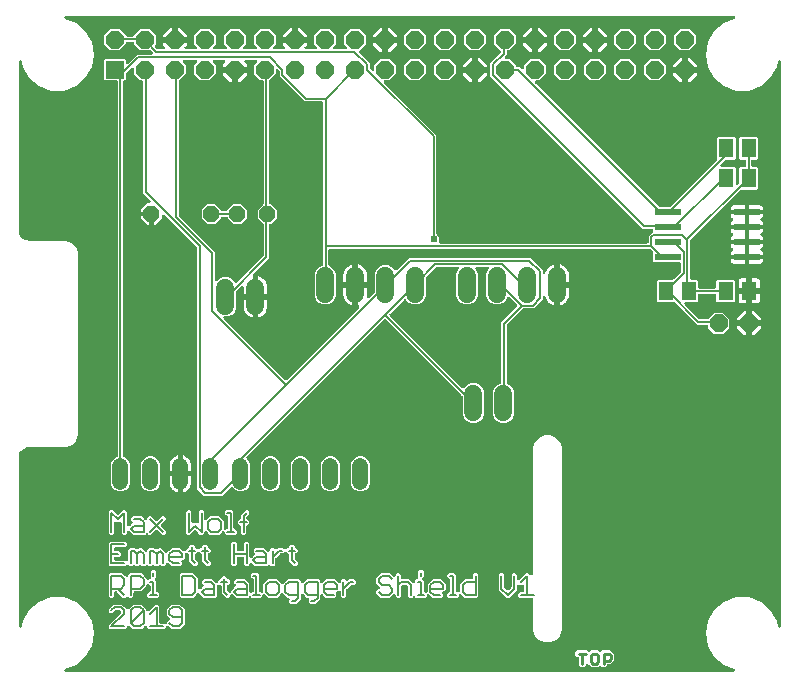
<source format=gbr>
G04 EAGLE Gerber RS-274X export*
G75*
%MOMM*%
%FSLAX34Y34*%
%LPD*%
%INTop Copper*%
%IPPOS*%
%AMOC8*
5,1,8,0,0,1.08239X$1,22.5*%
G01*
%ADD10C,0.254000*%
%ADD11C,0.152400*%
%ADD12R,1.524000X1.524000*%
%ADD13P,1.649562X8X22.500000*%
%ADD14R,2.200000X0.600000*%
%ADD15R,1.300000X1.600000*%
%ADD16P,1.649562X8X112.500000*%
%ADD17C,1.320800*%
%ADD18P,1.429621X8X22.500000*%
%ADD19C,1.508000*%
%ADD20C,0.609600*%

G36*
X607873Y2553D02*
X607873Y2553D01*
X607970Y2556D01*
X608030Y2573D01*
X608092Y2581D01*
X608182Y2616D01*
X608276Y2643D01*
X608330Y2675D01*
X608387Y2698D01*
X608466Y2755D01*
X608550Y2804D01*
X608594Y2848D01*
X608645Y2884D01*
X608707Y2959D01*
X608776Y3028D01*
X608808Y3082D01*
X608848Y3129D01*
X608889Y3217D01*
X608939Y3301D01*
X608957Y3361D01*
X608983Y3417D01*
X609001Y3513D01*
X609029Y3606D01*
X609031Y3668D01*
X609043Y3729D01*
X609037Y3827D01*
X609040Y3924D01*
X609027Y3985D01*
X609023Y4047D01*
X608993Y4139D01*
X608972Y4235D01*
X608944Y4290D01*
X608925Y4349D01*
X608873Y4432D01*
X608829Y4519D01*
X608788Y4565D01*
X608755Y4618D01*
X608684Y4685D01*
X608620Y4758D01*
X608569Y4793D01*
X608523Y4836D01*
X608438Y4883D01*
X608358Y4938D01*
X608262Y4980D01*
X608245Y4990D01*
X608234Y4992D01*
X608210Y5003D01*
X599509Y8170D01*
X591267Y15086D01*
X585887Y24404D01*
X584019Y35000D01*
X585887Y45596D01*
X591267Y54914D01*
X599509Y61830D01*
X609620Y65510D01*
X620380Y65510D01*
X630491Y61830D01*
X638733Y54914D01*
X644113Y45596D01*
X644940Y40904D01*
X644954Y40858D01*
X644961Y40809D01*
X645001Y40706D01*
X645034Y40600D01*
X645060Y40559D01*
X645078Y40513D01*
X645143Y40424D01*
X645201Y40330D01*
X645236Y40296D01*
X645264Y40256D01*
X645350Y40185D01*
X645429Y40109D01*
X645472Y40084D01*
X645509Y40053D01*
X645609Y40006D01*
X645706Y39951D01*
X645753Y39939D01*
X645797Y39918D01*
X645906Y39897D01*
X646013Y39868D01*
X646062Y39867D01*
X646110Y39858D01*
X646220Y39865D01*
X646331Y39863D01*
X646378Y39875D01*
X646427Y39878D01*
X646532Y39912D01*
X646640Y39938D01*
X646683Y39961D01*
X646729Y39976D01*
X646823Y40035D01*
X646921Y40087D01*
X646957Y40120D01*
X646998Y40146D01*
X647074Y40227D01*
X647156Y40301D01*
X647183Y40342D01*
X647216Y40378D01*
X647270Y40475D01*
X647330Y40567D01*
X647346Y40613D01*
X647370Y40656D01*
X647397Y40763D01*
X647433Y40868D01*
X647437Y40917D01*
X647449Y40964D01*
X647459Y41125D01*
X647459Y518875D01*
X647453Y518924D01*
X647456Y518973D01*
X647433Y519081D01*
X647419Y519191D01*
X647401Y519236D01*
X647392Y519284D01*
X647343Y519384D01*
X647302Y519487D01*
X647274Y519526D01*
X647252Y519570D01*
X647181Y519654D01*
X647116Y519744D01*
X647078Y519775D01*
X647046Y519812D01*
X646956Y519876D01*
X646871Y519947D01*
X646826Y519968D01*
X646786Y519996D01*
X646683Y520035D01*
X646583Y520082D01*
X646535Y520091D01*
X646489Y520109D01*
X646379Y520121D01*
X646271Y520142D01*
X646222Y520139D01*
X646173Y520144D01*
X646064Y520129D01*
X645953Y520122D01*
X645907Y520107D01*
X645858Y520100D01*
X645756Y520058D01*
X645651Y520024D01*
X645609Y519998D01*
X645564Y519980D01*
X645476Y519913D01*
X645382Y519854D01*
X645348Y519818D01*
X645309Y519789D01*
X645240Y519703D01*
X645164Y519622D01*
X645140Y519580D01*
X645110Y519542D01*
X645064Y519441D01*
X645010Y519344D01*
X644998Y519297D01*
X644978Y519252D01*
X644940Y519096D01*
X644113Y514404D01*
X638733Y505086D01*
X630491Y498170D01*
X620380Y494490D01*
X609620Y494490D01*
X599509Y498170D01*
X591267Y505086D01*
X585887Y514404D01*
X584019Y525000D01*
X585887Y535596D01*
X591267Y544914D01*
X599509Y551830D01*
X608210Y554997D01*
X608297Y555042D01*
X608387Y555078D01*
X608438Y555114D01*
X608493Y555143D01*
X608566Y555207D01*
X608645Y555264D01*
X608684Y555312D01*
X608731Y555354D01*
X608785Y555434D01*
X608848Y555509D01*
X608874Y555566D01*
X608909Y555617D01*
X608942Y555709D01*
X608983Y555797D01*
X608995Y555858D01*
X609016Y555917D01*
X609025Y556014D01*
X609043Y556110D01*
X609039Y556172D01*
X609045Y556234D01*
X609029Y556330D01*
X609023Y556427D01*
X609004Y556486D01*
X608994Y556548D01*
X608955Y556637D01*
X608925Y556729D01*
X608892Y556782D01*
X608867Y556839D01*
X608807Y556916D01*
X608755Y556998D01*
X608710Y557041D01*
X608671Y557090D01*
X608594Y557149D01*
X608523Y557216D01*
X608469Y557246D01*
X608420Y557284D01*
X608330Y557323D01*
X608245Y557370D01*
X608185Y557385D01*
X608127Y557410D01*
X608031Y557425D01*
X607937Y557449D01*
X607833Y557456D01*
X607813Y557459D01*
X607802Y557458D01*
X607776Y557459D01*
X42224Y557459D01*
X42127Y557447D01*
X42030Y557444D01*
X41970Y557427D01*
X41908Y557419D01*
X41818Y557384D01*
X41724Y557357D01*
X41670Y557325D01*
X41613Y557302D01*
X41534Y557245D01*
X41450Y557196D01*
X41406Y557152D01*
X41355Y557116D01*
X41293Y557041D01*
X41224Y556972D01*
X41192Y556918D01*
X41152Y556871D01*
X41111Y556783D01*
X41061Y556699D01*
X41043Y556639D01*
X41017Y556583D01*
X40999Y556487D01*
X40971Y556394D01*
X40969Y556332D01*
X40957Y556271D01*
X40963Y556173D01*
X40960Y556076D01*
X40973Y556015D01*
X40977Y555953D01*
X41007Y555861D01*
X41028Y555765D01*
X41056Y555710D01*
X41075Y555651D01*
X41127Y555568D01*
X41171Y555481D01*
X41212Y555435D01*
X41245Y555382D01*
X41316Y555315D01*
X41380Y555242D01*
X41431Y555207D01*
X41477Y555164D01*
X41562Y555117D01*
X41642Y555062D01*
X41738Y555020D01*
X41755Y555010D01*
X41766Y555008D01*
X41790Y554997D01*
X50491Y551830D01*
X58733Y544914D01*
X64113Y535596D01*
X65981Y525000D01*
X64113Y514404D01*
X58733Y505086D01*
X50491Y498170D01*
X40380Y494490D01*
X29620Y494490D01*
X19509Y498170D01*
X11267Y505086D01*
X5887Y514404D01*
X5060Y519096D01*
X5046Y519142D01*
X5039Y519191D01*
X4999Y519294D01*
X4966Y519400D01*
X4940Y519441D01*
X4922Y519487D01*
X4857Y519576D01*
X4799Y519670D01*
X4764Y519704D01*
X4736Y519744D01*
X4650Y519815D01*
X4571Y519891D01*
X4528Y519916D01*
X4491Y519947D01*
X4391Y519994D01*
X4294Y520049D01*
X4247Y520061D01*
X4203Y520082D01*
X4094Y520103D01*
X3987Y520132D01*
X3938Y520133D01*
X3890Y520142D01*
X3780Y520135D01*
X3669Y520137D01*
X3622Y520125D01*
X3573Y520122D01*
X3468Y520088D01*
X3360Y520062D01*
X3317Y520039D01*
X3271Y520024D01*
X3177Y519965D01*
X3079Y519913D01*
X3043Y519880D01*
X3002Y519854D01*
X2926Y519773D01*
X2844Y519699D01*
X2817Y519658D01*
X2784Y519622D01*
X2731Y519526D01*
X2670Y519433D01*
X2654Y519387D01*
X2630Y519344D01*
X2603Y519237D01*
X2567Y519132D01*
X2563Y519083D01*
X2551Y519036D01*
X2541Y518875D01*
X2541Y375000D01*
X2543Y374980D01*
X2547Y374875D01*
X2666Y373668D01*
X2689Y373564D01*
X2704Y373459D01*
X2732Y373379D01*
X2736Y373358D01*
X2744Y373344D01*
X2756Y373307D01*
X3681Y371075D01*
X3685Y371067D01*
X3688Y371058D01*
X3764Y370928D01*
X3838Y370799D01*
X3845Y370792D01*
X3849Y370784D01*
X3956Y370664D01*
X5663Y368956D01*
X5671Y368950D01*
X5677Y368943D01*
X5796Y368853D01*
X5915Y368761D01*
X5923Y368757D01*
X5931Y368751D01*
X6075Y368681D01*
X8307Y367756D01*
X8409Y367728D01*
X8509Y367692D01*
X8592Y367678D01*
X8613Y367672D01*
X8629Y367672D01*
X8668Y367666D01*
X9876Y367547D01*
X9895Y367547D01*
X10000Y367541D01*
X42495Y367541D01*
X47104Y365632D01*
X50632Y362104D01*
X52541Y357495D01*
X52541Y202505D01*
X50632Y197896D01*
X47104Y194368D01*
X42495Y192459D01*
X10000Y192459D01*
X9980Y192457D01*
X9876Y192453D01*
X8668Y192334D01*
X8564Y192311D01*
X8459Y192296D01*
X8379Y192268D01*
X8358Y192264D01*
X8344Y192256D01*
X8307Y192244D01*
X6075Y191319D01*
X6067Y191315D01*
X6058Y191312D01*
X5928Y191236D01*
X5799Y191162D01*
X5792Y191155D01*
X5784Y191151D01*
X5664Y191044D01*
X3956Y189336D01*
X3950Y189329D01*
X3943Y189323D01*
X3853Y189204D01*
X3761Y189085D01*
X3757Y189077D01*
X3751Y189069D01*
X3681Y188925D01*
X2756Y186693D01*
X2728Y186591D01*
X2692Y186491D01*
X2678Y186408D01*
X2672Y186387D01*
X2672Y186371D01*
X2666Y186332D01*
X2547Y185124D01*
X2547Y185105D01*
X2541Y185000D01*
X2541Y41125D01*
X2547Y41076D01*
X2544Y41027D01*
X2567Y40919D01*
X2581Y40809D01*
X2599Y40764D01*
X2608Y40716D01*
X2657Y40616D01*
X2698Y40513D01*
X2726Y40474D01*
X2748Y40430D01*
X2819Y40346D01*
X2884Y40256D01*
X2922Y40225D01*
X2954Y40188D01*
X3044Y40124D01*
X3129Y40053D01*
X3174Y40033D01*
X3214Y40004D01*
X3317Y39965D01*
X3417Y39918D01*
X3465Y39909D01*
X3511Y39891D01*
X3621Y39879D01*
X3729Y39858D01*
X3778Y39861D01*
X3827Y39856D01*
X3936Y39871D01*
X4047Y39878D01*
X4093Y39893D01*
X4142Y39900D01*
X4244Y39942D01*
X4349Y39976D01*
X4391Y40002D01*
X4436Y40021D01*
X4524Y40087D01*
X4618Y40146D01*
X4652Y40182D01*
X4691Y40211D01*
X4760Y40297D01*
X4836Y40378D01*
X4860Y40420D01*
X4890Y40458D01*
X4936Y40559D01*
X4990Y40656D01*
X5002Y40703D01*
X5022Y40748D01*
X5060Y40904D01*
X5887Y45596D01*
X11267Y54914D01*
X19509Y61830D01*
X29620Y65510D01*
X40380Y65510D01*
X50491Y61830D01*
X58733Y54914D01*
X64113Y45596D01*
X65981Y35000D01*
X64113Y24404D01*
X58733Y15086D01*
X50491Y8170D01*
X41790Y5003D01*
X41703Y4958D01*
X41613Y4922D01*
X41562Y4886D01*
X41507Y4857D01*
X41434Y4793D01*
X41355Y4736D01*
X41315Y4688D01*
X41269Y4646D01*
X41215Y4566D01*
X41152Y4491D01*
X41126Y4434D01*
X41091Y4383D01*
X41058Y4291D01*
X41017Y4203D01*
X41005Y4142D01*
X40984Y4083D01*
X40975Y3986D01*
X40957Y3890D01*
X40961Y3828D01*
X40955Y3766D01*
X40971Y3670D01*
X40977Y3573D01*
X40996Y3514D01*
X41006Y3452D01*
X41045Y3363D01*
X41075Y3271D01*
X41108Y3218D01*
X41133Y3161D01*
X41193Y3084D01*
X41245Y3002D01*
X41290Y2959D01*
X41329Y2910D01*
X41406Y2851D01*
X41477Y2784D01*
X41531Y2754D01*
X41580Y2716D01*
X41670Y2677D01*
X41755Y2630D01*
X41815Y2615D01*
X41873Y2590D01*
X41969Y2575D01*
X42063Y2551D01*
X42167Y2544D01*
X42187Y2541D01*
X42198Y2542D01*
X42224Y2541D01*
X607776Y2541D01*
X607873Y2553D01*
G37*
%LPC*%
G36*
X159073Y151637D02*
X159073Y151637D01*
X153161Y157549D01*
X153161Y361239D01*
X153149Y361337D01*
X153146Y361436D01*
X153129Y361494D01*
X153121Y361555D01*
X153085Y361647D01*
X153057Y361742D01*
X153027Y361794D01*
X153004Y361850D01*
X152946Y361930D01*
X152896Y362016D01*
X152830Y362091D01*
X152818Y362108D01*
X152808Y362115D01*
X152790Y362137D01*
X125911Y389015D01*
X125802Y389100D01*
X125695Y389188D01*
X125676Y389197D01*
X125660Y389210D01*
X125532Y389265D01*
X125407Y389324D01*
X125387Y389328D01*
X125368Y389336D01*
X125230Y389358D01*
X125094Y389384D01*
X125074Y389383D01*
X125054Y389386D01*
X124915Y389373D01*
X124777Y389364D01*
X124758Y389358D01*
X124738Y389356D01*
X124606Y389309D01*
X124475Y389266D01*
X124457Y389255D01*
X124438Y389248D01*
X124323Y389170D01*
X124206Y389096D01*
X124192Y389081D01*
X124175Y389070D01*
X124083Y388966D01*
X123988Y388864D01*
X123978Y388846D01*
X123965Y388831D01*
X123901Y388707D01*
X123834Y388586D01*
X123829Y388566D01*
X123820Y388548D01*
X123790Y388412D01*
X123755Y388278D01*
X123753Y388250D01*
X123750Y388238D01*
X123751Y388217D01*
X123745Y388117D01*
X123745Y386212D01*
X118388Y380855D01*
X116631Y380855D01*
X116631Y389238D01*
X116616Y389356D01*
X116609Y389475D01*
X116596Y389513D01*
X116591Y389553D01*
X116548Y389664D01*
X116511Y389777D01*
X116489Y389811D01*
X116474Y389849D01*
X116405Y389945D01*
X116341Y390046D01*
X116311Y390074D01*
X116288Y390106D01*
X116196Y390182D01*
X116109Y390264D01*
X116074Y390283D01*
X116043Y390309D01*
X115935Y390360D01*
X115831Y390417D01*
X115791Y390427D01*
X115755Y390445D01*
X115638Y390467D01*
X115523Y390497D01*
X115463Y390501D01*
X115443Y390504D01*
X115422Y390503D01*
X115362Y390507D01*
X115107Y390507D01*
X115107Y390762D01*
X115092Y390880D01*
X115085Y390999D01*
X115072Y391037D01*
X115067Y391078D01*
X115023Y391188D01*
X114987Y391301D01*
X114965Y391336D01*
X114950Y391373D01*
X114880Y391469D01*
X114817Y391570D01*
X114787Y391598D01*
X114763Y391631D01*
X114672Y391707D01*
X114585Y391788D01*
X114550Y391808D01*
X114518Y391833D01*
X114411Y391884D01*
X114306Y391942D01*
X114267Y391952D01*
X114231Y391969D01*
X114114Y391991D01*
X113998Y392021D01*
X113938Y392025D01*
X113918Y392029D01*
X113898Y392027D01*
X113838Y392031D01*
X105455Y392031D01*
X105455Y393788D01*
X110812Y399145D01*
X112717Y399145D01*
X112855Y399162D01*
X112993Y399175D01*
X113013Y399182D01*
X113033Y399185D01*
X113162Y399236D01*
X113293Y399283D01*
X113310Y399294D01*
X113328Y399302D01*
X113441Y399383D01*
X113556Y399461D01*
X113569Y399477D01*
X113586Y399488D01*
X113675Y399596D01*
X113766Y399700D01*
X113776Y399718D01*
X113789Y399733D01*
X113848Y399859D01*
X113911Y399983D01*
X113915Y400003D01*
X113924Y400021D01*
X113950Y400158D01*
X113981Y400293D01*
X113980Y400314D01*
X113984Y400333D01*
X113975Y400472D01*
X113971Y400611D01*
X113965Y400631D01*
X113964Y400651D01*
X113921Y400783D01*
X113883Y400917D01*
X113872Y400934D01*
X113866Y400953D01*
X113792Y401071D01*
X113721Y401191D01*
X113702Y401212D01*
X113696Y401222D01*
X113681Y401236D01*
X113615Y401311D01*
X107441Y407485D01*
X107441Y501886D01*
X107426Y502004D01*
X107419Y502123D01*
X107406Y502161D01*
X107401Y502202D01*
X107358Y502312D01*
X107321Y502425D01*
X107299Y502460D01*
X107284Y502497D01*
X107215Y502593D01*
X107151Y502694D01*
X107121Y502722D01*
X107098Y502755D01*
X107006Y502831D01*
X106919Y502912D01*
X106884Y502932D01*
X106853Y502957D01*
X106745Y503008D01*
X106641Y503066D01*
X106601Y503076D01*
X106565Y503093D01*
X106448Y503115D01*
X106333Y503145D01*
X106273Y503149D01*
X106253Y503153D01*
X106232Y503151D01*
X106172Y503155D01*
X105312Y503155D01*
X99955Y508512D01*
X99955Y512757D01*
X99938Y512895D01*
X99925Y513033D01*
X99918Y513053D01*
X99915Y513073D01*
X99864Y513202D01*
X99817Y513333D01*
X99806Y513350D01*
X99798Y513368D01*
X99717Y513481D01*
X99639Y513596D01*
X99623Y513609D01*
X99612Y513626D01*
X99504Y513714D01*
X99400Y513806D01*
X99382Y513816D01*
X99367Y513828D01*
X99241Y513888D01*
X99117Y513951D01*
X99097Y513955D01*
X99079Y513964D01*
X98943Y513990D01*
X98807Y514021D01*
X98786Y514020D01*
X98767Y514024D01*
X98628Y514015D01*
X98489Y514011D01*
X98469Y514005D01*
X98449Y514004D01*
X98317Y513961D01*
X98183Y513923D01*
X98166Y513912D01*
X98147Y513906D01*
X98029Y513831D01*
X97909Y513761D01*
X97888Y513742D01*
X97878Y513736D01*
X97864Y513721D01*
X97789Y513655D01*
X93216Y509083D01*
X93156Y509004D01*
X93088Y508932D01*
X93059Y508879D01*
X93022Y508831D01*
X92982Y508740D01*
X92934Y508654D01*
X92919Y508595D01*
X92895Y508539D01*
X92880Y508441D01*
X92855Y508346D01*
X92849Y508246D01*
X92845Y508225D01*
X92847Y508213D01*
X92845Y508185D01*
X92845Y504048D01*
X91952Y503155D01*
X91948Y503155D01*
X91830Y503140D01*
X91711Y503133D01*
X91673Y503120D01*
X91632Y503115D01*
X91522Y503072D01*
X91409Y503035D01*
X91374Y503013D01*
X91337Y502998D01*
X91241Y502929D01*
X91140Y502865D01*
X91112Y502835D01*
X91079Y502812D01*
X91003Y502720D01*
X90922Y502633D01*
X90902Y502598D01*
X90877Y502567D01*
X90826Y502459D01*
X90768Y502355D01*
X90758Y502315D01*
X90741Y502279D01*
X90719Y502162D01*
X90689Y502047D01*
X90685Y501987D01*
X90681Y501967D01*
X90683Y501946D01*
X90679Y501886D01*
X90679Y185307D01*
X90682Y185277D01*
X90680Y185248D01*
X90696Y185156D01*
X90701Y185076D01*
X90712Y185041D01*
X90719Y184991D01*
X90729Y184964D01*
X90734Y184935D01*
X90778Y184837D01*
X90799Y184773D01*
X90814Y184749D01*
X90836Y184695D01*
X90853Y184672D01*
X90865Y184645D01*
X90939Y184552D01*
X90969Y184505D01*
X90985Y184490D01*
X91022Y184438D01*
X91045Y184419D01*
X91064Y184396D01*
X91167Y184318D01*
X91168Y184318D01*
X91201Y184287D01*
X91214Y184279D01*
X91267Y184235D01*
X91294Y184223D01*
X91318Y184205D01*
X91462Y184134D01*
X93005Y183495D01*
X95291Y181209D01*
X96529Y178221D01*
X96529Y161779D01*
X95291Y158791D01*
X93005Y156505D01*
X90017Y155267D01*
X86783Y155267D01*
X83795Y156505D01*
X81509Y158791D01*
X80271Y161779D01*
X80271Y178221D01*
X81509Y181209D01*
X83795Y183495D01*
X85322Y184127D01*
X85347Y184142D01*
X85375Y184151D01*
X85485Y184221D01*
X85598Y184285D01*
X85619Y184305D01*
X85644Y184321D01*
X85733Y184416D01*
X85826Y184506D01*
X85842Y184531D01*
X85862Y184553D01*
X85903Y184626D01*
X85907Y184632D01*
X85917Y184653D01*
X85925Y184667D01*
X85993Y184777D01*
X86001Y184806D01*
X86016Y184831D01*
X86033Y184899D01*
X86043Y184920D01*
X86053Y184975D01*
X86086Y185081D01*
X86088Y185111D01*
X86095Y185139D01*
X86100Y185219D01*
X86103Y185232D01*
X86102Y185246D01*
X86105Y185300D01*
X86105Y501886D01*
X86090Y502004D01*
X86083Y502123D01*
X86070Y502161D01*
X86065Y502202D01*
X86022Y502312D01*
X85985Y502425D01*
X85963Y502460D01*
X85948Y502497D01*
X85879Y502593D01*
X85815Y502694D01*
X85785Y502722D01*
X85762Y502755D01*
X85670Y502831D01*
X85583Y502912D01*
X85548Y502932D01*
X85517Y502957D01*
X85409Y503008D01*
X85305Y503066D01*
X85265Y503076D01*
X85229Y503093D01*
X85112Y503115D01*
X84997Y503145D01*
X84937Y503149D01*
X84917Y503153D01*
X84896Y503151D01*
X84836Y503155D01*
X75448Y503155D01*
X74555Y504048D01*
X74555Y520552D01*
X75448Y521445D01*
X91952Y521445D01*
X92845Y520552D01*
X92845Y518243D01*
X92862Y518105D01*
X92875Y517967D01*
X92882Y517947D01*
X92885Y517927D01*
X92936Y517798D01*
X92983Y517667D01*
X92994Y517650D01*
X93002Y517632D01*
X93083Y517519D01*
X93161Y517404D01*
X93177Y517391D01*
X93188Y517374D01*
X93296Y517286D01*
X93400Y517194D01*
X93418Y517184D01*
X93433Y517172D01*
X93559Y517112D01*
X93683Y517049D01*
X93703Y517045D01*
X93721Y517036D01*
X93857Y517010D01*
X93993Y516979D01*
X94014Y516980D01*
X94033Y516976D01*
X94172Y516985D01*
X94311Y516989D01*
X94331Y516995D01*
X94351Y516996D01*
X94483Y517039D01*
X94617Y517077D01*
X94634Y517088D01*
X94653Y517094D01*
X94771Y517169D01*
X94891Y517239D01*
X94912Y517258D01*
X94922Y517264D01*
X94936Y517279D01*
X95011Y517345D01*
X100974Y523307D01*
X102685Y525019D01*
X114859Y525019D01*
X114997Y525036D01*
X115135Y525049D01*
X115155Y525056D01*
X115175Y525059D01*
X115304Y525110D01*
X115435Y525157D01*
X115452Y525168D01*
X115470Y525176D01*
X115583Y525257D01*
X115698Y525335D01*
X115711Y525351D01*
X115728Y525362D01*
X115817Y525470D01*
X115908Y525574D01*
X115918Y525592D01*
X115930Y525607D01*
X115990Y525733D01*
X116053Y525857D01*
X116057Y525877D01*
X116066Y525895D01*
X116092Y526031D01*
X116123Y526167D01*
X116122Y526188D01*
X116126Y526207D01*
X116117Y526346D01*
X116113Y526485D01*
X116107Y526505D01*
X116106Y526525D01*
X116063Y526657D01*
X116025Y526791D01*
X116014Y526808D01*
X116008Y526827D01*
X115934Y526945D01*
X115863Y527065D01*
X115844Y527086D01*
X115838Y527096D01*
X115823Y527110D01*
X115757Y527185D01*
X114535Y528407D01*
X114441Y528480D01*
X114351Y528559D01*
X114316Y528577D01*
X114284Y528602D01*
X114174Y528650D01*
X114068Y528704D01*
X114029Y528712D01*
X113992Y528729D01*
X113874Y528747D01*
X113758Y528773D01*
X113718Y528772D01*
X113678Y528778D01*
X113559Y528767D01*
X113440Y528764D01*
X113401Y528752D01*
X113361Y528749D01*
X113249Y528708D01*
X113135Y528675D01*
X113100Y528655D01*
X113062Y528641D01*
X112963Y528574D01*
X112931Y528555D01*
X105312Y528555D01*
X99955Y533912D01*
X99955Y534416D01*
X99940Y534534D01*
X99933Y534653D01*
X99920Y534691D01*
X99915Y534732D01*
X99872Y534842D01*
X99835Y534955D01*
X99813Y534990D01*
X99798Y535027D01*
X99729Y535123D01*
X99665Y535224D01*
X99635Y535252D01*
X99612Y535285D01*
X99520Y535361D01*
X99433Y535442D01*
X99398Y535462D01*
X99367Y535487D01*
X99259Y535538D01*
X99155Y535596D01*
X99115Y535606D01*
X99079Y535623D01*
X98962Y535645D01*
X98847Y535675D01*
X98787Y535679D01*
X98767Y535683D01*
X98746Y535681D01*
X98686Y535685D01*
X94114Y535685D01*
X93996Y535670D01*
X93877Y535663D01*
X93839Y535650D01*
X93798Y535645D01*
X93688Y535602D01*
X93575Y535565D01*
X93540Y535543D01*
X93503Y535528D01*
X93407Y535459D01*
X93306Y535395D01*
X93278Y535365D01*
X93245Y535342D01*
X93169Y535250D01*
X93088Y535163D01*
X93068Y535128D01*
X93043Y535097D01*
X92992Y534989D01*
X92934Y534885D01*
X92924Y534845D01*
X92907Y534809D01*
X92885Y534692D01*
X92855Y534577D01*
X92851Y534517D01*
X92847Y534497D01*
X92849Y534476D01*
X92845Y534416D01*
X92845Y533912D01*
X87488Y528555D01*
X79912Y528555D01*
X74555Y533912D01*
X74555Y541488D01*
X79912Y546845D01*
X87488Y546845D01*
X92851Y541482D01*
X92860Y541410D01*
X92867Y541291D01*
X92880Y541253D01*
X92885Y541212D01*
X92928Y541102D01*
X92965Y540989D01*
X92987Y540954D01*
X93002Y540917D01*
X93071Y540821D01*
X93135Y540720D01*
X93165Y540692D01*
X93188Y540659D01*
X93280Y540583D01*
X93367Y540502D01*
X93402Y540482D01*
X93433Y540457D01*
X93541Y540406D01*
X93645Y540348D01*
X93685Y540338D01*
X93721Y540321D01*
X93838Y540299D01*
X93953Y540269D01*
X94013Y540265D01*
X94033Y540261D01*
X94054Y540263D01*
X94114Y540259D01*
X98686Y540259D01*
X98804Y540274D01*
X98923Y540281D01*
X98961Y540294D01*
X99002Y540299D01*
X99112Y540342D01*
X99225Y540379D01*
X99260Y540401D01*
X99297Y540416D01*
X99393Y540485D01*
X99494Y540549D01*
X99522Y540579D01*
X99555Y540602D01*
X99631Y540694D01*
X99712Y540781D01*
X99732Y540816D01*
X99757Y540847D01*
X99808Y540955D01*
X99866Y541059D01*
X99876Y541099D01*
X99893Y541135D01*
X99915Y541252D01*
X99945Y541367D01*
X99949Y541427D01*
X99953Y541447D01*
X99951Y541468D01*
X99953Y541485D01*
X105312Y546845D01*
X112888Y546845D01*
X118245Y541488D01*
X118245Y533912D01*
X117769Y533436D01*
X117696Y533342D01*
X117617Y533253D01*
X117599Y533217D01*
X117574Y533185D01*
X117526Y533076D01*
X117472Y532970D01*
X117464Y532930D01*
X117447Y532893D01*
X117429Y532775D01*
X117403Y532659D01*
X117404Y532619D01*
X117398Y532579D01*
X117409Y532460D01*
X117412Y532341D01*
X117424Y532303D01*
X117427Y532262D01*
X117468Y532150D01*
X117501Y532036D01*
X117521Y532001D01*
X117535Y531963D01*
X117602Y531865D01*
X117662Y531762D01*
X117702Y531717D01*
X117714Y531700D01*
X117729Y531686D01*
X117769Y531641D01*
X119447Y529962D01*
X119526Y529902D01*
X119598Y529834D01*
X119651Y529805D01*
X119699Y529768D01*
X119790Y529728D01*
X119876Y529680D01*
X119935Y529665D01*
X119991Y529641D01*
X120088Y529626D01*
X120184Y529601D01*
X120284Y529595D01*
X120305Y529591D01*
X120317Y529593D01*
X120345Y529591D01*
X125176Y529591D01*
X125313Y529608D01*
X125452Y529621D01*
X125471Y529628D01*
X125491Y529631D01*
X125620Y529682D01*
X125751Y529729D01*
X125768Y529740D01*
X125787Y529748D01*
X125899Y529829D01*
X126014Y529907D01*
X126028Y529923D01*
X126044Y529934D01*
X126133Y530042D01*
X126225Y530146D01*
X126234Y530164D01*
X126247Y530179D01*
X126306Y530305D01*
X126369Y530429D01*
X126374Y530449D01*
X126383Y530467D01*
X126409Y530603D01*
X126439Y530739D01*
X126438Y530760D01*
X126442Y530779D01*
X126434Y530918D01*
X126429Y531057D01*
X126424Y531077D01*
X126423Y531097D01*
X126380Y531229D01*
X126341Y531363D01*
X126331Y531380D01*
X126325Y531399D01*
X126250Y531517D01*
X126179Y531637D01*
X126161Y531658D01*
X126154Y531668D01*
X126139Y531682D01*
X126073Y531757D01*
X124339Y533491D01*
X124339Y535161D01*
X133230Y535161D01*
X133348Y535176D01*
X133467Y535183D01*
X133505Y535196D01*
X133545Y535201D01*
X133656Y535244D01*
X133769Y535281D01*
X133803Y535303D01*
X133841Y535318D01*
X133937Y535388D01*
X134038Y535451D01*
X134066Y535481D01*
X134098Y535504D01*
X134174Y535596D01*
X134256Y535683D01*
X134275Y535718D01*
X134301Y535749D01*
X134352Y535857D01*
X134409Y535961D01*
X134420Y536001D01*
X134437Y536037D01*
X134459Y536154D01*
X134489Y536269D01*
X134493Y536330D01*
X134497Y536350D01*
X134495Y536370D01*
X134499Y536430D01*
X134499Y537701D01*
X134501Y537701D01*
X134501Y536430D01*
X134516Y536312D01*
X134523Y536193D01*
X134536Y536155D01*
X134541Y536114D01*
X134585Y536004D01*
X134621Y535891D01*
X134643Y535856D01*
X134658Y535819D01*
X134728Y535723D01*
X134791Y535622D01*
X134821Y535594D01*
X134845Y535561D01*
X134936Y535486D01*
X135023Y535404D01*
X135058Y535384D01*
X135090Y535359D01*
X135197Y535308D01*
X135302Y535250D01*
X135341Y535240D01*
X135377Y535223D01*
X135494Y535201D01*
X135609Y535171D01*
X135670Y535167D01*
X135690Y535163D01*
X135710Y535165D01*
X135770Y535161D01*
X144661Y535161D01*
X144661Y533491D01*
X142927Y531757D01*
X142842Y531648D01*
X142753Y531541D01*
X142744Y531522D01*
X142732Y531506D01*
X142677Y531378D01*
X142617Y531253D01*
X142614Y531233D01*
X142606Y531214D01*
X142584Y531076D01*
X142558Y530940D01*
X142559Y530920D01*
X142556Y530900D01*
X142569Y530761D01*
X142577Y530623D01*
X142584Y530604D01*
X142586Y530584D01*
X142633Y530452D01*
X142675Y530321D01*
X142686Y530303D01*
X142693Y530284D01*
X142771Y530169D01*
X142846Y530052D01*
X142860Y530038D01*
X142872Y530021D01*
X142976Y529929D01*
X143077Y529834D01*
X143095Y529824D01*
X143110Y529811D01*
X143234Y529747D01*
X143356Y529680D01*
X143375Y529675D01*
X143393Y529666D01*
X143529Y529636D01*
X143664Y529601D01*
X143692Y529599D01*
X143704Y529596D01*
X143724Y529597D01*
X143824Y529591D01*
X152012Y529591D01*
X152150Y529608D01*
X152289Y529621D01*
X152308Y529628D01*
X152328Y529631D01*
X152457Y529682D01*
X152588Y529729D01*
X152605Y529740D01*
X152624Y529748D01*
X152736Y529829D01*
X152851Y529907D01*
X152865Y529923D01*
X152881Y529934D01*
X152970Y530042D01*
X153062Y530146D01*
X153071Y530164D01*
X153084Y530179D01*
X153143Y530305D01*
X153206Y530429D01*
X153211Y530449D01*
X153219Y530467D01*
X153245Y530603D01*
X153276Y530739D01*
X153275Y530760D01*
X153279Y530779D01*
X153271Y530918D01*
X153266Y531057D01*
X153261Y531077D01*
X153259Y531097D01*
X153217Y531229D01*
X153178Y531363D01*
X153168Y531380D01*
X153161Y531399D01*
X153087Y531517D01*
X153016Y531637D01*
X152998Y531658D01*
X152991Y531668D01*
X152976Y531682D01*
X152910Y531757D01*
X150755Y533912D01*
X150755Y541488D01*
X156112Y546845D01*
X163688Y546845D01*
X169045Y541488D01*
X169045Y533912D01*
X166890Y531757D01*
X166805Y531648D01*
X166716Y531541D01*
X166708Y531522D01*
X166695Y531506D01*
X166640Y531378D01*
X166581Y531253D01*
X166577Y531233D01*
X166569Y531214D01*
X166547Y531076D01*
X166521Y530940D01*
X166522Y530920D01*
X166519Y530900D01*
X166532Y530761D01*
X166541Y530623D01*
X166547Y530604D01*
X166549Y530584D01*
X166596Y530452D01*
X166639Y530321D01*
X166649Y530303D01*
X166656Y530284D01*
X166734Y530169D01*
X166809Y530052D01*
X166824Y530038D01*
X166835Y530021D01*
X166939Y529929D01*
X167040Y529834D01*
X167058Y529824D01*
X167073Y529811D01*
X167197Y529747D01*
X167319Y529680D01*
X167338Y529675D01*
X167357Y529666D01*
X167492Y529636D01*
X167627Y529601D01*
X167655Y529599D01*
X167667Y529596D01*
X167687Y529597D01*
X167788Y529591D01*
X177412Y529591D01*
X177550Y529608D01*
X177689Y529621D01*
X177708Y529628D01*
X177728Y529631D01*
X177857Y529682D01*
X177988Y529729D01*
X178005Y529740D01*
X178024Y529748D01*
X178136Y529829D01*
X178251Y529907D01*
X178265Y529923D01*
X178281Y529934D01*
X178370Y530042D01*
X178462Y530146D01*
X178471Y530164D01*
X178484Y530179D01*
X178543Y530305D01*
X178606Y530429D01*
X178611Y530449D01*
X178619Y530467D01*
X178645Y530603D01*
X178676Y530739D01*
X178675Y530760D01*
X178679Y530779D01*
X178671Y530918D01*
X178666Y531057D01*
X178661Y531077D01*
X178659Y531097D01*
X178617Y531229D01*
X178578Y531363D01*
X178568Y531380D01*
X178561Y531399D01*
X178487Y531517D01*
X178416Y531637D01*
X178398Y531658D01*
X178391Y531668D01*
X178376Y531682D01*
X178310Y531757D01*
X176155Y533912D01*
X176155Y541488D01*
X181512Y546845D01*
X189088Y546845D01*
X194445Y541488D01*
X194445Y533912D01*
X192290Y531757D01*
X192205Y531648D01*
X192116Y531541D01*
X192108Y531522D01*
X192095Y531506D01*
X192040Y531378D01*
X191981Y531253D01*
X191977Y531233D01*
X191969Y531214D01*
X191947Y531076D01*
X191921Y530940D01*
X191922Y530920D01*
X191919Y530900D01*
X191932Y530761D01*
X191941Y530623D01*
X191947Y530604D01*
X191949Y530584D01*
X191996Y530452D01*
X192039Y530321D01*
X192049Y530303D01*
X192056Y530284D01*
X192134Y530169D01*
X192209Y530052D01*
X192224Y530038D01*
X192235Y530021D01*
X192339Y529929D01*
X192440Y529834D01*
X192458Y529824D01*
X192473Y529811D01*
X192597Y529747D01*
X192719Y529680D01*
X192738Y529675D01*
X192757Y529666D01*
X192892Y529636D01*
X193027Y529601D01*
X193055Y529599D01*
X193067Y529596D01*
X193087Y529597D01*
X193188Y529591D01*
X202812Y529591D01*
X202950Y529608D01*
X203089Y529621D01*
X203108Y529628D01*
X203128Y529631D01*
X203257Y529682D01*
X203388Y529729D01*
X203405Y529740D01*
X203424Y529748D01*
X203536Y529829D01*
X203651Y529907D01*
X203665Y529923D01*
X203681Y529934D01*
X203770Y530042D01*
X203862Y530146D01*
X203871Y530164D01*
X203884Y530179D01*
X203943Y530305D01*
X204006Y530429D01*
X204011Y530449D01*
X204019Y530467D01*
X204045Y530603D01*
X204076Y530739D01*
X204075Y530760D01*
X204079Y530779D01*
X204071Y530918D01*
X204066Y531057D01*
X204061Y531077D01*
X204059Y531097D01*
X204017Y531229D01*
X203978Y531363D01*
X203968Y531380D01*
X203961Y531399D01*
X203887Y531517D01*
X203816Y531637D01*
X203798Y531658D01*
X203791Y531668D01*
X203776Y531682D01*
X203710Y531757D01*
X201555Y533912D01*
X201555Y541488D01*
X206912Y546845D01*
X214488Y546845D01*
X219845Y541488D01*
X219845Y533912D01*
X217690Y531757D01*
X217605Y531648D01*
X217516Y531541D01*
X217508Y531522D01*
X217495Y531506D01*
X217440Y531378D01*
X217381Y531253D01*
X217377Y531233D01*
X217369Y531214D01*
X217347Y531076D01*
X217321Y530940D01*
X217322Y530920D01*
X217319Y530900D01*
X217332Y530761D01*
X217341Y530623D01*
X217347Y530604D01*
X217349Y530584D01*
X217396Y530452D01*
X217439Y530321D01*
X217449Y530303D01*
X217456Y530284D01*
X217534Y530169D01*
X217609Y530052D01*
X217624Y530038D01*
X217635Y530021D01*
X217739Y529929D01*
X217840Y529834D01*
X217858Y529824D01*
X217873Y529811D01*
X217997Y529747D01*
X218119Y529680D01*
X218138Y529675D01*
X218157Y529666D01*
X218292Y529636D01*
X218427Y529601D01*
X218455Y529599D01*
X218467Y529596D01*
X218487Y529597D01*
X218588Y529591D01*
X226776Y529591D01*
X226913Y529608D01*
X227052Y529621D01*
X227071Y529628D01*
X227091Y529631D01*
X227220Y529682D01*
X227351Y529729D01*
X227368Y529740D01*
X227387Y529748D01*
X227499Y529829D01*
X227614Y529907D01*
X227628Y529923D01*
X227644Y529934D01*
X227733Y530042D01*
X227825Y530146D01*
X227834Y530164D01*
X227847Y530179D01*
X227906Y530305D01*
X227969Y530429D01*
X227974Y530449D01*
X227983Y530467D01*
X228009Y530603D01*
X228039Y530739D01*
X228038Y530760D01*
X228042Y530779D01*
X228034Y530918D01*
X228029Y531057D01*
X228024Y531077D01*
X228023Y531097D01*
X227980Y531229D01*
X227941Y531363D01*
X227931Y531380D01*
X227925Y531399D01*
X227850Y531517D01*
X227779Y531637D01*
X227761Y531658D01*
X227754Y531668D01*
X227739Y531682D01*
X227673Y531757D01*
X225939Y533491D01*
X225939Y535161D01*
X234830Y535161D01*
X234948Y535176D01*
X235067Y535183D01*
X235105Y535196D01*
X235145Y535201D01*
X235256Y535244D01*
X235369Y535281D01*
X235403Y535303D01*
X235441Y535318D01*
X235537Y535388D01*
X235638Y535451D01*
X235666Y535481D01*
X235698Y535504D01*
X235774Y535596D01*
X235856Y535683D01*
X235875Y535718D01*
X235901Y535749D01*
X235952Y535857D01*
X236009Y535961D01*
X236020Y536001D01*
X236037Y536037D01*
X236059Y536154D01*
X236089Y536269D01*
X236093Y536330D01*
X236097Y536350D01*
X236095Y536370D01*
X236099Y536430D01*
X236099Y537701D01*
X236101Y537701D01*
X236101Y536430D01*
X236116Y536312D01*
X236123Y536193D01*
X236136Y536155D01*
X236141Y536114D01*
X236185Y536004D01*
X236221Y535891D01*
X236243Y535856D01*
X236258Y535819D01*
X236328Y535723D01*
X236391Y535622D01*
X236421Y535594D01*
X236445Y535561D01*
X236536Y535486D01*
X236623Y535404D01*
X236658Y535384D01*
X236690Y535359D01*
X236797Y535308D01*
X236902Y535250D01*
X236941Y535240D01*
X236977Y535223D01*
X237094Y535201D01*
X237209Y535171D01*
X237270Y535167D01*
X237290Y535163D01*
X237310Y535165D01*
X237370Y535161D01*
X246261Y535161D01*
X246261Y533491D01*
X244527Y531757D01*
X244442Y531648D01*
X244353Y531541D01*
X244344Y531522D01*
X244332Y531506D01*
X244277Y531378D01*
X244217Y531253D01*
X244214Y531233D01*
X244206Y531214D01*
X244184Y531076D01*
X244158Y530940D01*
X244159Y530920D01*
X244156Y530900D01*
X244169Y530761D01*
X244177Y530623D01*
X244184Y530604D01*
X244186Y530584D01*
X244233Y530452D01*
X244275Y530321D01*
X244286Y530303D01*
X244293Y530284D01*
X244371Y530169D01*
X244446Y530052D01*
X244460Y530038D01*
X244472Y530021D01*
X244576Y529929D01*
X244677Y529834D01*
X244695Y529824D01*
X244710Y529811D01*
X244834Y529747D01*
X244956Y529680D01*
X244975Y529675D01*
X244993Y529666D01*
X245129Y529636D01*
X245264Y529601D01*
X245292Y529599D01*
X245304Y529596D01*
X245324Y529597D01*
X245424Y529591D01*
X253612Y529591D01*
X253750Y529608D01*
X253889Y529621D01*
X253908Y529628D01*
X253928Y529631D01*
X254057Y529682D01*
X254188Y529729D01*
X254205Y529740D01*
X254224Y529748D01*
X254336Y529829D01*
X254451Y529907D01*
X254465Y529923D01*
X254481Y529934D01*
X254570Y530042D01*
X254662Y530146D01*
X254671Y530164D01*
X254684Y530179D01*
X254743Y530305D01*
X254806Y530429D01*
X254811Y530449D01*
X254819Y530467D01*
X254845Y530603D01*
X254876Y530739D01*
X254875Y530760D01*
X254879Y530779D01*
X254871Y530918D01*
X254866Y531057D01*
X254861Y531077D01*
X254859Y531097D01*
X254817Y531229D01*
X254778Y531363D01*
X254768Y531380D01*
X254761Y531399D01*
X254687Y531517D01*
X254616Y531637D01*
X254598Y531658D01*
X254591Y531668D01*
X254576Y531682D01*
X254510Y531757D01*
X252355Y533912D01*
X252355Y541488D01*
X257712Y546845D01*
X265288Y546845D01*
X270645Y541488D01*
X270645Y533912D01*
X268490Y531757D01*
X268405Y531648D01*
X268316Y531541D01*
X268308Y531522D01*
X268295Y531506D01*
X268240Y531378D01*
X268181Y531253D01*
X268177Y531233D01*
X268169Y531214D01*
X268147Y531076D01*
X268121Y530940D01*
X268122Y530920D01*
X268119Y530900D01*
X268132Y530761D01*
X268141Y530623D01*
X268147Y530604D01*
X268149Y530584D01*
X268196Y530452D01*
X268239Y530321D01*
X268249Y530303D01*
X268256Y530284D01*
X268334Y530169D01*
X268409Y530052D01*
X268424Y530038D01*
X268435Y530021D01*
X268539Y529929D01*
X268640Y529834D01*
X268658Y529824D01*
X268673Y529811D01*
X268797Y529747D01*
X268919Y529680D01*
X268938Y529675D01*
X268957Y529666D01*
X269092Y529636D01*
X269227Y529601D01*
X269255Y529599D01*
X269267Y529596D01*
X269287Y529597D01*
X269388Y529591D01*
X279012Y529591D01*
X279150Y529608D01*
X279289Y529621D01*
X279308Y529628D01*
X279328Y529631D01*
X279457Y529682D01*
X279588Y529729D01*
X279605Y529740D01*
X279624Y529748D01*
X279736Y529829D01*
X279851Y529907D01*
X279865Y529923D01*
X279881Y529934D01*
X279970Y530042D01*
X280062Y530146D01*
X280071Y530164D01*
X280084Y530179D01*
X280143Y530305D01*
X280206Y530429D01*
X280211Y530449D01*
X280219Y530467D01*
X280245Y530603D01*
X280276Y530739D01*
X280275Y530760D01*
X280279Y530779D01*
X280271Y530918D01*
X280266Y531057D01*
X280261Y531077D01*
X280259Y531097D01*
X280217Y531229D01*
X280178Y531363D01*
X280168Y531380D01*
X280161Y531399D01*
X280087Y531517D01*
X280016Y531637D01*
X279998Y531658D01*
X279991Y531668D01*
X279976Y531682D01*
X279910Y531757D01*
X277755Y533912D01*
X277755Y541488D01*
X283112Y546845D01*
X290688Y546845D01*
X296045Y541488D01*
X296045Y533912D01*
X290489Y528356D01*
X290416Y528262D01*
X290337Y528173D01*
X290319Y528137D01*
X290294Y528105D01*
X290246Y527995D01*
X290192Y527890D01*
X290184Y527850D01*
X290167Y527813D01*
X290149Y527695D01*
X290123Y527579D01*
X290124Y527539D01*
X290118Y527499D01*
X290129Y527380D01*
X290132Y527261D01*
X290144Y527223D01*
X290147Y527182D01*
X290188Y527070D01*
X290221Y526956D01*
X290241Y526921D01*
X290255Y526883D01*
X290322Y526784D01*
X290382Y526682D01*
X290422Y526637D01*
X290434Y526620D01*
X290449Y526606D01*
X290489Y526561D01*
X299467Y517583D01*
X299467Y513537D01*
X299479Y513439D01*
X299482Y513340D01*
X299499Y513282D01*
X299507Y513221D01*
X299543Y513129D01*
X299571Y513034D01*
X299601Y512982D01*
X299624Y512926D01*
X299682Y512846D01*
X299732Y512760D01*
X299798Y512685D01*
X299810Y512668D01*
X299820Y512661D01*
X299838Y512639D01*
X300989Y511489D01*
X301098Y511405D01*
X301205Y511316D01*
X301224Y511307D01*
X301240Y511294D01*
X301367Y511239D01*
X301493Y511180D01*
X301513Y511176D01*
X301532Y511168D01*
X301670Y511146D01*
X301806Y511120D01*
X301826Y511121D01*
X301846Y511118D01*
X301985Y511131D01*
X302123Y511140D01*
X302142Y511146D01*
X302162Y511148D01*
X302294Y511195D01*
X302425Y511238D01*
X302443Y511249D01*
X302462Y511256D01*
X302577Y511334D01*
X302694Y511408D01*
X302708Y511423D01*
X302725Y511434D01*
X302817Y511538D01*
X302912Y511640D01*
X302922Y511658D01*
X302935Y511673D01*
X302998Y511796D01*
X303066Y511918D01*
X303071Y511938D01*
X303080Y511956D01*
X303110Y512092D01*
X303145Y512226D01*
X303147Y512254D01*
X303150Y512266D01*
X303149Y512287D01*
X303155Y512387D01*
X303155Y516088D01*
X308512Y521445D01*
X316088Y521445D01*
X321445Y516088D01*
X321445Y508512D01*
X316088Y503155D01*
X312387Y503155D01*
X312249Y503138D01*
X312111Y503125D01*
X312091Y503118D01*
X312071Y503115D01*
X311942Y503064D01*
X311811Y503017D01*
X311794Y503006D01*
X311776Y502998D01*
X311664Y502917D01*
X311548Y502839D01*
X311535Y502823D01*
X311518Y502812D01*
X311430Y502704D01*
X311338Y502600D01*
X311328Y502582D01*
X311316Y502567D01*
X311256Y502441D01*
X311193Y502317D01*
X311189Y502297D01*
X311180Y502279D01*
X311154Y502143D01*
X311123Y502007D01*
X311124Y501986D01*
X311120Y501967D01*
X311129Y501828D01*
X311133Y501689D01*
X311139Y501669D01*
X311140Y501649D01*
X311183Y501517D01*
X311221Y501383D01*
X311232Y501366D01*
X311238Y501347D01*
X311312Y501229D01*
X311383Y501109D01*
X311402Y501088D01*
X311408Y501078D01*
X311423Y501064D01*
X311489Y500989D01*
X355855Y456623D01*
X355855Y373514D01*
X355867Y373416D01*
X355870Y373317D01*
X355887Y373258D01*
X355895Y373198D01*
X355931Y373106D01*
X355959Y373011D01*
X355989Y372959D01*
X356012Y372903D01*
X356070Y372823D01*
X356120Y372737D01*
X356186Y372662D01*
X356198Y372645D01*
X356208Y372637D01*
X356226Y372616D01*
X358141Y370702D01*
X358141Y366784D01*
X358083Y366661D01*
X358079Y366641D01*
X358071Y366623D01*
X358049Y366485D01*
X358023Y366348D01*
X358024Y366328D01*
X358021Y366308D01*
X358034Y366170D01*
X358043Y366031D01*
X358049Y366012D01*
X358051Y365992D01*
X358098Y365861D01*
X358141Y365729D01*
X358152Y365711D01*
X358158Y365693D01*
X358236Y365578D01*
X358311Y365460D01*
X358326Y365446D01*
X358337Y365429D01*
X358441Y365337D01*
X358543Y365242D01*
X358560Y365232D01*
X358575Y365219D01*
X358699Y365156D01*
X358821Y365088D01*
X358841Y365083D01*
X358859Y365074D01*
X358995Y365044D01*
X359129Y365009D01*
X359157Y365007D01*
X359169Y365004D01*
X359190Y365005D01*
X359290Y364999D01*
X534416Y364999D01*
X534534Y365014D01*
X534653Y365021D01*
X534691Y365034D01*
X534732Y365039D01*
X534842Y365082D01*
X534955Y365119D01*
X534990Y365141D01*
X535027Y365156D01*
X535123Y365225D01*
X535224Y365289D01*
X535252Y365319D01*
X535285Y365342D01*
X535361Y365434D01*
X535442Y365521D01*
X535462Y365556D01*
X535487Y365587D01*
X535538Y365695D01*
X535596Y365799D01*
X535606Y365839D01*
X535623Y365875D01*
X535645Y365992D01*
X535675Y366107D01*
X535679Y366167D01*
X535683Y366187D01*
X535681Y366208D01*
X535685Y366268D01*
X535685Y371279D01*
X538600Y374194D01*
X538682Y374226D01*
X538795Y374263D01*
X538830Y374285D01*
X538867Y374300D01*
X538963Y374369D01*
X539064Y374433D01*
X539092Y374463D01*
X539125Y374486D01*
X539201Y374578D01*
X539282Y374665D01*
X539302Y374700D01*
X539327Y374731D01*
X539378Y374839D01*
X539436Y374943D01*
X539446Y374983D01*
X539463Y375019D01*
X539485Y375136D01*
X539515Y375251D01*
X539519Y375311D01*
X539523Y375331D01*
X539521Y375352D01*
X539525Y375412D01*
X539525Y375920D01*
X539510Y376038D01*
X539503Y376157D01*
X539490Y376195D01*
X539485Y376236D01*
X539442Y376346D01*
X539405Y376459D01*
X539383Y376494D01*
X539368Y376531D01*
X539299Y376627D01*
X539235Y376728D01*
X539205Y376756D01*
X539182Y376789D01*
X539090Y376865D01*
X539003Y376946D01*
X538968Y376966D01*
X538937Y376991D01*
X538829Y377042D01*
X538725Y377100D01*
X538685Y377110D01*
X538649Y377127D01*
X538532Y377149D01*
X538417Y377179D01*
X538357Y377183D01*
X538337Y377187D01*
X538316Y377185D01*
X538256Y377189D01*
X530929Y377189D01*
X401573Y506545D01*
X401573Y517583D01*
X410346Y526355D01*
X410406Y526434D01*
X410474Y526506D01*
X410503Y526559D01*
X410540Y526607D01*
X410580Y526698D01*
X410628Y526784D01*
X410643Y526843D01*
X410667Y526899D01*
X410682Y526997D01*
X410707Y527092D01*
X410713Y527192D01*
X410717Y527213D01*
X410715Y527225D01*
X410717Y527253D01*
X410717Y527424D01*
X410705Y527523D01*
X410702Y527622D01*
X410685Y527680D01*
X410677Y527740D01*
X410641Y527832D01*
X410613Y527927D01*
X410583Y527979D01*
X410560Y528036D01*
X410502Y528116D01*
X410452Y528201D01*
X410386Y528276D01*
X410374Y528293D01*
X410364Y528301D01*
X410346Y528322D01*
X404755Y533912D01*
X404755Y541488D01*
X410112Y546845D01*
X417688Y546845D01*
X423045Y541488D01*
X423045Y533912D01*
X417688Y528555D01*
X416560Y528555D01*
X416442Y528540D01*
X416323Y528533D01*
X416285Y528520D01*
X416244Y528515D01*
X416134Y528472D01*
X416021Y528435D01*
X415986Y528413D01*
X415949Y528398D01*
X415853Y528329D01*
X415752Y528265D01*
X415724Y528235D01*
X415691Y528212D01*
X415615Y528120D01*
X415534Y528033D01*
X415514Y527998D01*
X415489Y527967D01*
X415438Y527859D01*
X415380Y527755D01*
X415370Y527715D01*
X415353Y527679D01*
X415331Y527562D01*
X415301Y527447D01*
X415297Y527387D01*
X415293Y527367D01*
X415295Y527346D01*
X415291Y527286D01*
X415291Y524833D01*
X414069Y523611D01*
X413984Y523502D01*
X413896Y523395D01*
X413887Y523376D01*
X413874Y523360D01*
X413819Y523232D01*
X413760Y523107D01*
X413756Y523087D01*
X413748Y523068D01*
X413726Y522930D01*
X413700Y522794D01*
X413701Y522774D01*
X413698Y522754D01*
X413711Y522615D01*
X413720Y522477D01*
X413726Y522458D01*
X413728Y522438D01*
X413775Y522306D01*
X413818Y522175D01*
X413829Y522157D01*
X413836Y522138D01*
X413914Y522023D01*
X413988Y521906D01*
X414003Y521892D01*
X414014Y521875D01*
X414119Y521783D01*
X414220Y521688D01*
X414237Y521678D01*
X414253Y521665D01*
X414377Y521601D01*
X414498Y521534D01*
X414518Y521529D01*
X414536Y521520D01*
X414672Y521490D01*
X414806Y521455D01*
X414834Y521453D01*
X414846Y521450D01*
X414867Y521451D01*
X414967Y521445D01*
X417688Y521445D01*
X423045Y516088D01*
X423045Y515620D01*
X423060Y515502D01*
X423067Y515383D01*
X423080Y515345D01*
X423085Y515304D01*
X423128Y515194D01*
X423165Y515081D01*
X423187Y515046D01*
X423202Y515009D01*
X423271Y514913D01*
X423335Y514812D01*
X423365Y514784D01*
X423388Y514751D01*
X423480Y514675D01*
X423567Y514594D01*
X423602Y514574D01*
X423633Y514549D01*
X423741Y514498D01*
X423845Y514440D01*
X423885Y514430D01*
X423921Y514413D01*
X424038Y514391D01*
X424153Y514361D01*
X424213Y514357D01*
X424233Y514353D01*
X424254Y514355D01*
X424314Y514351D01*
X426143Y514351D01*
X427989Y512505D01*
X428098Y512420D01*
X428205Y512332D01*
X428224Y512323D01*
X428240Y512310D01*
X428368Y512255D01*
X428493Y512196D01*
X428513Y512192D01*
X428532Y512184D01*
X428670Y512162D01*
X428806Y512136D01*
X428826Y512137D01*
X428846Y512134D01*
X428985Y512147D01*
X429123Y512156D01*
X429142Y512162D01*
X429162Y512164D01*
X429294Y512211D01*
X429425Y512254D01*
X429443Y512265D01*
X429462Y512272D01*
X429577Y512350D01*
X429694Y512424D01*
X429708Y512439D01*
X429725Y512450D01*
X429817Y512555D01*
X429912Y512656D01*
X429922Y512673D01*
X429935Y512689D01*
X429999Y512813D01*
X430066Y512934D01*
X430071Y512954D01*
X430080Y512972D01*
X430110Y513108D01*
X430145Y513242D01*
X430147Y513270D01*
X430150Y513282D01*
X430149Y513303D01*
X430155Y513403D01*
X430155Y516088D01*
X435512Y521445D01*
X443088Y521445D01*
X448445Y516088D01*
X448445Y508512D01*
X443088Y503155D01*
X440403Y503155D01*
X440265Y503138D01*
X440127Y503125D01*
X440107Y503118D01*
X440087Y503115D01*
X439958Y503064D01*
X439827Y503017D01*
X439810Y503006D01*
X439792Y502998D01*
X439679Y502917D01*
X439564Y502839D01*
X439551Y502823D01*
X439534Y502812D01*
X439445Y502704D01*
X439354Y502600D01*
X439344Y502582D01*
X439332Y502567D01*
X439272Y502441D01*
X439209Y502317D01*
X439205Y502297D01*
X439196Y502279D01*
X439170Y502143D01*
X439139Y502007D01*
X439140Y501986D01*
X439136Y501967D01*
X439145Y501828D01*
X439149Y501689D01*
X439155Y501669D01*
X439156Y501649D01*
X439199Y501517D01*
X439237Y501383D01*
X439248Y501366D01*
X439254Y501347D01*
X439328Y501229D01*
X439399Y501109D01*
X439418Y501088D01*
X439424Y501078D01*
X439439Y501064D01*
X439505Y500989D01*
X543947Y396546D01*
X544026Y396486D01*
X544098Y396418D01*
X544151Y396389D01*
X544199Y396352D01*
X544290Y396312D01*
X544376Y396264D01*
X544435Y396249D01*
X544491Y396225D01*
X544589Y396210D01*
X544684Y396185D01*
X544784Y396179D01*
X544805Y396175D01*
X544817Y396177D01*
X544845Y396175D01*
X553959Y396175D01*
X554057Y396187D01*
X554156Y396190D01*
X554214Y396207D01*
X554275Y396215D01*
X554367Y396251D01*
X554462Y396279D01*
X554514Y396309D01*
X554570Y396332D01*
X554650Y396390D01*
X554736Y396440D01*
X554811Y396506D01*
X554828Y396518D01*
X554835Y396528D01*
X554857Y396546D01*
X593367Y435057D01*
X593440Y435151D01*
X593519Y435240D01*
X593537Y435276D01*
X593562Y435308D01*
X593609Y435417D01*
X593663Y435523D01*
X593672Y435563D01*
X593688Y435600D01*
X593707Y435718D01*
X593733Y435834D01*
X593732Y435874D01*
X593738Y435914D01*
X593727Y436033D01*
X593723Y436152D01*
X593712Y436190D01*
X593708Y436231D01*
X593668Y436343D01*
X593635Y436457D01*
X593614Y436492D01*
X593601Y436530D01*
X593534Y436628D01*
X593473Y436731D01*
X593433Y436776D01*
X593422Y436793D01*
X593407Y436807D01*
X593367Y436852D01*
X593225Y436993D01*
X593225Y454257D01*
X594118Y455150D01*
X608382Y455150D01*
X609275Y454257D01*
X609275Y436993D01*
X608382Y436100D01*
X601404Y436100D01*
X601306Y436088D01*
X601207Y436085D01*
X601149Y436068D01*
X601088Y436060D01*
X600996Y436024D01*
X600901Y435996D01*
X600849Y435966D01*
X600793Y435943D01*
X600713Y435885D01*
X600627Y435835D01*
X600552Y435769D01*
X600535Y435757D01*
X600528Y435747D01*
X600506Y435729D01*
X596694Y431916D01*
X596609Y431807D01*
X596521Y431700D01*
X596512Y431681D01*
X596499Y431665D01*
X596444Y431537D01*
X596385Y431412D01*
X596381Y431392D01*
X596373Y431373D01*
X596351Y431235D01*
X596325Y431099D01*
X596326Y431079D01*
X596323Y431059D01*
X596336Y430920D01*
X596345Y430782D01*
X596351Y430763D01*
X596353Y430743D01*
X596400Y430611D01*
X596443Y430480D01*
X596454Y430462D01*
X596461Y430443D01*
X596539Y430328D01*
X596613Y430211D01*
X596628Y430197D01*
X596639Y430180D01*
X596744Y430088D01*
X596845Y429993D01*
X596862Y429983D01*
X596878Y429970D01*
X597002Y429906D01*
X597123Y429839D01*
X597143Y429834D01*
X597161Y429825D01*
X597297Y429795D01*
X597431Y429760D01*
X597459Y429758D01*
X597471Y429755D01*
X597492Y429756D01*
X597592Y429750D01*
X608382Y429750D01*
X609275Y428857D01*
X609275Y415929D01*
X609292Y415791D01*
X609305Y415652D01*
X609312Y415633D01*
X609315Y415613D01*
X609366Y415484D01*
X609413Y415353D01*
X609424Y415336D01*
X609432Y415318D01*
X609513Y415206D01*
X609591Y415090D01*
X609607Y415077D01*
X609618Y415060D01*
X609725Y414972D01*
X609830Y414880D01*
X609848Y414870D01*
X609863Y414858D01*
X609989Y414798D01*
X610113Y414735D01*
X610133Y414731D01*
X610151Y414722D01*
X610287Y414696D01*
X610423Y414665D01*
X610444Y414666D01*
X610463Y414662D01*
X610602Y414671D01*
X610741Y414675D01*
X610761Y414681D01*
X610781Y414682D01*
X610913Y414725D01*
X611047Y414763D01*
X611064Y414774D01*
X611083Y414780D01*
X611201Y414854D01*
X611321Y414925D01*
X611342Y414944D01*
X611352Y414950D01*
X611366Y414965D01*
X611442Y415031D01*
X611854Y415443D01*
X611914Y415522D01*
X611982Y415594D01*
X612011Y415647D01*
X612048Y415695D01*
X612088Y415786D01*
X612136Y415872D01*
X612151Y415931D01*
X612175Y415987D01*
X612190Y416084D01*
X612215Y416180D01*
X612221Y416280D01*
X612225Y416301D01*
X612223Y416313D01*
X612225Y416341D01*
X612225Y428857D01*
X613118Y429750D01*
X616712Y429750D01*
X616830Y429765D01*
X616949Y429772D01*
X616987Y429785D01*
X617028Y429790D01*
X617138Y429833D01*
X617251Y429870D01*
X617286Y429892D01*
X617323Y429907D01*
X617419Y429976D01*
X617520Y430040D01*
X617548Y430070D01*
X617581Y430093D01*
X617657Y430185D01*
X617738Y430272D01*
X617758Y430307D01*
X617783Y430338D01*
X617834Y430446D01*
X617892Y430550D01*
X617902Y430590D01*
X617919Y430626D01*
X617941Y430743D01*
X617971Y430858D01*
X617975Y430918D01*
X617979Y430938D01*
X617977Y430959D01*
X617981Y431019D01*
X617981Y434831D01*
X617966Y434949D01*
X617959Y435068D01*
X617946Y435106D01*
X617941Y435147D01*
X617898Y435257D01*
X617861Y435370D01*
X617839Y435405D01*
X617824Y435442D01*
X617755Y435538D01*
X617691Y435639D01*
X617661Y435667D01*
X617638Y435700D01*
X617546Y435776D01*
X617459Y435857D01*
X617424Y435877D01*
X617393Y435902D01*
X617285Y435953D01*
X617181Y436011D01*
X617141Y436021D01*
X617105Y436038D01*
X616988Y436060D01*
X616873Y436090D01*
X616813Y436094D01*
X616793Y436098D01*
X616772Y436096D01*
X616712Y436100D01*
X613118Y436100D01*
X612225Y436993D01*
X612225Y454257D01*
X613118Y455150D01*
X627382Y455150D01*
X628275Y454257D01*
X628275Y436993D01*
X627382Y436100D01*
X623824Y436100D01*
X623706Y436085D01*
X623587Y436078D01*
X623549Y436065D01*
X623508Y436060D01*
X623398Y436017D01*
X623285Y435980D01*
X623250Y435958D01*
X623213Y435943D01*
X623117Y435874D01*
X623016Y435810D01*
X622988Y435780D01*
X622955Y435757D01*
X622879Y435665D01*
X622798Y435578D01*
X622778Y435543D01*
X622753Y435512D01*
X622702Y435404D01*
X622644Y435300D01*
X622634Y435260D01*
X622617Y435224D01*
X622595Y435107D01*
X622565Y434992D01*
X622561Y434932D01*
X622557Y434912D01*
X622559Y434891D01*
X622555Y434831D01*
X622555Y431019D01*
X622570Y430901D01*
X622577Y430782D01*
X622590Y430744D01*
X622595Y430703D01*
X622638Y430593D01*
X622675Y430480D01*
X622697Y430445D01*
X622712Y430408D01*
X622781Y430312D01*
X622845Y430211D01*
X622875Y430183D01*
X622898Y430150D01*
X622990Y430074D01*
X623077Y429993D01*
X623112Y429973D01*
X623143Y429948D01*
X623251Y429897D01*
X623355Y429839D01*
X623395Y429829D01*
X623431Y429812D01*
X623548Y429790D01*
X623663Y429760D01*
X623723Y429756D01*
X623743Y429752D01*
X623764Y429754D01*
X623824Y429750D01*
X627382Y429750D01*
X628275Y428857D01*
X628275Y411593D01*
X627382Y410700D01*
X614104Y410700D01*
X614006Y410688D01*
X613907Y410685D01*
X613849Y410668D01*
X613788Y410660D01*
X613696Y410624D01*
X613601Y410596D01*
X613549Y410566D01*
X613493Y410543D01*
X613413Y410485D01*
X613327Y410435D01*
X613252Y410369D01*
X613235Y410357D01*
X613228Y410347D01*
X613206Y410329D01*
X571110Y368233D01*
X571050Y368154D01*
X570982Y368082D01*
X570953Y368029D01*
X570916Y367981D01*
X570876Y367890D01*
X570828Y367804D01*
X570813Y367745D01*
X570789Y367689D01*
X570774Y367591D01*
X570749Y367496D01*
X570743Y367396D01*
X570739Y367375D01*
X570741Y367363D01*
X570739Y367335D01*
X570739Y335769D01*
X570754Y335651D01*
X570761Y335532D01*
X570774Y335494D01*
X570779Y335453D01*
X570822Y335343D01*
X570859Y335230D01*
X570881Y335195D01*
X570896Y335158D01*
X570965Y335062D01*
X571029Y334961D01*
X571059Y334933D01*
X571082Y334900D01*
X571174Y334824D01*
X571261Y334743D01*
X571296Y334723D01*
X571327Y334698D01*
X571435Y334647D01*
X571539Y334589D01*
X571579Y334579D01*
X571615Y334562D01*
X571732Y334540D01*
X571847Y334510D01*
X571907Y334506D01*
X571927Y334502D01*
X571948Y334504D01*
X572008Y334500D01*
X576582Y334500D01*
X577475Y333607D01*
X577475Y328168D01*
X577490Y328050D01*
X577497Y327931D01*
X577510Y327893D01*
X577515Y327852D01*
X577558Y327742D01*
X577595Y327629D01*
X577617Y327594D01*
X577632Y327557D01*
X577701Y327461D01*
X577765Y327360D01*
X577795Y327332D01*
X577818Y327299D01*
X577910Y327223D01*
X577997Y327142D01*
X578032Y327122D01*
X578063Y327097D01*
X578171Y327046D01*
X578275Y326988D01*
X578315Y326978D01*
X578351Y326961D01*
X578468Y326939D01*
X578583Y326909D01*
X578643Y326905D01*
X578663Y326901D01*
X578684Y326903D01*
X578744Y326899D01*
X591456Y326899D01*
X591574Y326914D01*
X591693Y326921D01*
X591731Y326934D01*
X591772Y326939D01*
X591882Y326982D01*
X591995Y327019D01*
X592030Y327041D01*
X592067Y327056D01*
X592163Y327125D01*
X592264Y327189D01*
X592292Y327219D01*
X592325Y327242D01*
X592401Y327334D01*
X592482Y327421D01*
X592502Y327456D01*
X592527Y327487D01*
X592578Y327595D01*
X592636Y327699D01*
X592646Y327739D01*
X592663Y327775D01*
X592685Y327892D01*
X592715Y328007D01*
X592719Y328067D01*
X592723Y328087D01*
X592721Y328108D01*
X592725Y328168D01*
X592725Y333607D01*
X593618Y334500D01*
X607882Y334500D01*
X608775Y333607D01*
X608775Y316343D01*
X607882Y315450D01*
X593618Y315450D01*
X592725Y316343D01*
X592725Y321056D01*
X592710Y321174D01*
X592703Y321293D01*
X592690Y321331D01*
X592685Y321372D01*
X592642Y321482D01*
X592605Y321595D01*
X592583Y321630D01*
X592568Y321667D01*
X592499Y321763D01*
X592435Y321864D01*
X592405Y321892D01*
X592382Y321925D01*
X592290Y322001D01*
X592203Y322082D01*
X592168Y322102D01*
X592137Y322127D01*
X592029Y322178D01*
X591925Y322236D01*
X591885Y322246D01*
X591849Y322263D01*
X591732Y322285D01*
X591617Y322315D01*
X591557Y322319D01*
X591537Y322323D01*
X591516Y322321D01*
X591456Y322325D01*
X578744Y322325D01*
X578626Y322310D01*
X578507Y322303D01*
X578469Y322290D01*
X578428Y322285D01*
X578318Y322242D01*
X578205Y322205D01*
X578170Y322183D01*
X578133Y322168D01*
X578037Y322099D01*
X577936Y322035D01*
X577908Y322005D01*
X577875Y321982D01*
X577799Y321890D01*
X577718Y321803D01*
X577698Y321768D01*
X577673Y321737D01*
X577622Y321629D01*
X577564Y321525D01*
X577554Y321485D01*
X577537Y321449D01*
X577515Y321332D01*
X577485Y321217D01*
X577481Y321157D01*
X577477Y321137D01*
X577479Y321116D01*
X577475Y321056D01*
X577475Y316343D01*
X576582Y315450D01*
X567148Y315450D01*
X567010Y315433D01*
X566872Y315420D01*
X566852Y315413D01*
X566832Y315410D01*
X566703Y315359D01*
X566572Y315312D01*
X566555Y315301D01*
X566537Y315293D01*
X566425Y315212D01*
X566309Y315134D01*
X566296Y315118D01*
X566279Y315107D01*
X566191Y314999D01*
X566099Y314895D01*
X566089Y314877D01*
X566077Y314862D01*
X566017Y314736D01*
X565954Y314612D01*
X565950Y314592D01*
X565941Y314574D01*
X565915Y314438D01*
X565884Y314302D01*
X565885Y314281D01*
X565881Y314262D01*
X565890Y314123D01*
X565894Y313984D01*
X565900Y313964D01*
X565901Y313944D01*
X565944Y313812D01*
X565982Y313678D01*
X565993Y313661D01*
X565999Y313642D01*
X566074Y313524D01*
X566144Y313404D01*
X566163Y313383D01*
X566169Y313373D01*
X566184Y313359D01*
X566250Y313284D01*
X578171Y301362D01*
X578250Y301302D01*
X578322Y301234D01*
X578375Y301205D01*
X578423Y301168D01*
X578514Y301128D01*
X578600Y301080D01*
X578659Y301065D01*
X578715Y301041D01*
X578813Y301026D01*
X578908Y301001D01*
X579008Y300995D01*
X579029Y300991D01*
X579041Y300993D01*
X579069Y300991D01*
X585082Y300991D01*
X585181Y301003D01*
X585280Y301006D01*
X585338Y301023D01*
X585398Y301031D01*
X585490Y301067D01*
X585585Y301095D01*
X585637Y301125D01*
X585694Y301148D01*
X585774Y301206D01*
X585859Y301256D01*
X585934Y301322D01*
X585951Y301334D01*
X585959Y301344D01*
X585980Y301362D01*
X591062Y306445D01*
X598638Y306445D01*
X603995Y301088D01*
X603995Y293512D01*
X598638Y288155D01*
X591062Y288155D01*
X585705Y293512D01*
X585705Y295148D01*
X585690Y295266D01*
X585683Y295385D01*
X585670Y295423D01*
X585665Y295464D01*
X585622Y295574D01*
X585585Y295687D01*
X585563Y295722D01*
X585548Y295759D01*
X585479Y295855D01*
X585415Y295956D01*
X585385Y295984D01*
X585362Y296017D01*
X585270Y296093D01*
X585183Y296174D01*
X585148Y296194D01*
X585117Y296219D01*
X585009Y296270D01*
X584905Y296328D01*
X584865Y296338D01*
X584829Y296355D01*
X584712Y296377D01*
X584597Y296407D01*
X584537Y296411D01*
X584517Y296415D01*
X584496Y296413D01*
X584436Y296417D01*
X576649Y296417D01*
X557988Y315079D01*
X557909Y315139D01*
X557837Y315207D01*
X557784Y315236D01*
X557736Y315273D01*
X557645Y315313D01*
X557559Y315361D01*
X557500Y315376D01*
X557444Y315400D01*
X557346Y315415D01*
X557251Y315440D01*
X557151Y315446D01*
X557130Y315450D01*
X557118Y315448D01*
X557090Y315450D01*
X543318Y315450D01*
X542425Y316343D01*
X542425Y333607D01*
X543318Y334500D01*
X556292Y334500D01*
X556390Y334512D01*
X556489Y334515D01*
X556547Y334532D01*
X556608Y334540D01*
X556700Y334576D01*
X556795Y334604D01*
X556847Y334634D01*
X556903Y334657D01*
X556983Y334715D01*
X557069Y334765D01*
X557144Y334831D01*
X557161Y334843D01*
X557168Y334853D01*
X557190Y334871D01*
X562746Y340427D01*
X562806Y340506D01*
X562874Y340578D01*
X562903Y340631D01*
X562940Y340679D01*
X562980Y340770D01*
X563028Y340856D01*
X563043Y340915D01*
X563067Y340971D01*
X563082Y341069D01*
X563107Y341164D01*
X563113Y341264D01*
X563117Y341285D01*
X563115Y341297D01*
X563117Y341325D01*
X563117Y347756D01*
X563102Y347874D01*
X563095Y347993D01*
X563082Y348031D01*
X563077Y348072D01*
X563034Y348182D01*
X562997Y348295D01*
X562975Y348330D01*
X562960Y348367D01*
X562891Y348463D01*
X562827Y348564D01*
X562797Y348592D01*
X562774Y348625D01*
X562682Y348701D01*
X562595Y348782D01*
X562560Y348802D01*
X562529Y348827D01*
X562421Y348878D01*
X562317Y348936D01*
X562277Y348946D01*
X562241Y348963D01*
X562124Y348985D01*
X562009Y349015D01*
X561949Y349019D01*
X561929Y349023D01*
X561908Y349021D01*
X561848Y349025D01*
X540418Y349025D01*
X539525Y349918D01*
X539525Y357399D01*
X539513Y357497D01*
X539510Y357596D01*
X539493Y357654D01*
X539485Y357715D01*
X539449Y357807D01*
X539421Y357902D01*
X539391Y357954D01*
X539368Y358010D01*
X539310Y358090D01*
X539260Y358176D01*
X539194Y358251D01*
X539182Y358268D01*
X539172Y358275D01*
X539154Y358297D01*
X537397Y360054D01*
X537318Y360114D01*
X537246Y360182D01*
X537193Y360211D01*
X537145Y360248D01*
X537054Y360288D01*
X536968Y360336D01*
X536909Y360351D01*
X536853Y360375D01*
X536755Y360390D01*
X536660Y360415D01*
X536560Y360421D01*
X536539Y360425D01*
X536527Y360423D01*
X536499Y360425D01*
X265684Y360425D01*
X265566Y360410D01*
X265447Y360403D01*
X265409Y360390D01*
X265368Y360385D01*
X265258Y360342D01*
X265145Y360305D01*
X265110Y360283D01*
X265073Y360268D01*
X264977Y360199D01*
X264876Y360135D01*
X264848Y360105D01*
X264815Y360082D01*
X264739Y359990D01*
X264658Y359903D01*
X264638Y359868D01*
X264613Y359837D01*
X264562Y359729D01*
X264504Y359625D01*
X264494Y359585D01*
X264477Y359549D01*
X264455Y359432D01*
X264425Y359317D01*
X264421Y359257D01*
X264417Y359237D01*
X264419Y359216D01*
X264415Y359156D01*
X264415Y347158D01*
X264418Y347129D01*
X264416Y347099D01*
X264438Y346971D01*
X264455Y346843D01*
X264465Y346815D01*
X264470Y346786D01*
X264524Y346667D01*
X264572Y346547D01*
X264589Y346523D01*
X264601Y346496D01*
X264682Y346395D01*
X264758Y346289D01*
X264781Y346271D01*
X264800Y346248D01*
X264903Y346169D01*
X265003Y346087D01*
X265030Y346074D01*
X265054Y346056D01*
X265198Y345985D01*
X267035Y345225D01*
X269585Y342675D01*
X270965Y339343D01*
X270965Y320657D01*
X269585Y317325D01*
X267035Y314775D01*
X263703Y313395D01*
X260097Y313395D01*
X256765Y314775D01*
X254215Y317325D01*
X252835Y320657D01*
X252835Y339343D01*
X254215Y342675D01*
X256765Y345225D01*
X259058Y346174D01*
X259083Y346189D01*
X259111Y346198D01*
X259221Y346267D01*
X259334Y346332D01*
X259355Y346352D01*
X259380Y346368D01*
X259469Y346463D01*
X259562Y346553D01*
X259578Y346578D01*
X259598Y346600D01*
X259661Y346714D01*
X259729Y346824D01*
X259737Y346852D01*
X259752Y346878D01*
X259784Y347004D01*
X259822Y347128D01*
X259824Y347158D01*
X259831Y347186D01*
X259841Y347347D01*
X259841Y484124D01*
X259826Y484242D01*
X259819Y484361D01*
X259806Y484399D01*
X259801Y484440D01*
X259758Y484550D01*
X259721Y484663D01*
X259699Y484698D01*
X259684Y484735D01*
X259615Y484831D01*
X259551Y484932D01*
X259521Y484960D01*
X259498Y484993D01*
X259406Y485069D01*
X259319Y485150D01*
X259284Y485170D01*
X259253Y485195D01*
X259145Y485246D01*
X259041Y485304D01*
X259001Y485314D01*
X258965Y485331D01*
X258848Y485353D01*
X258733Y485383D01*
X258673Y485387D01*
X258653Y485391D01*
X258632Y485389D01*
X258572Y485393D01*
X244417Y485393D01*
X223265Y506545D01*
X223265Y510591D01*
X223253Y510689D01*
X223250Y510788D01*
X223233Y510847D01*
X223225Y510907D01*
X223189Y510999D01*
X223161Y511094D01*
X223131Y511146D01*
X223108Y511202D01*
X223050Y511282D01*
X223000Y511368D01*
X222934Y511443D01*
X222922Y511460D01*
X222912Y511467D01*
X222894Y511489D01*
X222011Y512371D01*
X221902Y512456D01*
X221795Y512544D01*
X221776Y512553D01*
X221760Y512566D01*
X221632Y512621D01*
X221507Y512680D01*
X221487Y512684D01*
X221468Y512692D01*
X221330Y512714D01*
X221194Y512740D01*
X221174Y512739D01*
X221154Y512742D01*
X221015Y512729D01*
X220877Y512720D01*
X220858Y512714D01*
X220838Y512712D01*
X220706Y512665D01*
X220575Y512622D01*
X220557Y512611D01*
X220538Y512604D01*
X220423Y512526D01*
X220306Y512452D01*
X220292Y512437D01*
X220275Y512426D01*
X220183Y512322D01*
X220088Y512220D01*
X220078Y512202D01*
X220065Y512187D01*
X220001Y512063D01*
X219934Y511942D01*
X219929Y511922D01*
X219920Y511904D01*
X219890Y511768D01*
X219855Y511634D01*
X219853Y511606D01*
X219850Y511594D01*
X219851Y511573D01*
X219845Y511473D01*
X219845Y508512D01*
X214494Y503162D01*
X214434Y503084D01*
X214366Y503012D01*
X214337Y502959D01*
X214300Y502911D01*
X214260Y502820D01*
X214212Y502733D01*
X214197Y502674D01*
X214173Y502619D01*
X214158Y502521D01*
X214133Y502425D01*
X214127Y502325D01*
X214123Y502305D01*
X214125Y502292D01*
X214123Y502264D01*
X214123Y399398D01*
X214138Y399280D01*
X214145Y399161D01*
X214158Y399123D01*
X214163Y399082D01*
X214206Y398972D01*
X214243Y398859D01*
X214265Y398824D01*
X214280Y398787D01*
X214349Y398691D01*
X214413Y398590D01*
X214443Y398562D01*
X214466Y398529D01*
X214558Y398453D01*
X214645Y398372D01*
X214680Y398352D01*
X214711Y398327D01*
X214819Y398276D01*
X214923Y398218D01*
X214963Y398208D01*
X214999Y398191D01*
X215116Y398169D01*
X215231Y398139D01*
X215291Y398135D01*
X215311Y398131D01*
X215332Y398133D01*
X215392Y398129D01*
X216067Y398129D01*
X220829Y393367D01*
X220829Y386633D01*
X216067Y381871D01*
X215392Y381871D01*
X215274Y381856D01*
X215155Y381849D01*
X215117Y381836D01*
X215076Y381831D01*
X214966Y381788D01*
X214853Y381751D01*
X214818Y381729D01*
X214781Y381714D01*
X214685Y381645D01*
X214584Y381581D01*
X214556Y381551D01*
X214523Y381528D01*
X214447Y381436D01*
X214366Y381349D01*
X214346Y381314D01*
X214321Y381283D01*
X214270Y381175D01*
X214212Y381071D01*
X214202Y381031D01*
X214185Y380995D01*
X214163Y380878D01*
X214133Y380763D01*
X214129Y380703D01*
X214125Y380683D01*
X214127Y380662D01*
X214123Y380602D01*
X214123Y352621D01*
X200572Y339071D01*
X200512Y338992D01*
X200444Y338920D01*
X200415Y338867D01*
X200378Y338819D01*
X200338Y338728D01*
X200290Y338642D01*
X200275Y338583D01*
X200251Y338527D01*
X200236Y338429D01*
X200211Y338334D01*
X200205Y338234D01*
X200201Y338213D01*
X200202Y338201D01*
X200201Y338173D01*
X200201Y322499D01*
X192619Y322499D01*
X192619Y328053D01*
X192602Y328191D01*
X192589Y328329D01*
X192582Y328349D01*
X192579Y328369D01*
X192528Y328498D01*
X192481Y328629D01*
X192470Y328646D01*
X192462Y328664D01*
X192381Y328777D01*
X192303Y328892D01*
X192287Y328905D01*
X192276Y328922D01*
X192168Y329010D01*
X192064Y329102D01*
X192046Y329112D01*
X192031Y329124D01*
X191905Y329184D01*
X191781Y329247D01*
X191761Y329251D01*
X191743Y329260D01*
X191607Y329286D01*
X191471Y329317D01*
X191450Y329316D01*
X191431Y329320D01*
X191292Y329311D01*
X191153Y329307D01*
X191133Y329301D01*
X191113Y329300D01*
X190981Y329257D01*
X190847Y329219D01*
X190830Y329208D01*
X190811Y329202D01*
X190693Y329127D01*
X190573Y329057D01*
X190552Y329038D01*
X190542Y329032D01*
X190528Y329017D01*
X190453Y328951D01*
X186736Y325235D01*
X186676Y325156D01*
X186608Y325084D01*
X186579Y325031D01*
X186542Y324983D01*
X186502Y324892D01*
X186454Y324806D01*
X186439Y324747D01*
X186415Y324691D01*
X186400Y324593D01*
X186375Y324498D01*
X186369Y324398D01*
X186365Y324377D01*
X186367Y324365D01*
X186365Y324337D01*
X186365Y310657D01*
X184985Y307325D01*
X182435Y304775D01*
X179103Y303395D01*
X176867Y303395D01*
X176729Y303378D01*
X176591Y303365D01*
X176571Y303358D01*
X176551Y303355D01*
X176422Y303304D01*
X176291Y303257D01*
X176274Y303246D01*
X176256Y303238D01*
X176143Y303157D01*
X176028Y303079D01*
X176015Y303063D01*
X175998Y303052D01*
X175909Y302944D01*
X175818Y302840D01*
X175808Y302822D01*
X175796Y302807D01*
X175736Y302681D01*
X175673Y302557D01*
X175669Y302537D01*
X175660Y302519D01*
X175634Y302383D01*
X175603Y302247D01*
X175604Y302226D01*
X175600Y302207D01*
X175609Y302068D01*
X175613Y301929D01*
X175619Y301909D01*
X175620Y301889D01*
X175663Y301757D01*
X175701Y301623D01*
X175712Y301606D01*
X175718Y301587D01*
X175792Y301469D01*
X175863Y301349D01*
X175882Y301328D01*
X175888Y301318D01*
X175903Y301304D01*
X175969Y301229D01*
X227702Y249495D01*
X227797Y249422D01*
X227886Y249344D01*
X227922Y249325D01*
X227954Y249300D01*
X228063Y249253D01*
X228169Y249199D01*
X228208Y249190D01*
X228246Y249174D01*
X228363Y249155D01*
X228479Y249129D01*
X228520Y249131D01*
X228560Y249124D01*
X228678Y249135D01*
X228797Y249139D01*
X228836Y249150D01*
X228876Y249154D01*
X228989Y249194D01*
X229103Y249227D01*
X229137Y249248D01*
X229176Y249262D01*
X229274Y249329D01*
X229377Y249389D01*
X229422Y249429D01*
X229439Y249440D01*
X229452Y249456D01*
X229497Y249495D01*
X290426Y310424D01*
X290475Y310487D01*
X290531Y310543D01*
X290572Y310612D01*
X290621Y310675D01*
X290653Y310749D01*
X290693Y310817D01*
X290716Y310894D01*
X290747Y310967D01*
X290760Y311046D01*
X290782Y311122D01*
X290785Y311202D01*
X290797Y311281D01*
X290790Y311361D01*
X290792Y311440D01*
X290775Y311518D01*
X290767Y311598D01*
X290740Y311673D01*
X290723Y311751D01*
X290687Y311822D01*
X290660Y311897D01*
X290615Y311963D01*
X290579Y312034D01*
X290526Y312094D01*
X290481Y312160D01*
X290421Y312213D01*
X290369Y312273D01*
X290303Y312318D01*
X290243Y312371D01*
X290172Y312407D01*
X290106Y312452D01*
X290031Y312479D01*
X289960Y312515D01*
X289882Y312533D01*
X289807Y312560D01*
X289799Y312561D01*
X289799Y327501D01*
X297381Y327501D01*
X297381Y321667D01*
X297185Y320430D01*
X297182Y320350D01*
X297170Y320272D01*
X297177Y320192D01*
X297175Y320112D01*
X297192Y320034D01*
X297200Y319955D01*
X297227Y319880D01*
X297244Y319802D01*
X297280Y319731D01*
X297307Y319656D01*
X297352Y319590D01*
X297388Y319518D01*
X297441Y319458D01*
X297486Y319393D01*
X297546Y319340D01*
X297599Y319280D01*
X297665Y319235D01*
X297724Y319182D01*
X297796Y319146D01*
X297862Y319101D01*
X297937Y319074D01*
X298008Y319038D01*
X298086Y319020D01*
X298161Y318993D01*
X298240Y318985D01*
X298318Y318968D01*
X298398Y318970D01*
X298477Y318963D01*
X298556Y318975D01*
X298636Y318978D01*
X298713Y319000D01*
X298792Y319012D01*
X298865Y319044D01*
X298941Y319066D01*
X299010Y319107D01*
X299084Y319138D01*
X299147Y319187D01*
X299215Y319228D01*
X299334Y319332D01*
X299335Y319333D01*
X299336Y319334D01*
X303264Y323261D01*
X303324Y323340D01*
X303392Y323412D01*
X303421Y323465D01*
X303458Y323513D01*
X303498Y323604D01*
X303546Y323690D01*
X303561Y323749D01*
X303585Y323805D01*
X303600Y323903D01*
X303625Y323998D01*
X303631Y324098D01*
X303635Y324119D01*
X303633Y324131D01*
X303635Y324159D01*
X303635Y339343D01*
X305015Y342675D01*
X307565Y345225D01*
X310897Y346605D01*
X314503Y346605D01*
X317835Y345225D01*
X320433Y342626D01*
X320487Y342533D01*
X320521Y342497D01*
X320549Y342456D01*
X320632Y342383D01*
X320708Y342304D01*
X320750Y342278D01*
X320788Y342245D01*
X320885Y342195D01*
X320979Y342138D01*
X321027Y342123D01*
X321071Y342101D01*
X321178Y342077D01*
X321283Y342044D01*
X321333Y342042D01*
X321381Y342031D01*
X321491Y342035D01*
X321601Y342029D01*
X321649Y342039D01*
X321699Y342041D01*
X321804Y342071D01*
X321912Y342094D01*
X321957Y342115D01*
X322004Y342129D01*
X322099Y342185D01*
X322198Y342233D01*
X322236Y342266D01*
X322278Y342291D01*
X322399Y342397D01*
X332809Y352807D01*
X435287Y352807D01*
X445771Y342323D01*
X445771Y340230D01*
X445786Y340112D01*
X445793Y339992D01*
X445806Y339954D01*
X445811Y339914D01*
X445854Y339804D01*
X445891Y339690D01*
X445913Y339656D01*
X445928Y339619D01*
X445998Y339522D01*
X446062Y339421D01*
X446091Y339394D01*
X446114Y339361D01*
X446206Y339285D01*
X446293Y339204D01*
X446329Y339184D01*
X446359Y339159D01*
X446467Y339108D01*
X446572Y339050D01*
X446611Y339040D01*
X446647Y339023D01*
X446764Y339001D01*
X446880Y338971D01*
X446920Y338971D01*
X446959Y338963D01*
X447079Y338971D01*
X447198Y338971D01*
X447237Y338981D01*
X447277Y338983D01*
X447390Y339020D01*
X447506Y339049D01*
X447541Y339069D01*
X447579Y339081D01*
X447680Y339145D01*
X447785Y339202D01*
X447814Y339230D01*
X447848Y339251D01*
X447930Y339338D01*
X448017Y339420D01*
X448039Y339454D01*
X448066Y339483D01*
X448124Y339587D01*
X448188Y339688D01*
X448210Y339744D01*
X448220Y339761D01*
X448225Y339781D01*
X448247Y339838D01*
X448758Y341410D01*
X449478Y342823D01*
X450411Y344107D01*
X451533Y345229D01*
X452817Y346162D01*
X454230Y346882D01*
X455601Y347327D01*
X455601Y331230D01*
X455616Y331112D01*
X455623Y330993D01*
X455635Y330955D01*
X455641Y330915D01*
X455684Y330804D01*
X455721Y330691D01*
X455743Y330657D01*
X455758Y330619D01*
X455827Y330523D01*
X455891Y330422D01*
X455921Y330394D01*
X455944Y330362D01*
X456036Y330286D01*
X456123Y330204D01*
X456158Y330185D01*
X456189Y330159D01*
X456297Y330108D01*
X456401Y330051D01*
X456441Y330041D01*
X456477Y330023D01*
X456584Y330003D01*
X456554Y329999D01*
X456444Y329955D01*
X456331Y329919D01*
X456296Y329897D01*
X456259Y329882D01*
X456162Y329812D01*
X456062Y329749D01*
X456034Y329719D01*
X456001Y329695D01*
X455925Y329604D01*
X455844Y329517D01*
X455824Y329482D01*
X455799Y329450D01*
X455748Y329343D01*
X455690Y329238D01*
X455680Y329199D01*
X455663Y329163D01*
X455641Y329046D01*
X455611Y328930D01*
X455607Y328870D01*
X455603Y328850D01*
X455605Y328830D01*
X455604Y328823D01*
X455603Y328818D01*
X455604Y328814D01*
X455601Y328770D01*
X455601Y312673D01*
X454230Y313118D01*
X452817Y313838D01*
X451533Y314771D01*
X450411Y315893D01*
X449478Y317177D01*
X448758Y318590D01*
X448247Y320162D01*
X448196Y320270D01*
X448152Y320381D01*
X448129Y320414D01*
X448112Y320450D01*
X448036Y320542D01*
X447966Y320639D01*
X447935Y320664D01*
X447909Y320695D01*
X447813Y320765D01*
X447721Y320841D01*
X447684Y320858D01*
X447652Y320882D01*
X447540Y320926D01*
X447433Y320977D01*
X447394Y320984D01*
X447356Y320999D01*
X447237Y321014D01*
X447120Y321037D01*
X447081Y321034D01*
X447041Y321039D01*
X446922Y321024D01*
X446803Y321017D01*
X446765Y321005D01*
X446725Y321000D01*
X446614Y320956D01*
X446501Y320919D01*
X446467Y320897D01*
X446429Y320883D01*
X446333Y320813D01*
X446232Y320749D01*
X446204Y320719D01*
X446172Y320696D01*
X446096Y320604D01*
X446014Y320517D01*
X445995Y320482D01*
X445969Y320451D01*
X445918Y320343D01*
X445860Y320239D01*
X445850Y320200D01*
X445833Y320163D01*
X445811Y320046D01*
X445781Y319931D01*
X445777Y319871D01*
X445773Y319851D01*
X445775Y319831D01*
X445771Y319770D01*
X445771Y317569D01*
X438335Y310133D01*
X429717Y310133D01*
X429619Y310121D01*
X429520Y310118D01*
X429462Y310101D01*
X429401Y310093D01*
X429309Y310057D01*
X429214Y310029D01*
X429162Y309999D01*
X429106Y309976D01*
X429026Y309918D01*
X428940Y309868D01*
X428865Y309802D01*
X428848Y309790D01*
X428841Y309780D01*
X428819Y309762D01*
X415662Y296605D01*
X415602Y296526D01*
X415534Y296454D01*
X415505Y296401D01*
X415468Y296353D01*
X415428Y296262D01*
X415380Y296176D01*
X415365Y296117D01*
X415341Y296061D01*
X415326Y295963D01*
X415301Y295868D01*
X415295Y295768D01*
X415291Y295747D01*
X415293Y295735D01*
X415291Y295707D01*
X415291Y247127D01*
X415294Y247097D01*
X415292Y247068D01*
X415314Y246940D01*
X415331Y246811D01*
X415341Y246784D01*
X415346Y246754D01*
X415400Y246636D01*
X415448Y246515D01*
X415465Y246491D01*
X415477Y246464D01*
X415558Y246363D01*
X415634Y246258D01*
X415657Y246239D01*
X415676Y246216D01*
X415779Y246138D01*
X415879Y246055D01*
X415906Y246043D01*
X415930Y246025D01*
X416074Y245954D01*
X417835Y245225D01*
X420385Y242675D01*
X421765Y239343D01*
X421765Y220657D01*
X420385Y217325D01*
X417835Y214775D01*
X414503Y213395D01*
X410897Y213395D01*
X407565Y214775D01*
X405015Y217325D01*
X403635Y220657D01*
X403635Y239343D01*
X405015Y242675D01*
X407565Y245225D01*
X409934Y246206D01*
X409959Y246220D01*
X409987Y246229D01*
X410097Y246299D01*
X410210Y246363D01*
X410231Y246384D01*
X410256Y246400D01*
X410345Y246494D01*
X410438Y246585D01*
X410454Y246610D01*
X410474Y246631D01*
X410537Y246745D01*
X410605Y246856D01*
X410613Y246884D01*
X410628Y246910D01*
X410660Y247036D01*
X410698Y247160D01*
X410700Y247189D01*
X410707Y247218D01*
X410717Y247378D01*
X410717Y298127D01*
X424113Y311523D01*
X424186Y311617D01*
X424264Y311706D01*
X424283Y311742D01*
X424308Y311774D01*
X424355Y311883D01*
X424409Y311989D01*
X424418Y312028D01*
X424434Y312066D01*
X424453Y312183D01*
X424479Y312299D01*
X424477Y312340D01*
X424484Y312380D01*
X424473Y312498D01*
X424469Y312617D01*
X424458Y312656D01*
X424454Y312696D01*
X424414Y312809D01*
X424381Y312923D01*
X424360Y312958D01*
X424346Y312996D01*
X424279Y313094D01*
X424219Y313197D01*
X424179Y313242D01*
X424168Y313259D01*
X424152Y313272D01*
X424113Y313318D01*
X417828Y319603D01*
X417788Y319633D01*
X417755Y319670D01*
X417663Y319730D01*
X417576Y319797D01*
X417531Y319817D01*
X417489Y319844D01*
X417385Y319880D01*
X417284Y319924D01*
X417235Y319932D01*
X417188Y319948D01*
X417079Y319956D01*
X416970Y319974D01*
X416921Y319969D01*
X416871Y319973D01*
X416763Y319954D01*
X416654Y319944D01*
X416607Y319927D01*
X416558Y319919D01*
X416458Y319873D01*
X416354Y319836D01*
X416313Y319808D01*
X416268Y319788D01*
X416182Y319719D01*
X416091Y319658D01*
X416058Y319620D01*
X416020Y319589D01*
X415953Y319501D01*
X415881Y319419D01*
X415858Y319375D01*
X415828Y319335D01*
X415757Y319191D01*
X414985Y317325D01*
X412435Y314775D01*
X409103Y313395D01*
X405497Y313395D01*
X402165Y314775D01*
X399615Y317325D01*
X398235Y320657D01*
X398235Y339343D01*
X399615Y342675D01*
X399959Y343018D01*
X400044Y343128D01*
X400133Y343235D01*
X400142Y343254D01*
X400154Y343270D01*
X400209Y343398D01*
X400268Y343523D01*
X400272Y343543D01*
X400280Y343562D01*
X400302Y343700D01*
X400328Y343836D01*
X400327Y343856D01*
X400330Y343876D01*
X400317Y344015D01*
X400309Y344153D01*
X400302Y344172D01*
X400300Y344192D01*
X400253Y344323D01*
X400210Y344455D01*
X400200Y344473D01*
X400193Y344492D01*
X400115Y344606D01*
X400040Y344724D01*
X400026Y344738D01*
X400014Y344755D01*
X399910Y344847D01*
X399809Y344942D01*
X399791Y344952D01*
X399776Y344965D01*
X399652Y345028D01*
X399530Y345096D01*
X399511Y345101D01*
X399493Y345110D01*
X399357Y345140D01*
X399222Y345175D01*
X399194Y345177D01*
X399182Y345180D01*
X399162Y345179D01*
X399062Y345185D01*
X390138Y345185D01*
X390001Y345168D01*
X389862Y345155D01*
X389843Y345148D01*
X389823Y345145D01*
X389693Y345094D01*
X389563Y345047D01*
X389546Y345036D01*
X389527Y345028D01*
X389415Y344947D01*
X389300Y344869D01*
X389286Y344853D01*
X389270Y344842D01*
X389181Y344734D01*
X389089Y344630D01*
X389080Y344612D01*
X389067Y344597D01*
X389008Y344471D01*
X388945Y344347D01*
X388940Y344327D01*
X388932Y344309D01*
X388905Y344173D01*
X388875Y344037D01*
X388876Y344016D01*
X388872Y343997D01*
X388880Y343858D01*
X388885Y343719D01*
X388890Y343699D01*
X388891Y343679D01*
X388934Y343547D01*
X388973Y343413D01*
X388983Y343396D01*
X388990Y343377D01*
X389064Y343259D01*
X389135Y343139D01*
X389153Y343118D01*
X389160Y343108D01*
X389175Y343094D01*
X389241Y343018D01*
X389585Y342675D01*
X390965Y339343D01*
X390965Y320657D01*
X389585Y317325D01*
X387035Y314775D01*
X383703Y313395D01*
X380097Y313395D01*
X376765Y314775D01*
X374215Y317325D01*
X372835Y320657D01*
X372835Y339343D01*
X374215Y342675D01*
X374559Y343018D01*
X374644Y343128D01*
X374733Y343235D01*
X374742Y343254D01*
X374754Y343270D01*
X374809Y343398D01*
X374868Y343523D01*
X374872Y343543D01*
X374880Y343562D01*
X374902Y343700D01*
X374928Y343836D01*
X374927Y343856D01*
X374930Y343876D01*
X374917Y344015D01*
X374909Y344153D01*
X374902Y344172D01*
X374900Y344192D01*
X374853Y344323D01*
X374810Y344455D01*
X374800Y344473D01*
X374793Y344492D01*
X374715Y344606D01*
X374640Y344724D01*
X374626Y344738D01*
X374614Y344755D01*
X374510Y344847D01*
X374409Y344942D01*
X374391Y344952D01*
X374376Y344965D01*
X374252Y345028D01*
X374130Y345096D01*
X374111Y345101D01*
X374093Y345110D01*
X373957Y345140D01*
X373822Y345175D01*
X373794Y345177D01*
X373782Y345180D01*
X373762Y345179D01*
X373662Y345185D01*
X356565Y345185D01*
X356467Y345173D01*
X356368Y345170D01*
X356310Y345153D01*
X356249Y345145D01*
X356157Y345109D01*
X356062Y345081D01*
X356010Y345051D01*
X355954Y345028D01*
X355874Y344970D01*
X355788Y344920D01*
X355713Y344854D01*
X355696Y344842D01*
X355689Y344832D01*
X355667Y344814D01*
X347536Y336683D01*
X347476Y336604D01*
X347408Y336532D01*
X347379Y336479D01*
X347342Y336431D01*
X347302Y336340D01*
X347254Y336254D01*
X347239Y336195D01*
X347215Y336139D01*
X347200Y336041D01*
X347175Y335946D01*
X347169Y335846D01*
X347165Y335825D01*
X347167Y335813D01*
X347165Y335785D01*
X347165Y320657D01*
X345785Y317325D01*
X343235Y314775D01*
X339903Y313395D01*
X336297Y313395D01*
X332965Y314775D01*
X330352Y317388D01*
X330330Y317428D01*
X330295Y317463D01*
X330267Y317504D01*
X330185Y317577D01*
X330109Y317656D01*
X330066Y317682D01*
X330029Y317715D01*
X329931Y317765D01*
X329837Y317822D01*
X329790Y317837D01*
X329746Y317860D01*
X329638Y317884D01*
X329534Y317916D01*
X329484Y317918D01*
X329435Y317929D01*
X329325Y317926D01*
X329216Y317931D01*
X329167Y317921D01*
X329117Y317920D01*
X329012Y317889D01*
X328904Y317867D01*
X328860Y317845D01*
X328812Y317831D01*
X328717Y317775D01*
X328619Y317727D01*
X328581Y317695D01*
X328538Y317670D01*
X328417Y317563D01*
X316551Y305698D01*
X316478Y305603D01*
X316400Y305514D01*
X316381Y305478D01*
X316356Y305446D01*
X316309Y305337D01*
X316255Y305231D01*
X316246Y305192D01*
X316230Y305154D01*
X316211Y305037D01*
X316185Y304921D01*
X316187Y304880D01*
X316180Y304840D01*
X316191Y304722D01*
X316195Y304603D01*
X316206Y304564D01*
X316210Y304524D01*
X316250Y304411D01*
X316283Y304297D01*
X316304Y304263D01*
X316318Y304224D01*
X316385Y304126D01*
X316445Y304023D01*
X316485Y303978D01*
X316496Y303961D01*
X316512Y303948D01*
X316551Y303903D01*
X377800Y242654D01*
X377894Y242581D01*
X377983Y242502D01*
X378019Y242484D01*
X378051Y242459D01*
X378160Y242412D01*
X378266Y242358D01*
X378306Y242349D01*
X378343Y242333D01*
X378461Y242314D01*
X378577Y242288D01*
X378617Y242289D01*
X378657Y242283D01*
X378776Y242294D01*
X378894Y242298D01*
X378933Y242309D01*
X378974Y242313D01*
X379086Y242353D01*
X379200Y242386D01*
X379235Y242407D01*
X379273Y242420D01*
X379372Y242487D01*
X379474Y242548D01*
X379519Y242588D01*
X379536Y242599D01*
X379549Y242614D01*
X379595Y242654D01*
X382165Y245225D01*
X385497Y246605D01*
X389103Y246605D01*
X392435Y245225D01*
X394985Y242675D01*
X396365Y239343D01*
X396365Y220657D01*
X394985Y217325D01*
X392435Y214775D01*
X389103Y213395D01*
X385497Y213395D01*
X382165Y214775D01*
X379615Y217325D01*
X378235Y220657D01*
X378235Y235225D01*
X378223Y235323D01*
X378220Y235422D01*
X378203Y235480D01*
X378195Y235541D01*
X378159Y235633D01*
X378131Y235728D01*
X378101Y235780D01*
X378078Y235836D01*
X378020Y235916D01*
X377970Y236002D01*
X377904Y236077D01*
X377892Y236094D01*
X377882Y236101D01*
X377864Y236123D01*
X313317Y300669D01*
X313223Y300742D01*
X313134Y300820D01*
X313098Y300839D01*
X313066Y300864D01*
X312957Y300911D01*
X312851Y300965D01*
X312812Y300974D01*
X312774Y300990D01*
X312657Y301009D01*
X312541Y301035D01*
X312500Y301033D01*
X312460Y301040D01*
X312342Y301029D01*
X312223Y301025D01*
X312184Y301014D01*
X312144Y301010D01*
X312031Y300970D01*
X311917Y300937D01*
X311882Y300916D01*
X311844Y300902D01*
X311746Y300835D01*
X311643Y300775D01*
X311598Y300735D01*
X311581Y300724D01*
X311568Y300708D01*
X311522Y300669D01*
X195374Y184520D01*
X195301Y184426D01*
X195223Y184337D01*
X195204Y184301D01*
X195179Y184269D01*
X195132Y184160D01*
X195078Y184054D01*
X195069Y184014D01*
X195053Y183977D01*
X195034Y183859D01*
X195008Y183744D01*
X195010Y183703D01*
X195003Y183663D01*
X195014Y183545D01*
X195018Y183426D01*
X195029Y183387D01*
X195033Y183347D01*
X195073Y183235D01*
X195106Y183120D01*
X195127Y183085D01*
X195141Y183047D01*
X195208Y182949D01*
X195268Y182846D01*
X195308Y182801D01*
X195319Y182784D01*
X195334Y182771D01*
X195374Y182725D01*
X196891Y181209D01*
X198129Y178221D01*
X198129Y161779D01*
X196891Y158791D01*
X194605Y156505D01*
X191617Y155267D01*
X188383Y155267D01*
X185395Y156505D01*
X183371Y158530D01*
X183276Y158603D01*
X183187Y158681D01*
X183151Y158700D01*
X183119Y158725D01*
X183010Y158772D01*
X182904Y158826D01*
X182865Y158835D01*
X182827Y158851D01*
X182710Y158870D01*
X182594Y158896D01*
X182553Y158894D01*
X182513Y158901D01*
X182395Y158890D01*
X182276Y158886D01*
X182237Y158875D01*
X182197Y158871D01*
X182085Y158831D01*
X181970Y158798D01*
X181936Y158777D01*
X181897Y158763D01*
X181799Y158696D01*
X181696Y158636D01*
X181651Y158596D01*
X181634Y158585D01*
X181621Y158569D01*
X181576Y158530D01*
X174683Y151637D01*
X159073Y151637D01*
G37*
%LPD*%
G36*
X186376Y331734D02*
X186376Y331734D01*
X186426Y331735D01*
X186531Y331766D01*
X186639Y331788D01*
X186683Y331810D01*
X186731Y331824D01*
X186826Y331879D01*
X186924Y331928D01*
X186962Y331960D01*
X187005Y331985D01*
X187126Y332092D01*
X209178Y354143D01*
X209238Y354222D01*
X209306Y354294D01*
X209335Y354347D01*
X209372Y354395D01*
X209412Y354486D01*
X209460Y354572D01*
X209475Y354631D01*
X209499Y354687D01*
X209514Y354785D01*
X209539Y354880D01*
X209545Y354980D01*
X209549Y355001D01*
X209547Y355013D01*
X209549Y355041D01*
X209549Y381129D01*
X209537Y381227D01*
X209534Y381326D01*
X209517Y381385D01*
X209509Y381445D01*
X209473Y381537D01*
X209445Y381632D01*
X209415Y381684D01*
X209392Y381740D01*
X209334Y381821D01*
X209284Y381906D01*
X209218Y381981D01*
X209206Y381998D01*
X209196Y382006D01*
X209178Y382027D01*
X204571Y386633D01*
X204571Y393367D01*
X209178Y397973D01*
X209238Y398052D01*
X209306Y398124D01*
X209335Y398177D01*
X209372Y398225D01*
X209412Y398315D01*
X209460Y398402D01*
X209475Y398461D01*
X209499Y398516D01*
X209514Y398614D01*
X209539Y398710D01*
X209545Y398810D01*
X209549Y398830D01*
X209547Y398843D01*
X209549Y398871D01*
X209549Y501886D01*
X209534Y502004D01*
X209527Y502123D01*
X209514Y502161D01*
X209509Y502202D01*
X209466Y502312D01*
X209429Y502425D01*
X209407Y502460D01*
X209392Y502497D01*
X209323Y502593D01*
X209259Y502694D01*
X209229Y502722D01*
X209206Y502755D01*
X209114Y502831D01*
X209027Y502912D01*
X208992Y502932D01*
X208961Y502957D01*
X208853Y503008D01*
X208749Y503066D01*
X208709Y503076D01*
X208673Y503093D01*
X208556Y503115D01*
X208441Y503145D01*
X208381Y503149D01*
X208361Y503153D01*
X208340Y503151D01*
X208280Y503155D01*
X206912Y503155D01*
X201555Y508512D01*
X201555Y516088D01*
X203746Y518279D01*
X203831Y518388D01*
X203920Y518495D01*
X203928Y518514D01*
X203941Y518530D01*
X203996Y518658D01*
X204055Y518783D01*
X204059Y518803D01*
X204067Y518822D01*
X204089Y518960D01*
X204115Y519096D01*
X204114Y519116D01*
X204117Y519136D01*
X204104Y519275D01*
X204095Y519413D01*
X204089Y519432D01*
X204087Y519452D01*
X204040Y519584D01*
X203997Y519715D01*
X203987Y519733D01*
X203980Y519752D01*
X203902Y519867D01*
X203827Y519984D01*
X203812Y519998D01*
X203801Y520015D01*
X203697Y520107D01*
X203596Y520202D01*
X203578Y520212D01*
X203563Y520225D01*
X203439Y520289D01*
X203317Y520356D01*
X203298Y520361D01*
X203279Y520370D01*
X203144Y520400D01*
X203009Y520435D01*
X202981Y520437D01*
X202969Y520440D01*
X202949Y520439D01*
X202848Y520445D01*
X194588Y520445D01*
X194451Y520428D01*
X194312Y520415D01*
X194293Y520408D01*
X194273Y520405D01*
X194144Y520354D01*
X194013Y520307D01*
X193996Y520296D01*
X193977Y520288D01*
X193865Y520207D01*
X193750Y520129D01*
X193736Y520113D01*
X193720Y520102D01*
X193631Y519994D01*
X193539Y519890D01*
X193530Y519872D01*
X193517Y519857D01*
X193458Y519731D01*
X193395Y519607D01*
X193390Y519587D01*
X193381Y519569D01*
X193355Y519433D01*
X193325Y519297D01*
X193326Y519276D01*
X193322Y519257D01*
X193330Y519118D01*
X193335Y518979D01*
X193340Y518959D01*
X193341Y518939D01*
X193384Y518807D01*
X193423Y518673D01*
X193433Y518656D01*
X193439Y518637D01*
X193514Y518519D01*
X193585Y518399D01*
X193603Y518378D01*
X193610Y518368D01*
X193625Y518354D01*
X193691Y518279D01*
X195461Y516509D01*
X195461Y514839D01*
X186570Y514839D01*
X186452Y514824D01*
X186333Y514817D01*
X186295Y514804D01*
X186255Y514799D01*
X186144Y514756D01*
X186031Y514719D01*
X185997Y514697D01*
X185959Y514682D01*
X185863Y514612D01*
X185762Y514549D01*
X185734Y514519D01*
X185702Y514495D01*
X185626Y514404D01*
X185544Y514317D01*
X185525Y514282D01*
X185499Y514251D01*
X185448Y514143D01*
X185391Y514039D01*
X185380Y513999D01*
X185363Y513963D01*
X185341Y513846D01*
X185311Y513731D01*
X185307Y513670D01*
X185303Y513650D01*
X185305Y513630D01*
X185301Y513570D01*
X185301Y512299D01*
X185299Y512299D01*
X185299Y513570D01*
X185284Y513688D01*
X185277Y513807D01*
X185264Y513845D01*
X185259Y513885D01*
X185215Y513996D01*
X185179Y514109D01*
X185157Y514144D01*
X185142Y514181D01*
X185072Y514277D01*
X185009Y514378D01*
X184979Y514406D01*
X184955Y514439D01*
X184864Y514514D01*
X184777Y514596D01*
X184742Y514616D01*
X184710Y514641D01*
X184603Y514692D01*
X184498Y514750D01*
X184459Y514760D01*
X184423Y514777D01*
X184306Y514799D01*
X184191Y514829D01*
X184130Y514833D01*
X184110Y514837D01*
X184090Y514835D01*
X184030Y514839D01*
X175139Y514839D01*
X175139Y516509D01*
X176909Y518279D01*
X176994Y518388D01*
X177083Y518495D01*
X177092Y518514D01*
X177104Y518530D01*
X177159Y518658D01*
X177219Y518783D01*
X177222Y518803D01*
X177230Y518822D01*
X177252Y518960D01*
X177278Y519096D01*
X177277Y519116D01*
X177280Y519136D01*
X177267Y519275D01*
X177259Y519413D01*
X177252Y519432D01*
X177250Y519452D01*
X177203Y519584D01*
X177161Y519715D01*
X177150Y519733D01*
X177143Y519752D01*
X177065Y519867D01*
X176990Y519984D01*
X176976Y519998D01*
X176964Y520015D01*
X176860Y520107D01*
X176759Y520202D01*
X176741Y520212D01*
X176726Y520225D01*
X176602Y520289D01*
X176480Y520356D01*
X176461Y520361D01*
X176443Y520370D01*
X176307Y520400D01*
X176172Y520435D01*
X176144Y520437D01*
X176132Y520440D01*
X176112Y520439D01*
X176012Y520445D01*
X167752Y520445D01*
X167614Y520428D01*
X167475Y520415D01*
X167456Y520408D01*
X167436Y520405D01*
X167307Y520354D01*
X167176Y520307D01*
X167159Y520296D01*
X167140Y520288D01*
X167028Y520207D01*
X166913Y520129D01*
X166899Y520113D01*
X166883Y520102D01*
X166794Y519994D01*
X166702Y519890D01*
X166693Y519872D01*
X166680Y519857D01*
X166621Y519731D01*
X166558Y519607D01*
X166553Y519587D01*
X166545Y519569D01*
X166519Y519433D01*
X166488Y519297D01*
X166489Y519276D01*
X166485Y519257D01*
X166493Y519118D01*
X166498Y518979D01*
X166503Y518959D01*
X166505Y518939D01*
X166547Y518807D01*
X166586Y518673D01*
X166596Y518656D01*
X166603Y518637D01*
X166677Y518519D01*
X166748Y518399D01*
X166766Y518378D01*
X166773Y518368D01*
X166788Y518354D01*
X166854Y518279D01*
X169045Y516088D01*
X169045Y508512D01*
X163688Y503155D01*
X156112Y503155D01*
X150755Y508512D01*
X150755Y516088D01*
X152946Y518279D01*
X153031Y518388D01*
X153120Y518495D01*
X153128Y518514D01*
X153141Y518530D01*
X153196Y518658D01*
X153255Y518783D01*
X153259Y518803D01*
X153267Y518822D01*
X153289Y518960D01*
X153315Y519096D01*
X153314Y519116D01*
X153317Y519136D01*
X153304Y519275D01*
X153295Y519413D01*
X153289Y519432D01*
X153287Y519452D01*
X153240Y519584D01*
X153197Y519715D01*
X153187Y519733D01*
X153180Y519752D01*
X153102Y519867D01*
X153027Y519984D01*
X153012Y519998D01*
X153001Y520015D01*
X152897Y520107D01*
X152796Y520202D01*
X152778Y520212D01*
X152763Y520225D01*
X152639Y520289D01*
X152517Y520356D01*
X152498Y520361D01*
X152479Y520370D01*
X152344Y520400D01*
X152209Y520435D01*
X152181Y520437D01*
X152169Y520440D01*
X152149Y520439D01*
X152048Y520445D01*
X142352Y520445D01*
X142214Y520428D01*
X142075Y520415D01*
X142056Y520408D01*
X142036Y520405D01*
X141907Y520354D01*
X141776Y520307D01*
X141759Y520296D01*
X141740Y520288D01*
X141628Y520207D01*
X141513Y520129D01*
X141499Y520113D01*
X141483Y520102D01*
X141394Y519994D01*
X141302Y519890D01*
X141293Y519872D01*
X141280Y519857D01*
X141221Y519731D01*
X141158Y519607D01*
X141153Y519587D01*
X141145Y519569D01*
X141119Y519433D01*
X141088Y519297D01*
X141089Y519276D01*
X141085Y519257D01*
X141093Y519118D01*
X141098Y518979D01*
X141103Y518959D01*
X141105Y518939D01*
X141147Y518807D01*
X141186Y518673D01*
X141196Y518656D01*
X141203Y518637D01*
X141277Y518519D01*
X141348Y518399D01*
X141366Y518378D01*
X141373Y518368D01*
X141388Y518354D01*
X141454Y518279D01*
X143645Y516088D01*
X143645Y508512D01*
X138294Y503162D01*
X138234Y503084D01*
X138166Y503012D01*
X138137Y502959D01*
X138100Y502911D01*
X138060Y502820D01*
X138012Y502733D01*
X137997Y502674D01*
X137973Y502619D01*
X137958Y502521D01*
X137933Y502425D01*
X137927Y502325D01*
X137923Y502305D01*
X137925Y502292D01*
X137923Y502264D01*
X137923Y388569D01*
X137935Y388471D01*
X137938Y388372D01*
X137955Y388314D01*
X137963Y388253D01*
X137999Y388161D01*
X138027Y388066D01*
X138057Y388014D01*
X138080Y387958D01*
X138138Y387878D01*
X138188Y387792D01*
X138254Y387717D01*
X138266Y387700D01*
X138276Y387693D01*
X138294Y387671D01*
X168403Y357563D01*
X168403Y334526D01*
X168420Y334389D01*
X168433Y334250D01*
X168440Y334231D01*
X168443Y334211D01*
X168494Y334082D01*
X168541Y333951D01*
X168552Y333934D01*
X168560Y333915D01*
X168641Y333803D01*
X168719Y333688D01*
X168735Y333674D01*
X168746Y333658D01*
X168854Y333569D01*
X168958Y333477D01*
X168976Y333468D01*
X168991Y333455D01*
X169117Y333396D01*
X169241Y333333D01*
X169261Y333328D01*
X169279Y333320D01*
X169416Y333293D01*
X169551Y333263D01*
X169572Y333264D01*
X169591Y333260D01*
X169730Y333268D01*
X169869Y333273D01*
X169889Y333278D01*
X169909Y333279D01*
X170041Y333322D01*
X170175Y333361D01*
X170192Y333371D01*
X170211Y333378D01*
X170329Y333452D01*
X170449Y333523D01*
X170470Y333541D01*
X170480Y333548D01*
X170494Y333563D01*
X170569Y333629D01*
X172165Y335225D01*
X175497Y336605D01*
X179103Y336605D01*
X182435Y335225D01*
X184985Y332675D01*
X185056Y332503D01*
X185080Y332460D01*
X185097Y332414D01*
X185159Y332323D01*
X185213Y332227D01*
X185248Y332192D01*
X185276Y332150D01*
X185358Y332078D01*
X185434Y331999D01*
X185477Y331973D01*
X185514Y331940D01*
X185612Y331890D01*
X185706Y331833D01*
X185753Y331818D01*
X185797Y331795D01*
X185905Y331771D01*
X186010Y331739D01*
X186059Y331737D01*
X186108Y331726D01*
X186218Y331729D01*
X186327Y331724D01*
X186376Y331734D01*
G37*
%LPC*%
G36*
X447505Y27459D02*
X447505Y27459D01*
X442896Y29368D01*
X439368Y32896D01*
X437459Y37505D01*
X437459Y63876D01*
X437444Y63994D01*
X437437Y64113D01*
X437424Y64151D01*
X437419Y64192D01*
X437376Y64302D01*
X437339Y64415D01*
X437317Y64450D01*
X437302Y64487D01*
X437233Y64583D01*
X437169Y64684D01*
X437139Y64712D01*
X437116Y64745D01*
X437024Y64821D01*
X436937Y64902D01*
X436902Y64922D01*
X436871Y64947D01*
X436763Y64998D01*
X436659Y65056D01*
X436619Y65066D01*
X436583Y65083D01*
X436466Y65105D01*
X436351Y65135D01*
X436291Y65139D01*
X436271Y65143D01*
X436250Y65141D01*
X436190Y65145D01*
X426346Y65145D01*
X425007Y66485D01*
X425007Y68379D01*
X426346Y69719D01*
X429161Y69719D01*
X429279Y69734D01*
X429398Y69741D01*
X429436Y69754D01*
X429476Y69759D01*
X429587Y69802D01*
X429700Y69839D01*
X429734Y69861D01*
X429772Y69876D01*
X429868Y69945D01*
X429969Y70009D01*
X429997Y70039D01*
X430029Y70062D01*
X430105Y70154D01*
X430187Y70241D01*
X430206Y70276D01*
X430232Y70307D01*
X430283Y70415D01*
X430340Y70519D01*
X430350Y70559D01*
X430368Y70595D01*
X430390Y70712D01*
X430420Y70827D01*
X430424Y70887D01*
X430427Y70907D01*
X430426Y70928D01*
X430430Y70988D01*
X430430Y75117D01*
X430413Y75255D01*
X430399Y75393D01*
X430393Y75412D01*
X430390Y75433D01*
X430339Y75562D01*
X430292Y75693D01*
X430281Y75709D01*
X430273Y75728D01*
X430191Y75841D01*
X430113Y75956D01*
X430098Y75969D01*
X430086Y75986D01*
X429979Y76074D01*
X429875Y76166D01*
X429857Y76175D01*
X429841Y76188D01*
X429716Y76247D01*
X429592Y76311D01*
X429572Y76315D01*
X429554Y76324D01*
X429417Y76350D01*
X429281Y76380D01*
X429261Y76380D01*
X429241Y76384D01*
X429102Y76375D01*
X428963Y76371D01*
X428944Y76365D01*
X428924Y76364D01*
X428792Y76321D01*
X428658Y76282D01*
X428640Y76272D01*
X428621Y76266D01*
X428504Y76192D01*
X428384Y76121D01*
X428363Y76102D01*
X428353Y76096D01*
X428339Y76081D01*
X428263Y76014D01*
X428241Y75992D01*
X426346Y75992D01*
X426222Y76116D01*
X426112Y76201D01*
X426005Y76290D01*
X425987Y76299D01*
X425971Y76311D01*
X425843Y76367D01*
X425717Y76426D01*
X425698Y76429D01*
X425679Y76437D01*
X425541Y76459D01*
X425405Y76485D01*
X425385Y76484D01*
X425365Y76487D01*
X425226Y76474D01*
X425088Y76466D01*
X425068Y76459D01*
X425048Y76457D01*
X424917Y76410D01*
X424785Y76368D01*
X424768Y76357D01*
X424749Y76350D01*
X424634Y76272D01*
X424516Y76197D01*
X424502Y76183D01*
X424486Y76171D01*
X424394Y76067D01*
X424298Y75966D01*
X424289Y75948D01*
X424275Y75933D01*
X424212Y75809D01*
X424145Y75687D01*
X424140Y75668D01*
X424131Y75650D01*
X424100Y75514D01*
X424065Y75379D01*
X424064Y75351D01*
X424061Y75339D01*
X424062Y75319D01*
X424055Y75219D01*
X424055Y71908D01*
X422344Y70197D01*
X419004Y66857D01*
X419004Y66856D01*
X417292Y65145D01*
X415398Y65145D01*
X408635Y71908D01*
X408635Y84649D01*
X409975Y85989D01*
X411869Y85989D01*
X413209Y84649D01*
X413209Y74328D01*
X413221Y74230D01*
X413224Y74131D01*
X413241Y74073D01*
X413248Y74013D01*
X413285Y73921D01*
X413312Y73826D01*
X413343Y73773D01*
X413365Y73717D01*
X413424Y73637D01*
X413474Y73552D01*
X413540Y73476D01*
X413552Y73460D01*
X413562Y73452D01*
X413580Y73431D01*
X415448Y71563D01*
X415542Y71490D01*
X415631Y71412D01*
X415667Y71393D01*
X415699Y71368D01*
X415808Y71321D01*
X415914Y71267D01*
X415954Y71258D01*
X415991Y71242D01*
X416108Y71223D01*
X416224Y71197D01*
X416265Y71199D01*
X416305Y71192D01*
X416423Y71203D01*
X416542Y71207D01*
X416581Y71218D01*
X416621Y71222D01*
X416734Y71262D01*
X416848Y71295D01*
X416883Y71316D01*
X416921Y71330D01*
X417019Y71397D01*
X417122Y71457D01*
X417167Y71497D01*
X417184Y71508D01*
X417197Y71524D01*
X417243Y71563D01*
X419110Y73431D01*
X419171Y73509D01*
X419239Y73581D01*
X419268Y73634D01*
X419305Y73682D01*
X419344Y73773D01*
X419392Y73860D01*
X419407Y73918D01*
X419431Y73974D01*
X419447Y74072D01*
X419471Y74168D01*
X419478Y74268D01*
X419481Y74288D01*
X419480Y74300D01*
X419482Y74328D01*
X419482Y84649D01*
X420821Y85989D01*
X422716Y85989D01*
X424055Y84649D01*
X424055Y81339D01*
X424073Y81201D01*
X424086Y81062D01*
X424092Y81043D01*
X424095Y81023D01*
X424146Y80894D01*
X424193Y80763D01*
X424205Y80746D01*
X424212Y80727D01*
X424294Y80615D01*
X424372Y80500D01*
X424387Y80486D01*
X424399Y80470D01*
X424506Y80381D01*
X424610Y80289D01*
X424628Y80280D01*
X424644Y80267D01*
X424770Y80208D01*
X424893Y80145D01*
X424913Y80140D01*
X424932Y80132D01*
X425068Y80106D01*
X425204Y80075D01*
X425224Y80076D01*
X425244Y80072D01*
X425382Y80080D01*
X425522Y80085D01*
X425541Y80090D01*
X425561Y80092D01*
X425693Y80134D01*
X425827Y80173D01*
X425845Y80183D01*
X425864Y80190D01*
X425982Y80264D01*
X426101Y80335D01*
X426122Y80353D01*
X426133Y80360D01*
X426147Y80375D01*
X426222Y80441D01*
X430058Y84277D01*
X431769Y85989D01*
X433664Y85989D01*
X435293Y84360D01*
X435402Y84275D01*
X435509Y84186D01*
X435528Y84177D01*
X435544Y84165D01*
X435672Y84110D01*
X435797Y84051D01*
X435817Y84047D01*
X435836Y84039D01*
X435974Y84017D01*
X436110Y83991D01*
X436130Y83992D01*
X436150Y83989D01*
X436289Y84002D01*
X436427Y84011D01*
X436446Y84017D01*
X436466Y84019D01*
X436598Y84066D01*
X436729Y84109D01*
X436747Y84119D01*
X436766Y84126D01*
X436881Y84204D01*
X436998Y84279D01*
X437012Y84293D01*
X437029Y84305D01*
X437121Y84409D01*
X437216Y84510D01*
X437226Y84528D01*
X437239Y84543D01*
X437302Y84667D01*
X437370Y84789D01*
X437375Y84808D01*
X437384Y84826D01*
X437414Y84962D01*
X437449Y85097D01*
X437451Y85125D01*
X437454Y85137D01*
X437453Y85157D01*
X437459Y85257D01*
X437459Y192495D01*
X439368Y197104D01*
X442896Y200632D01*
X447505Y202541D01*
X452495Y202541D01*
X457104Y200632D01*
X460632Y197104D01*
X462541Y192495D01*
X462541Y37505D01*
X460632Y32896D01*
X457104Y29368D01*
X452495Y27459D01*
X447505Y27459D01*
G37*
%LPD*%
%LPC*%
G36*
X232582Y59722D02*
X232582Y59722D01*
X231243Y61062D01*
X231243Y62956D01*
X231265Y62978D01*
X231350Y63088D01*
X231439Y63195D01*
X231448Y63214D01*
X231460Y63230D01*
X231515Y63357D01*
X231575Y63483D01*
X231578Y63503D01*
X231586Y63522D01*
X231608Y63659D01*
X231634Y63796D01*
X231633Y63816D01*
X231636Y63836D01*
X231623Y63975D01*
X231615Y64113D01*
X231608Y64132D01*
X231607Y64152D01*
X231559Y64284D01*
X231517Y64415D01*
X231506Y64432D01*
X231499Y64452D01*
X231421Y64567D01*
X231346Y64684D01*
X231332Y64698D01*
X231320Y64715D01*
X231216Y64807D01*
X231115Y64902D01*
X231097Y64912D01*
X231082Y64925D01*
X230958Y64989D01*
X230836Y65056D01*
X230817Y65061D01*
X230799Y65070D01*
X230663Y65100D01*
X230528Y65135D01*
X230500Y65137D01*
X230488Y65140D01*
X230468Y65139D01*
X230368Y65145D01*
X229870Y65145D01*
X228159Y66857D01*
X226241Y68775D01*
X226147Y68848D01*
X226058Y68926D01*
X226022Y68945D01*
X225990Y68970D01*
X225880Y69017D01*
X225775Y69071D01*
X225735Y69080D01*
X225698Y69096D01*
X225580Y69115D01*
X225464Y69141D01*
X225424Y69139D01*
X225384Y69146D01*
X225265Y69135D01*
X225146Y69131D01*
X225107Y69120D01*
X225067Y69116D01*
X224955Y69076D01*
X224841Y69043D01*
X224806Y69022D01*
X224768Y69008D01*
X224669Y68941D01*
X224567Y68881D01*
X224522Y68841D01*
X224505Y68830D01*
X224491Y68815D01*
X224446Y68775D01*
X223157Y67485D01*
X220817Y65145D01*
X213499Y65145D01*
X210697Y67947D01*
X210587Y68033D01*
X210480Y68121D01*
X210462Y68130D01*
X210446Y68142D01*
X210318Y68198D01*
X210192Y68257D01*
X210172Y68261D01*
X210154Y68269D01*
X210016Y68291D01*
X209880Y68317D01*
X209860Y68315D01*
X209840Y68318D01*
X209701Y68305D01*
X209562Y68297D01*
X209543Y68291D01*
X209523Y68289D01*
X209392Y68241D01*
X209260Y68199D01*
X209243Y68188D01*
X209224Y68181D01*
X209109Y68103D01*
X208991Y68029D01*
X208977Y68014D01*
X208961Y68002D01*
X208869Y67898D01*
X208773Y67797D01*
X208764Y67779D01*
X208750Y67764D01*
X208687Y67640D01*
X208620Y67518D01*
X208615Y67499D01*
X208606Y67481D01*
X208575Y67345D01*
X208540Y67211D01*
X208539Y67182D01*
X208536Y67170D01*
X208537Y67150D01*
X208530Y67050D01*
X208530Y66485D01*
X207191Y65145D01*
X199873Y65145D01*
X198955Y66063D01*
X198861Y66136D01*
X198772Y66215D01*
X198736Y66233D01*
X198704Y66258D01*
X198595Y66305D01*
X198489Y66359D01*
X198449Y66368D01*
X198412Y66384D01*
X198294Y66403D01*
X198178Y66429D01*
X198138Y66428D01*
X198098Y66434D01*
X197979Y66423D01*
X197860Y66419D01*
X197822Y66408D01*
X197781Y66404D01*
X197669Y66364D01*
X197555Y66331D01*
X197520Y66310D01*
X197482Y66297D01*
X197383Y66230D01*
X197281Y66169D01*
X197236Y66130D01*
X197219Y66118D01*
X197205Y66103D01*
X197160Y66063D01*
X196242Y65145D01*
X186213Y65145D01*
X183411Y67947D01*
X183301Y68033D01*
X183194Y68121D01*
X183176Y68130D01*
X183160Y68142D01*
X183032Y68198D01*
X182906Y68257D01*
X182887Y68261D01*
X182868Y68269D01*
X182730Y68291D01*
X182594Y68317D01*
X182574Y68315D01*
X182554Y68318D01*
X182415Y68305D01*
X182277Y68297D01*
X182257Y68291D01*
X182237Y68289D01*
X182106Y68241D01*
X181974Y68199D01*
X181957Y68188D01*
X181938Y68181D01*
X181823Y68103D01*
X181705Y68029D01*
X181691Y68014D01*
X181675Y68002D01*
X181583Y67898D01*
X181487Y67797D01*
X181478Y67779D01*
X181464Y67764D01*
X181401Y67640D01*
X181334Y67518D01*
X181329Y67499D01*
X181320Y67481D01*
X181289Y67345D01*
X181254Y67211D01*
X181253Y67182D01*
X181250Y67170D01*
X181251Y67150D01*
X181244Y67050D01*
X181244Y66485D01*
X179905Y65145D01*
X178010Y65145D01*
X175670Y67485D01*
X173959Y69196D01*
X173959Y74723D01*
X173944Y74841D01*
X173937Y74960D01*
X173924Y74998D01*
X173919Y75038D01*
X173875Y75149D01*
X173839Y75262D01*
X173817Y75296D01*
X173802Y75334D01*
X173732Y75430D01*
X173669Y75531D01*
X173639Y75558D01*
X173615Y75591D01*
X173524Y75667D01*
X173437Y75749D01*
X173402Y75768D01*
X173370Y75794D01*
X173263Y75845D01*
X173158Y75902D01*
X173119Y75912D01*
X173083Y75930D01*
X172966Y75952D01*
X172851Y75982D01*
X172790Y75985D01*
X172770Y75989D01*
X172750Y75988D01*
X172690Y75992D01*
X172587Y75992D01*
X172463Y76116D01*
X172353Y76201D01*
X172246Y76290D01*
X172227Y76299D01*
X172211Y76311D01*
X172083Y76367D01*
X171958Y76426D01*
X171938Y76429D01*
X171920Y76437D01*
X171781Y76459D01*
X171646Y76485D01*
X171626Y76484D01*
X171606Y76487D01*
X171467Y76474D01*
X171328Y76466D01*
X171309Y76459D01*
X171289Y76457D01*
X171158Y76410D01*
X171026Y76368D01*
X171009Y76357D01*
X170990Y76350D01*
X170875Y76272D01*
X170757Y76197D01*
X170743Y76183D01*
X170726Y76171D01*
X170634Y76067D01*
X170539Y75966D01*
X170529Y75948D01*
X170516Y75933D01*
X170453Y75809D01*
X170386Y75687D01*
X170381Y75668D01*
X170371Y75650D01*
X170341Y75514D01*
X170306Y75379D01*
X170304Y75351D01*
X170302Y75339D01*
X170302Y75319D01*
X170296Y75219D01*
X170296Y66485D01*
X168956Y65145D01*
X158927Y65145D01*
X155298Y68775D01*
X155203Y68848D01*
X155114Y68926D01*
X155078Y68945D01*
X155046Y68970D01*
X154937Y69017D01*
X154831Y69071D01*
X154792Y69080D01*
X154755Y69096D01*
X154637Y69115D01*
X154521Y69141D01*
X154480Y69139D01*
X154440Y69146D01*
X154322Y69135D01*
X154203Y69131D01*
X154164Y69120D01*
X154124Y69116D01*
X154012Y69076D01*
X153897Y69043D01*
X153863Y69022D01*
X153825Y69008D01*
X153726Y68941D01*
X153623Y68881D01*
X153578Y68841D01*
X153561Y68830D01*
X153548Y68815D01*
X153503Y68775D01*
X152213Y67485D01*
X151585Y66857D01*
X151584Y66856D01*
X149873Y65145D01*
X139844Y65145D01*
X138504Y66485D01*
X138504Y84649D01*
X139844Y85989D01*
X149873Y85989D01*
X151584Y84278D01*
X151585Y84277D01*
X152213Y83649D01*
X153924Y81937D01*
X153924Y73204D01*
X153942Y73066D01*
X153955Y72927D01*
X153962Y72908D01*
X153964Y72888D01*
X154015Y72759D01*
X154062Y72628D01*
X154074Y72611D01*
X154081Y72592D01*
X154163Y72480D01*
X154241Y72365D01*
X154256Y72351D01*
X154268Y72335D01*
X154375Y72246D01*
X154479Y72154D01*
X154498Y72145D01*
X154513Y72132D01*
X154638Y72073D01*
X154763Y72010D01*
X154783Y72005D01*
X154801Y71997D01*
X154937Y71971D01*
X155073Y71940D01*
X155093Y71941D01*
X155113Y71937D01*
X155252Y71946D01*
X155391Y71950D01*
X155410Y71955D01*
X155431Y71957D01*
X155563Y71999D01*
X155696Y72038D01*
X155714Y72048D01*
X155733Y72055D01*
X155850Y72129D01*
X155970Y72200D01*
X155991Y72218D01*
X156002Y72225D01*
X156016Y72240D01*
X156091Y72306D01*
X156587Y72802D01*
X157216Y73431D01*
X158454Y74669D01*
X158528Y74764D01*
X158606Y74853D01*
X158625Y74889D01*
X158649Y74921D01*
X158697Y75030D01*
X158751Y75136D01*
X158760Y75175D01*
X158776Y75213D01*
X158794Y75330D01*
X158820Y75446D01*
X158819Y75487D01*
X158826Y75527D01*
X158814Y75645D01*
X158811Y75764D01*
X158800Y75803D01*
X158796Y75843D01*
X158756Y75955D01*
X158722Y76070D01*
X158702Y76105D01*
X158688Y76143D01*
X158621Y76241D01*
X158561Y76344D01*
X158521Y76389D01*
X158510Y76406D01*
X158494Y76419D01*
X158454Y76464D01*
X157588Y77331D01*
X157588Y79226D01*
X158927Y80565D01*
X166245Y80565D01*
X168585Y78225D01*
X169081Y77729D01*
X169190Y77644D01*
X169298Y77555D01*
X169316Y77547D01*
X169332Y77534D01*
X169460Y77479D01*
X169585Y77420D01*
X169605Y77416D01*
X169624Y77408D01*
X169762Y77386D01*
X169898Y77360D01*
X169918Y77361D01*
X169938Y77358D01*
X170077Y77371D01*
X170215Y77380D01*
X170234Y77386D01*
X170255Y77388D01*
X170385Y77435D01*
X170518Y77478D01*
X170535Y77489D01*
X170554Y77496D01*
X170669Y77574D01*
X170786Y77648D01*
X170800Y77663D01*
X170817Y77674D01*
X170909Y77778D01*
X171004Y77880D01*
X171014Y77897D01*
X171027Y77913D01*
X171091Y78037D01*
X171158Y78158D01*
X171163Y78178D01*
X171172Y78196D01*
X171203Y78332D01*
X171237Y78466D01*
X171239Y78494D01*
X171242Y78506D01*
X171241Y78527D01*
X171247Y78627D01*
X171247Y79226D01*
X172587Y80565D01*
X172690Y80565D01*
X172808Y80580D01*
X172927Y80588D01*
X172965Y80600D01*
X173005Y80605D01*
X173116Y80649D01*
X173229Y80686D01*
X173263Y80707D01*
X173301Y80722D01*
X173397Y80792D01*
X173498Y80856D01*
X173526Y80885D01*
X173558Y80909D01*
X173634Y81001D01*
X173716Y81087D01*
X173735Y81123D01*
X173761Y81154D01*
X173812Y81262D01*
X173869Y81366D01*
X173880Y81405D01*
X173897Y81442D01*
X173919Y81559D01*
X173949Y81674D01*
X173953Y81734D01*
X173957Y81754D01*
X173955Y81774D01*
X173959Y81835D01*
X173959Y81937D01*
X175299Y83277D01*
X177193Y83277D01*
X178533Y81937D01*
X178533Y81835D01*
X178547Y81716D01*
X178555Y81598D01*
X178567Y81559D01*
X178572Y81519D01*
X178616Y81408D01*
X178653Y81295D01*
X178675Y81261D01*
X178689Y81223D01*
X178759Y81127D01*
X178823Y81026D01*
X178853Y80999D01*
X178876Y80966D01*
X178968Y80890D01*
X179055Y80809D01*
X179090Y80789D01*
X179121Y80763D01*
X179229Y80712D01*
X179333Y80655D01*
X179372Y80645D01*
X179409Y80628D01*
X179526Y80605D01*
X179641Y80576D01*
X179701Y80572D01*
X179721Y80568D01*
X179742Y80569D01*
X179802Y80565D01*
X179905Y80565D01*
X181244Y79226D01*
X181244Y77331D01*
X179905Y75992D01*
X179802Y75992D01*
X179684Y75977D01*
X179565Y75970D01*
X179526Y75957D01*
X179486Y75952D01*
X179376Y75908D01*
X179262Y75872D01*
X179228Y75850D01*
X179191Y75835D01*
X179094Y75765D01*
X178994Y75701D01*
X178966Y75672D01*
X178933Y75648D01*
X178857Y75556D01*
X178776Y75470D01*
X178756Y75434D01*
X178730Y75403D01*
X178680Y75296D01*
X178622Y75191D01*
X178612Y75152D01*
X178595Y75115D01*
X178573Y74999D01*
X178543Y74883D01*
X178539Y74823D01*
X178535Y74803D01*
X178536Y74783D01*
X178533Y74723D01*
X178533Y71617D01*
X178545Y71518D01*
X178548Y71419D01*
X178565Y71361D01*
X178572Y71301D01*
X178609Y71209D01*
X178636Y71114D01*
X178667Y71062D01*
X178689Y71005D01*
X178748Y70925D01*
X178798Y70840D01*
X178864Y70764D01*
X178876Y70748D01*
X178886Y70740D01*
X178904Y70719D01*
X179995Y69628D01*
X180105Y69543D01*
X180212Y69454D01*
X180230Y69446D01*
X180246Y69433D01*
X180374Y69378D01*
X180500Y69319D01*
X180520Y69315D01*
X180538Y69307D01*
X180676Y69285D01*
X180812Y69259D01*
X180832Y69260D01*
X180852Y69257D01*
X180991Y69270D01*
X181129Y69279D01*
X181149Y69285D01*
X181169Y69287D01*
X181300Y69334D01*
X181432Y69377D01*
X181449Y69388D01*
X181468Y69395D01*
X181583Y69473D01*
X181701Y69547D01*
X181715Y69562D01*
X181731Y69573D01*
X181823Y69677D01*
X181919Y69779D01*
X181928Y69796D01*
X181942Y69812D01*
X182005Y69935D01*
X182072Y70057D01*
X182077Y70077D01*
X182086Y70095D01*
X182117Y70231D01*
X182152Y70365D01*
X182153Y70393D01*
X182156Y70405D01*
X182155Y70426D01*
X182162Y70526D01*
X182162Y71091D01*
X183873Y72802D01*
X184502Y73431D01*
X185740Y74669D01*
X185813Y74764D01*
X185892Y74853D01*
X185911Y74889D01*
X185935Y74921D01*
X185983Y75030D01*
X186037Y75136D01*
X186046Y75175D01*
X186062Y75213D01*
X186080Y75330D01*
X186106Y75446D01*
X186105Y75487D01*
X186112Y75527D01*
X186100Y75645D01*
X186097Y75764D01*
X186086Y75803D01*
X186082Y75843D01*
X186041Y75955D01*
X186008Y76070D01*
X185988Y76105D01*
X185974Y76143D01*
X185907Y76241D01*
X185847Y76344D01*
X185807Y76389D01*
X185796Y76406D01*
X185780Y76419D01*
X185740Y76464D01*
X184873Y77331D01*
X184873Y79226D01*
X186213Y80565D01*
X193531Y80565D01*
X197582Y76514D01*
X197582Y70492D01*
X197599Y70354D01*
X197612Y70216D01*
X197619Y70197D01*
X197622Y70176D01*
X197673Y70047D01*
X197720Y69916D01*
X197731Y69900D01*
X197739Y69881D01*
X197821Y69768D01*
X197899Y69653D01*
X197914Y69640D01*
X197926Y69623D01*
X198033Y69535D01*
X198137Y69443D01*
X198155Y69433D01*
X198171Y69421D01*
X198296Y69361D01*
X198420Y69298D01*
X198440Y69294D01*
X198458Y69285D01*
X198594Y69259D01*
X198731Y69228D01*
X198751Y69229D01*
X198771Y69225D01*
X198910Y69234D01*
X199048Y69238D01*
X199068Y69244D01*
X199088Y69245D01*
X199220Y69288D01*
X199354Y69326D01*
X199371Y69337D01*
X199391Y69343D01*
X199508Y69417D01*
X199628Y69488D01*
X199649Y69507D01*
X199659Y69513D01*
X199673Y69528D01*
X199749Y69594D01*
X199873Y69719D01*
X199976Y69719D01*
X200094Y69734D01*
X200213Y69741D01*
X200251Y69754D01*
X200291Y69759D01*
X200402Y69802D01*
X200515Y69839D01*
X200549Y69861D01*
X200587Y69876D01*
X200683Y69945D01*
X200784Y70009D01*
X200812Y70039D01*
X200844Y70062D01*
X200920Y70154D01*
X201002Y70241D01*
X201021Y70276D01*
X201047Y70307D01*
X201098Y70415D01*
X201155Y70519D01*
X201165Y70559D01*
X201183Y70595D01*
X201205Y70712D01*
X201235Y70827D01*
X201239Y70887D01*
X201242Y70907D01*
X201241Y70928D01*
X201245Y70988D01*
X201245Y80146D01*
X201230Y80264D01*
X201223Y80383D01*
X201210Y80421D01*
X201205Y80461D01*
X201161Y80572D01*
X201125Y80685D01*
X201103Y80720D01*
X201088Y80757D01*
X201018Y80853D01*
X200955Y80954D01*
X200925Y80982D01*
X200901Y81014D01*
X200810Y81090D01*
X200723Y81172D01*
X200687Y81191D01*
X200656Y81217D01*
X200549Y81268D01*
X200444Y81325D01*
X200405Y81336D01*
X200369Y81353D01*
X200252Y81375D01*
X200136Y81405D01*
X200076Y81409D01*
X200056Y81413D01*
X200036Y81411D01*
X199976Y81415D01*
X199873Y81415D01*
X198533Y82755D01*
X198533Y84649D01*
X199873Y85989D01*
X204479Y85989D01*
X205818Y84649D01*
X205818Y70988D01*
X205833Y70870D01*
X205841Y70751D01*
X205853Y70713D01*
X205858Y70672D01*
X205902Y70562D01*
X205939Y70449D01*
X205960Y70414D01*
X205975Y70377D01*
X206045Y70281D01*
X206109Y70180D01*
X206138Y70152D01*
X206162Y70119D01*
X206254Y70043D01*
X206341Y69962D01*
X206376Y69942D01*
X206407Y69917D01*
X206515Y69866D01*
X206619Y69808D01*
X206658Y69798D01*
X206695Y69781D01*
X206812Y69759D01*
X206927Y69729D01*
X206987Y69725D01*
X207007Y69721D01*
X207028Y69723D01*
X207088Y69719D01*
X207191Y69719D01*
X207281Y69628D01*
X207391Y69543D01*
X207498Y69454D01*
X207516Y69446D01*
X207532Y69433D01*
X207660Y69378D01*
X207786Y69319D01*
X207805Y69315D01*
X207824Y69307D01*
X207962Y69285D01*
X208098Y69259D01*
X208118Y69260D01*
X208138Y69257D01*
X208277Y69270D01*
X208415Y69279D01*
X208435Y69285D01*
X208455Y69287D01*
X208586Y69334D01*
X208718Y69377D01*
X208735Y69388D01*
X208754Y69395D01*
X208869Y69472D01*
X208987Y69547D01*
X209001Y69562D01*
X209017Y69573D01*
X209109Y69677D01*
X209205Y69779D01*
X209214Y69796D01*
X209228Y69812D01*
X209291Y69936D01*
X209358Y70057D01*
X209363Y70077D01*
X209372Y70095D01*
X209403Y70231D01*
X209438Y70365D01*
X209439Y70393D01*
X209442Y70405D01*
X209441Y70426D01*
X209448Y70526D01*
X209448Y76514D01*
X211159Y78225D01*
X211788Y78854D01*
X213499Y80565D01*
X220817Y80565D01*
X222528Y78854D01*
X224446Y76936D01*
X224540Y76863D01*
X224629Y76784D01*
X224665Y76766D01*
X224697Y76741D01*
X224807Y76694D01*
X224913Y76640D01*
X224952Y76631D01*
X224989Y76615D01*
X225107Y76596D01*
X225223Y76570D01*
X225263Y76571D01*
X225303Y76565D01*
X225422Y76576D01*
X225541Y76580D01*
X225580Y76591D01*
X225620Y76595D01*
X225732Y76635D01*
X225846Y76668D01*
X225881Y76688D01*
X225919Y76702D01*
X226018Y76769D01*
X226120Y76829D01*
X226165Y76869D01*
X226182Y76881D01*
X226196Y76896D01*
X226241Y76936D01*
X227530Y78225D01*
X227531Y78225D01*
X228159Y78854D01*
X229871Y80565D01*
X239900Y80565D01*
X241239Y79226D01*
X241239Y78627D01*
X241257Y78489D01*
X241270Y78350D01*
X241277Y78331D01*
X241279Y78311D01*
X241330Y78182D01*
X241377Y78051D01*
X241389Y78034D01*
X241396Y78016D01*
X241478Y77903D01*
X241556Y77788D01*
X241571Y77775D01*
X241583Y77758D01*
X241690Y77670D01*
X241794Y77578D01*
X241813Y77568D01*
X241828Y77555D01*
X241953Y77496D01*
X242078Y77433D01*
X242098Y77429D01*
X242116Y77420D01*
X242252Y77394D01*
X242388Y77363D01*
X242408Y77364D01*
X242428Y77360D01*
X242567Y77369D01*
X242706Y77373D01*
X242725Y77379D01*
X242746Y77380D01*
X242878Y77423D01*
X243011Y77461D01*
X243029Y77472D01*
X243048Y77478D01*
X243165Y77552D01*
X243285Y77623D01*
X243306Y77642D01*
X243317Y77648D01*
X243331Y77663D01*
X243406Y77729D01*
X243902Y78225D01*
X244531Y78854D01*
X246242Y80565D01*
X256271Y80565D01*
X257611Y79226D01*
X257611Y78627D01*
X257628Y78489D01*
X257641Y78350D01*
X257648Y78331D01*
X257651Y78311D01*
X257702Y78182D01*
X257749Y78051D01*
X257760Y78034D01*
X257768Y78016D01*
X257850Y77903D01*
X257928Y77788D01*
X257943Y77775D01*
X257955Y77758D01*
X258062Y77670D01*
X258166Y77578D01*
X258184Y77568D01*
X258200Y77555D01*
X258325Y77496D01*
X258449Y77433D01*
X258469Y77429D01*
X258487Y77420D01*
X258623Y77394D01*
X258760Y77363D01*
X258780Y77364D01*
X258800Y77360D01*
X258939Y77369D01*
X259077Y77373D01*
X259097Y77379D01*
X259117Y77380D01*
X259249Y77423D01*
X259383Y77461D01*
X259400Y77472D01*
X259420Y77478D01*
X259537Y77552D01*
X259657Y77623D01*
X259678Y77642D01*
X259688Y77648D01*
X259702Y77663D01*
X259778Y77729D01*
X260274Y78225D01*
X260902Y78854D01*
X262614Y80565D01*
X269931Y80565D01*
X272271Y78225D01*
X272767Y77729D01*
X272877Y77644D01*
X272984Y77555D01*
X273003Y77547D01*
X273019Y77534D01*
X273147Y77479D01*
X273272Y77420D01*
X273292Y77416D01*
X273310Y77408D01*
X273449Y77386D01*
X273584Y77360D01*
X273604Y77361D01*
X273624Y77358D01*
X273763Y77371D01*
X273902Y77380D01*
X273921Y77386D01*
X273941Y77388D01*
X274072Y77435D01*
X274204Y77478D01*
X274221Y77489D01*
X274240Y77496D01*
X274355Y77574D01*
X274473Y77648D01*
X274487Y77663D01*
X274504Y77674D01*
X274596Y77778D01*
X274691Y77880D01*
X274701Y77897D01*
X274714Y77913D01*
X274777Y78037D01*
X274844Y78158D01*
X274849Y78178D01*
X274859Y78196D01*
X274889Y78332D01*
X274924Y78466D01*
X274926Y78494D01*
X274928Y78506D01*
X274928Y78527D01*
X274934Y78627D01*
X274934Y79226D01*
X276274Y80565D01*
X278168Y80565D01*
X279035Y79698D01*
X279129Y79626D01*
X279218Y79547D01*
X279254Y79528D01*
X279286Y79503D01*
X279395Y79456D01*
X279501Y79402D01*
X279541Y79393D01*
X279578Y79377D01*
X279696Y79358D01*
X279812Y79332D01*
X279852Y79334D01*
X279892Y79327D01*
X280011Y79338D01*
X280130Y79342D01*
X280168Y79353D01*
X280209Y79357D01*
X280321Y79397D01*
X280435Y79430D01*
X280470Y79451D01*
X280508Y79465D01*
X280607Y79532D01*
X280709Y79592D01*
X280754Y79632D01*
X280771Y79643D01*
X280785Y79659D01*
X280830Y79698D01*
X281697Y80565D01*
X286303Y80565D01*
X287642Y79226D01*
X287642Y77331D01*
X286303Y75992D01*
X284117Y75992D01*
X284019Y75979D01*
X283920Y75976D01*
X283862Y75960D01*
X283801Y75952D01*
X283709Y75916D01*
X283614Y75888D01*
X283562Y75857D01*
X283506Y75835D01*
X283426Y75777D01*
X283340Y75726D01*
X283265Y75660D01*
X283248Y75648D01*
X283241Y75639D01*
X283219Y75620D01*
X279879Y72280D01*
X279819Y72202D01*
X279751Y72129D01*
X279721Y72076D01*
X279684Y72029D01*
X279645Y71938D01*
X279597Y71851D01*
X279582Y71792D01*
X279558Y71737D01*
X279542Y71639D01*
X279518Y71543D01*
X279511Y71443D01*
X279508Y71423D01*
X279509Y71410D01*
X279507Y71382D01*
X279507Y66485D01*
X278168Y65145D01*
X276274Y65145D01*
X274934Y66485D01*
X274934Y69795D01*
X274917Y69933D01*
X274904Y70072D01*
X274897Y70091D01*
X274894Y70111D01*
X274843Y70240D01*
X274796Y70371D01*
X274785Y70388D01*
X274777Y70407D01*
X274695Y70519D01*
X274617Y70634D01*
X274602Y70648D01*
X274590Y70664D01*
X274483Y70753D01*
X274379Y70845D01*
X274361Y70854D01*
X274345Y70867D01*
X274220Y70926D01*
X274096Y70989D01*
X274076Y70994D01*
X274058Y71002D01*
X273922Y71028D01*
X273785Y71059D01*
X273765Y71058D01*
X273745Y71062D01*
X273606Y71053D01*
X273467Y71049D01*
X273448Y71044D01*
X273428Y71042D01*
X273296Y70999D01*
X273162Y70961D01*
X273145Y70950D01*
X273125Y70944D01*
X273008Y70870D01*
X272888Y70799D01*
X272867Y70781D01*
X272857Y70774D01*
X272843Y70759D01*
X272767Y70693D01*
X272643Y70569D01*
X272146Y70569D01*
X272008Y70551D01*
X271869Y70538D01*
X271850Y70531D01*
X271830Y70529D01*
X271701Y70478D01*
X271570Y70430D01*
X271553Y70419D01*
X271535Y70412D01*
X271422Y70330D01*
X271307Y70252D01*
X271294Y70237D01*
X271277Y70225D01*
X271188Y70118D01*
X271096Y70013D01*
X271087Y69995D01*
X271074Y69980D01*
X271015Y69854D01*
X270952Y69730D01*
X270947Y69710D01*
X270939Y69692D01*
X270913Y69556D01*
X270882Y69420D01*
X270883Y69400D01*
X270879Y69380D01*
X270888Y69241D01*
X270892Y69102D01*
X270898Y69083D01*
X270899Y69062D01*
X270942Y68930D01*
X270980Y68797D01*
X270991Y68779D01*
X270997Y68760D01*
X271071Y68643D01*
X271142Y68523D01*
X271160Y68502D01*
X271167Y68491D01*
X271182Y68477D01*
X271248Y68402D01*
X271271Y68379D01*
X271271Y66485D01*
X269931Y65145D01*
X262614Y65145D01*
X260274Y67485D01*
X259778Y67981D01*
X259668Y68066D01*
X259561Y68155D01*
X259542Y68164D01*
X259526Y68176D01*
X259398Y68232D01*
X259273Y68291D01*
X259253Y68294D01*
X259235Y68302D01*
X259096Y68324D01*
X258961Y68350D01*
X258941Y68349D01*
X258921Y68352D01*
X258782Y68339D01*
X258643Y68331D01*
X258624Y68324D01*
X258604Y68323D01*
X258473Y68275D01*
X258341Y68233D01*
X258324Y68222D01*
X258305Y68215D01*
X258190Y68137D01*
X258072Y68062D01*
X258058Y68048D01*
X258041Y68036D01*
X257949Y67932D01*
X257854Y67831D01*
X257844Y67813D01*
X257831Y67798D01*
X257768Y67674D01*
X257701Y67552D01*
X257696Y67533D01*
X257686Y67515D01*
X257656Y67379D01*
X257621Y67244D01*
X257619Y67216D01*
X257617Y67204D01*
X257617Y67184D01*
X257611Y67084D01*
X257611Y63773D01*
X253560Y59722D01*
X248954Y59722D01*
X247614Y61062D01*
X247614Y62956D01*
X247637Y62978D01*
X247722Y63088D01*
X247811Y63195D01*
X247819Y63214D01*
X247832Y63230D01*
X247887Y63357D01*
X247946Y63483D01*
X247950Y63503D01*
X247958Y63522D01*
X247980Y63659D01*
X248006Y63796D01*
X248005Y63816D01*
X248008Y63836D01*
X247995Y63975D01*
X247986Y64113D01*
X247980Y64132D01*
X247978Y64152D01*
X247931Y64284D01*
X247888Y64415D01*
X247877Y64432D01*
X247871Y64452D01*
X247792Y64567D01*
X247718Y64684D01*
X247703Y64698D01*
X247692Y64715D01*
X247588Y64807D01*
X247486Y64902D01*
X247469Y64912D01*
X247454Y64925D01*
X247329Y64989D01*
X247208Y65056D01*
X247188Y65061D01*
X247170Y65070D01*
X247034Y65100D01*
X246900Y65135D01*
X246872Y65137D01*
X246860Y65140D01*
X246839Y65139D01*
X246739Y65145D01*
X246242Y65145D01*
X244531Y66857D01*
X243406Y67981D01*
X243297Y68066D01*
X243189Y68155D01*
X243171Y68164D01*
X243155Y68176D01*
X243027Y68231D01*
X242901Y68291D01*
X242882Y68294D01*
X242863Y68302D01*
X242725Y68324D01*
X242589Y68350D01*
X242569Y68349D01*
X242549Y68352D01*
X242410Y68339D01*
X242272Y68331D01*
X242253Y68324D01*
X242232Y68323D01*
X242101Y68275D01*
X241969Y68233D01*
X241952Y68222D01*
X241933Y68215D01*
X241818Y68137D01*
X241701Y68062D01*
X241687Y68048D01*
X241670Y68036D01*
X241578Y67932D01*
X241483Y67831D01*
X241473Y67813D01*
X241459Y67798D01*
X241396Y67674D01*
X241329Y67552D01*
X241324Y67533D01*
X241315Y67515D01*
X241284Y67379D01*
X241250Y67244D01*
X241248Y67216D01*
X241245Y67204D01*
X241246Y67184D01*
X241239Y67084D01*
X241239Y63773D01*
X239528Y62062D01*
X238899Y61433D01*
X237188Y59722D01*
X232582Y59722D01*
G37*
%LPD*%
%LPC*%
G36*
X79815Y91815D02*
X79815Y91815D01*
X78475Y93155D01*
X78475Y111319D01*
X79815Y112659D01*
X92556Y112659D01*
X93895Y111319D01*
X93895Y109425D01*
X92556Y108085D01*
X84318Y108085D01*
X84200Y108070D01*
X84081Y108063D01*
X84043Y108050D01*
X84002Y108045D01*
X83892Y108001D01*
X83779Y107965D01*
X83744Y107943D01*
X83707Y107928D01*
X83610Y107858D01*
X83510Y107795D01*
X83482Y107765D01*
X83449Y107741D01*
X83373Y107650D01*
X83292Y107563D01*
X83272Y107528D01*
X83247Y107496D01*
X83196Y107389D01*
X83138Y107285D01*
X83128Y107245D01*
X83111Y107209D01*
X83089Y107092D01*
X83059Y106977D01*
X83055Y106916D01*
X83051Y106896D01*
X83053Y106876D01*
X83049Y106816D01*
X83049Y105793D01*
X83064Y105675D01*
X83071Y105556D01*
X83084Y105518D01*
X83089Y105477D01*
X83132Y105367D01*
X83169Y105253D01*
X83191Y105219D01*
X83206Y105182D01*
X83275Y105085D01*
X83339Y104985D01*
X83369Y104957D01*
X83392Y104924D01*
X83484Y104848D01*
X83571Y104767D01*
X83606Y104747D01*
X83637Y104722D01*
X83745Y104671D01*
X83849Y104613D01*
X83889Y104603D01*
X83925Y104586D01*
X84042Y104564D01*
X84157Y104534D01*
X84217Y104530D01*
X84237Y104526D01*
X84258Y104527D01*
X84318Y104524D01*
X87132Y104524D01*
X88472Y103184D01*
X88472Y101290D01*
X87132Y99950D01*
X84318Y99950D01*
X84200Y99935D01*
X84081Y99928D01*
X84043Y99915D01*
X84002Y99910D01*
X83892Y99867D01*
X83779Y99830D01*
X83744Y99808D01*
X83707Y99793D01*
X83610Y99723D01*
X83510Y99660D01*
X83482Y99630D01*
X83449Y99606D01*
X83373Y99515D01*
X83292Y99428D01*
X83272Y99393D01*
X83247Y99362D01*
X83196Y99254D01*
X83138Y99150D01*
X83128Y99110D01*
X83111Y99074D01*
X83089Y98957D01*
X83059Y98842D01*
X83055Y98781D01*
X83051Y98761D01*
X83053Y98741D01*
X83049Y98681D01*
X83049Y97658D01*
X83064Y97540D01*
X83071Y97421D01*
X83084Y97383D01*
X83089Y97342D01*
X83132Y97232D01*
X83169Y97119D01*
X83191Y97084D01*
X83206Y97047D01*
X83275Y96951D01*
X83339Y96850D01*
X83369Y96822D01*
X83392Y96789D01*
X83484Y96713D01*
X83571Y96632D01*
X83606Y96612D01*
X83637Y96587D01*
X83745Y96536D01*
X83849Y96478D01*
X83889Y96468D01*
X83925Y96451D01*
X84042Y96429D01*
X84157Y96399D01*
X84217Y96395D01*
X84237Y96391D01*
X84258Y96393D01*
X84318Y96389D01*
X92556Y96389D01*
X92680Y96264D01*
X92790Y96179D01*
X92897Y96091D01*
X92915Y96082D01*
X92931Y96070D01*
X93059Y96014D01*
X93185Y95955D01*
X93204Y95951D01*
X93223Y95943D01*
X93361Y95921D01*
X93497Y95895D01*
X93517Y95896D01*
X93537Y95893D01*
X93676Y95906D01*
X93814Y95915D01*
X93834Y95921D01*
X93854Y95923D01*
X93985Y95970D01*
X94117Y96013D01*
X94134Y96024D01*
X94153Y96031D01*
X94268Y96109D01*
X94386Y96183D01*
X94400Y96198D01*
X94416Y96209D01*
X94508Y96314D01*
X94604Y96415D01*
X94613Y96432D01*
X94627Y96448D01*
X94690Y96572D01*
X94757Y96693D01*
X94762Y96713D01*
X94771Y96731D01*
X94802Y96867D01*
X94837Y97001D01*
X94838Y97029D01*
X94841Y97041D01*
X94840Y97062D01*
X94847Y97162D01*
X94847Y105896D01*
X96186Y107235D01*
X100792Y107235D01*
X101659Y106368D01*
X101753Y106296D01*
X101843Y106217D01*
X101879Y106198D01*
X101911Y106173D01*
X102020Y106126D01*
X102126Y106072D01*
X102165Y106063D01*
X102202Y106047D01*
X102320Y106028D01*
X102436Y106002D01*
X102477Y106004D01*
X102517Y105997D01*
X102635Y106008D01*
X102754Y106012D01*
X102793Y106023D01*
X102833Y106027D01*
X102945Y106067D01*
X103060Y106100D01*
X103094Y106121D01*
X103132Y106135D01*
X103231Y106201D01*
X103333Y106262D01*
X103379Y106302D01*
X103396Y106313D01*
X103409Y106328D01*
X103454Y106368D01*
X104321Y107235D01*
X106216Y107235D01*
X108556Y104895D01*
X109052Y104399D01*
X109161Y104314D01*
X109269Y104225D01*
X109287Y104217D01*
X109303Y104204D01*
X109431Y104149D01*
X109556Y104090D01*
X109576Y104086D01*
X109595Y104078D01*
X109733Y104056D01*
X109869Y104030D01*
X109889Y104031D01*
X109909Y104028D01*
X110048Y104041D01*
X110186Y104050D01*
X110205Y104056D01*
X110225Y104058D01*
X110356Y104105D01*
X110489Y104148D01*
X110506Y104159D01*
X110525Y104166D01*
X110640Y104244D01*
X110757Y104318D01*
X110771Y104333D01*
X110788Y104344D01*
X110880Y104448D01*
X110975Y104550D01*
X110985Y104567D01*
X110998Y104583D01*
X111062Y104707D01*
X111129Y104828D01*
X111134Y104848D01*
X111143Y104866D01*
X111174Y105002D01*
X111208Y105136D01*
X111210Y105164D01*
X111213Y105176D01*
X111212Y105197D01*
X111218Y105297D01*
X111218Y105896D01*
X112558Y107235D01*
X117164Y107235D01*
X118031Y106368D01*
X118125Y106296D01*
X118214Y106217D01*
X118250Y106198D01*
X118282Y106173D01*
X118391Y106126D01*
X118497Y106072D01*
X118537Y106063D01*
X118574Y106047D01*
X118692Y106028D01*
X118808Y106002D01*
X118848Y106004D01*
X118888Y105997D01*
X119007Y106008D01*
X119126Y106012D01*
X119164Y106023D01*
X119205Y106027D01*
X119317Y106067D01*
X119431Y106100D01*
X119466Y106121D01*
X119504Y106135D01*
X119602Y106201D01*
X119705Y106262D01*
X119750Y106302D01*
X119767Y106313D01*
X119781Y106328D01*
X119826Y106368D01*
X120693Y107235D01*
X122587Y107235D01*
X124927Y104895D01*
X126217Y103606D01*
X126311Y103533D01*
X126400Y103454D01*
X126436Y103436D01*
X126468Y103411D01*
X126577Y103364D01*
X126683Y103310D01*
X126723Y103301D01*
X126760Y103285D01*
X126878Y103266D01*
X126994Y103240D01*
X127034Y103241D01*
X127074Y103235D01*
X127193Y103246D01*
X127311Y103250D01*
X127350Y103261D01*
X127391Y103265D01*
X127503Y103305D01*
X127617Y103338D01*
X127652Y103358D01*
X127690Y103372D01*
X127788Y103439D01*
X127891Y103499D01*
X127936Y103539D01*
X127953Y103551D01*
X127966Y103566D01*
X128012Y103606D01*
X129301Y104895D01*
X129930Y105524D01*
X131641Y107235D01*
X138959Y107235D01*
X141299Y104895D01*
X141795Y104399D01*
X141905Y104314D01*
X142012Y104225D01*
X142030Y104217D01*
X142046Y104204D01*
X142174Y104149D01*
X142299Y104090D01*
X142319Y104086D01*
X142338Y104078D01*
X142476Y104056D01*
X142612Y104030D01*
X142632Y104031D01*
X142652Y104028D01*
X142791Y104041D01*
X142929Y104050D01*
X142948Y104056D01*
X142969Y104058D01*
X143100Y104105D01*
X143232Y104148D01*
X143249Y104159D01*
X143268Y104166D01*
X143383Y104244D01*
X143500Y104318D01*
X143514Y104333D01*
X143531Y104344D01*
X143623Y104448D01*
X143718Y104550D01*
X143728Y104567D01*
X143741Y104583D01*
X143805Y104707D01*
X143872Y104828D01*
X143877Y104848D01*
X143886Y104866D01*
X143917Y105002D01*
X143951Y105136D01*
X143953Y105164D01*
X143956Y105176D01*
X143955Y105197D01*
X143962Y105297D01*
X143962Y105896D01*
X145301Y107235D01*
X145404Y107235D01*
X145522Y107250D01*
X145641Y107258D01*
X145679Y107270D01*
X145719Y107275D01*
X145830Y107319D01*
X145943Y107356D01*
X145978Y107377D01*
X146015Y107392D01*
X146111Y107462D01*
X146212Y107526D01*
X146240Y107555D01*
X146272Y107579D01*
X146348Y107671D01*
X146430Y107757D01*
X146449Y107793D01*
X146475Y107824D01*
X146526Y107932D01*
X146583Y108036D01*
X146594Y108075D01*
X146611Y108112D01*
X146633Y108229D01*
X146663Y108344D01*
X146667Y108404D01*
X146671Y108424D01*
X146669Y108444D01*
X146673Y108505D01*
X146673Y108607D01*
X148013Y109947D01*
X149907Y109947D01*
X151247Y108607D01*
X151247Y108505D01*
X151262Y108386D01*
X151269Y108268D01*
X151281Y108229D01*
X151286Y108189D01*
X151330Y108078D01*
X151367Y107965D01*
X151389Y107931D01*
X151403Y107893D01*
X151473Y107797D01*
X151537Y107696D01*
X151567Y107669D01*
X151590Y107636D01*
X151682Y107560D01*
X151769Y107479D01*
X151804Y107459D01*
X151835Y107433D01*
X151943Y107382D01*
X152047Y107325D01*
X152086Y107315D01*
X152123Y107298D01*
X152240Y107275D01*
X152355Y107246D01*
X152415Y107242D01*
X152435Y107238D01*
X152456Y107239D01*
X152516Y107235D01*
X152619Y107235D01*
X153520Y106334D01*
X153613Y106262D01*
X153703Y106183D01*
X153739Y106164D01*
X153771Y106140D01*
X153880Y106092D01*
X153986Y106038D01*
X154026Y106029D01*
X154063Y106013D01*
X154181Y105994D01*
X154296Y105968D01*
X154337Y105970D01*
X154377Y105963D01*
X154495Y105974D01*
X154614Y105978D01*
X154653Y105989D01*
X154693Y105993D01*
X154805Y106033D01*
X154920Y106067D01*
X154955Y106087D01*
X154993Y106101D01*
X155091Y106168D01*
X155194Y106228D01*
X155239Y106268D01*
X155256Y106279D01*
X155269Y106295D01*
X155315Y106334D01*
X156215Y107235D01*
X156318Y107235D01*
X156436Y107250D01*
X156555Y107258D01*
X156594Y107270D01*
X156634Y107275D01*
X156745Y107319D01*
X156858Y107356D01*
X156892Y107377D01*
X156929Y107392D01*
X157026Y107462D01*
X157126Y107526D01*
X157154Y107555D01*
X157187Y107579D01*
X157263Y107671D01*
X157344Y107757D01*
X157364Y107793D01*
X157390Y107824D01*
X157440Y107932D01*
X157498Y108036D01*
X157508Y108075D01*
X157525Y108112D01*
X157548Y108229D01*
X157577Y108344D01*
X157581Y108404D01*
X157585Y108424D01*
X157584Y108444D01*
X157588Y108505D01*
X157588Y108607D01*
X158927Y109947D01*
X160821Y109947D01*
X162161Y108607D01*
X162161Y108505D01*
X162176Y108386D01*
X162183Y108268D01*
X162196Y108229D01*
X162201Y108189D01*
X162245Y108078D01*
X162281Y107965D01*
X162303Y107931D01*
X162318Y107893D01*
X162388Y107797D01*
X162451Y107696D01*
X162481Y107669D01*
X162505Y107636D01*
X162596Y107560D01*
X162683Y107479D01*
X162719Y107459D01*
X162750Y107433D01*
X162857Y107382D01*
X162962Y107325D01*
X163001Y107315D01*
X163037Y107298D01*
X163154Y107275D01*
X163270Y107246D01*
X163330Y107242D01*
X163350Y107238D01*
X163370Y107239D01*
X163430Y107235D01*
X163533Y107235D01*
X164873Y105896D01*
X164873Y104001D01*
X163533Y102662D01*
X163430Y102662D01*
X163312Y102647D01*
X163193Y102640D01*
X163155Y102627D01*
X163115Y102622D01*
X163004Y102578D01*
X162891Y102542D01*
X162857Y102520D01*
X162819Y102505D01*
X162723Y102435D01*
X162622Y102371D01*
X162594Y102342D01*
X162562Y102318D01*
X162486Y102226D01*
X162404Y102140D01*
X162385Y102104D01*
X162359Y102073D01*
X162308Y101966D01*
X162251Y101861D01*
X162241Y101822D01*
X162223Y101785D01*
X162201Y101669D01*
X162171Y101553D01*
X162167Y101493D01*
X162164Y101473D01*
X162165Y101453D01*
X162161Y101393D01*
X162161Y98287D01*
X162173Y98188D01*
X162176Y98089D01*
X162193Y98031D01*
X162201Y97971D01*
X162237Y97879D01*
X162265Y97784D01*
X162296Y97732D01*
X162318Y97675D01*
X162376Y97595D01*
X162426Y97510D01*
X162493Y97435D01*
X162505Y97418D01*
X162514Y97410D01*
X162533Y97389D01*
X164873Y95049D01*
X164873Y93155D01*
X163533Y91815D01*
X161639Y91815D01*
X159299Y94155D01*
X157588Y95866D01*
X157588Y101393D01*
X157573Y101511D01*
X157565Y101630D01*
X157553Y101668D01*
X157548Y101708D01*
X157504Y101819D01*
X157467Y101932D01*
X157446Y101966D01*
X157431Y102004D01*
X157361Y102100D01*
X157297Y102201D01*
X157268Y102228D01*
X157244Y102261D01*
X157152Y102337D01*
X157065Y102419D01*
X157030Y102438D01*
X156999Y102464D01*
X156891Y102515D01*
X156787Y102572D01*
X156748Y102582D01*
X156711Y102600D01*
X156594Y102622D01*
X156479Y102652D01*
X156419Y102655D01*
X156399Y102659D01*
X156378Y102658D01*
X156318Y102662D01*
X156215Y102662D01*
X155315Y103563D01*
X155221Y103636D01*
X155131Y103714D01*
X155095Y103733D01*
X155063Y103758D01*
X154954Y103805D01*
X154848Y103859D01*
X154809Y103868D01*
X154771Y103884D01*
X154654Y103903D01*
X154538Y103929D01*
X154497Y103928D01*
X154457Y103934D01*
X154339Y103923D01*
X154220Y103919D01*
X154181Y103908D01*
X154141Y103904D01*
X154029Y103864D01*
X153914Y103831D01*
X153880Y103810D01*
X153841Y103796D01*
X153743Y103730D01*
X153640Y103669D01*
X153595Y103629D01*
X153578Y103618D01*
X153565Y103602D01*
X153520Y103563D01*
X152619Y102662D01*
X152516Y102662D01*
X152398Y102647D01*
X152279Y102640D01*
X152241Y102627D01*
X152200Y102622D01*
X152090Y102578D01*
X151976Y102542D01*
X151942Y102520D01*
X151905Y102505D01*
X151808Y102435D01*
X151708Y102371D01*
X151680Y102342D01*
X151647Y102318D01*
X151571Y102226D01*
X151490Y102140D01*
X151470Y102104D01*
X151444Y102073D01*
X151394Y101966D01*
X151336Y101861D01*
X151326Y101822D01*
X151309Y101785D01*
X151287Y101669D01*
X151257Y101553D01*
X151253Y101493D01*
X151249Y101473D01*
X151250Y101453D01*
X151247Y101393D01*
X151247Y98287D01*
X151259Y98188D01*
X151262Y98089D01*
X151279Y98031D01*
X151286Y97971D01*
X151323Y97879D01*
X151350Y97784D01*
X151381Y97732D01*
X151403Y97675D01*
X151462Y97595D01*
X151512Y97510D01*
X151578Y97435D01*
X151590Y97418D01*
X151600Y97410D01*
X151618Y97389D01*
X153958Y95049D01*
X153958Y93155D01*
X152619Y91815D01*
X150724Y91815D01*
X148384Y94155D01*
X146673Y95866D01*
X146673Y101393D01*
X146658Y101511D01*
X146651Y101630D01*
X146638Y101668D01*
X146633Y101708D01*
X146589Y101819D01*
X146553Y101932D01*
X146531Y101966D01*
X146516Y102004D01*
X146446Y102100D01*
X146383Y102201D01*
X146353Y102228D01*
X146329Y102261D01*
X146238Y102337D01*
X146151Y102419D01*
X146116Y102438D01*
X146084Y102464D01*
X145977Y102515D01*
X145873Y102572D01*
X145833Y102582D01*
X145797Y102600D01*
X145680Y102622D01*
X145565Y102652D01*
X145504Y102655D01*
X145484Y102659D01*
X145464Y102658D01*
X145404Y102662D01*
X145301Y102662D01*
X145177Y102786D01*
X145067Y102871D01*
X144960Y102960D01*
X144941Y102969D01*
X144926Y102981D01*
X144798Y103037D01*
X144672Y103096D01*
X144652Y103099D01*
X144634Y103107D01*
X144496Y103129D01*
X144360Y103155D01*
X144340Y103154D01*
X144320Y103157D01*
X144181Y103144D01*
X144042Y103136D01*
X144023Y103129D01*
X144003Y103127D01*
X143872Y103080D01*
X143740Y103038D01*
X143723Y103027D01*
X143704Y103020D01*
X143589Y102942D01*
X143471Y102867D01*
X143457Y102853D01*
X143441Y102841D01*
X143348Y102737D01*
X143253Y102636D01*
X143243Y102618D01*
X143230Y102603D01*
X143167Y102479D01*
X143100Y102357D01*
X143095Y102338D01*
X143085Y102320D01*
X143055Y102184D01*
X143020Y102049D01*
X143018Y102021D01*
X143016Y102009D01*
X143016Y101989D01*
X143010Y101889D01*
X143010Y98578D01*
X141670Y97239D01*
X141173Y97239D01*
X141035Y97221D01*
X140897Y97208D01*
X140878Y97201D01*
X140858Y97199D01*
X140728Y97148D01*
X140598Y97100D01*
X140581Y97089D01*
X140562Y97082D01*
X140450Y97000D01*
X140334Y96922D01*
X140321Y96907D01*
X140305Y96895D01*
X140216Y96788D01*
X140124Y96683D01*
X140115Y96665D01*
X140102Y96650D01*
X140043Y96524D01*
X139979Y96400D01*
X139975Y96380D01*
X139966Y96362D01*
X139940Y96226D01*
X139910Y96090D01*
X139910Y96070D01*
X139907Y96050D01*
X139915Y95911D01*
X139919Y95772D01*
X139925Y95753D01*
X139926Y95732D01*
X139969Y95600D01*
X140008Y95467D01*
X140018Y95449D01*
X140024Y95430D01*
X140099Y95313D01*
X140169Y95193D01*
X140188Y95172D01*
X140194Y95161D01*
X140209Y95147D01*
X140276Y95072D01*
X140298Y95049D01*
X140298Y93155D01*
X138959Y91815D01*
X131641Y91815D01*
X129301Y94155D01*
X128805Y94651D01*
X128695Y94736D01*
X128588Y94825D01*
X128570Y94834D01*
X128554Y94846D01*
X128426Y94902D01*
X128301Y94961D01*
X128281Y94964D01*
X128262Y94972D01*
X128124Y94994D01*
X127988Y95020D01*
X127968Y95019D01*
X127948Y95022D01*
X127809Y95009D01*
X127671Y95001D01*
X127652Y94994D01*
X127631Y94993D01*
X127500Y94945D01*
X127368Y94903D01*
X127351Y94892D01*
X127332Y94885D01*
X127217Y94807D01*
X127100Y94732D01*
X127086Y94718D01*
X127069Y94706D01*
X126977Y94602D01*
X126882Y94501D01*
X126872Y94483D01*
X126858Y94468D01*
X126795Y94344D01*
X126728Y94222D01*
X126723Y94203D01*
X126714Y94185D01*
X126683Y94049D01*
X126649Y93914D01*
X126647Y93886D01*
X126644Y93874D01*
X126645Y93854D01*
X126638Y93754D01*
X126638Y93155D01*
X125299Y91815D01*
X123405Y91815D01*
X122538Y92682D01*
X122443Y92755D01*
X122354Y92834D01*
X122318Y92852D01*
X122286Y92877D01*
X122177Y92925D01*
X122071Y92979D01*
X122032Y92987D01*
X121994Y93004D01*
X121877Y93022D01*
X121761Y93048D01*
X121720Y93047D01*
X121680Y93053D01*
X121562Y93042D01*
X121443Y93039D01*
X121404Y93027D01*
X121364Y93024D01*
X121252Y92983D01*
X121137Y92950D01*
X121102Y92930D01*
X121064Y92916D01*
X120966Y92849D01*
X120863Y92789D01*
X120818Y92749D01*
X120801Y92737D01*
X120788Y92722D01*
X120743Y92682D01*
X119876Y91815D01*
X117981Y91815D01*
X117114Y92682D01*
X117021Y92755D01*
X116931Y92834D01*
X116895Y92852D01*
X116863Y92877D01*
X116754Y92924D01*
X116648Y92979D01*
X116608Y92987D01*
X116571Y93004D01*
X116453Y93022D01*
X116337Y93048D01*
X116297Y93047D01*
X116257Y93053D01*
X116138Y93042D01*
X116020Y93039D01*
X115981Y93027D01*
X115940Y93024D01*
X115828Y92983D01*
X115714Y92950D01*
X115679Y92930D01*
X115641Y92916D01*
X115543Y92849D01*
X115440Y92789D01*
X115395Y92749D01*
X115378Y92737D01*
X115364Y92722D01*
X115319Y92682D01*
X114452Y91815D01*
X112558Y91815D01*
X111640Y92733D01*
X111546Y92806D01*
X111457Y92885D01*
X111421Y92903D01*
X111389Y92928D01*
X111280Y92975D01*
X111174Y93029D01*
X111134Y93038D01*
X111097Y93054D01*
X110979Y93073D01*
X110863Y93099D01*
X110823Y93098D01*
X110783Y93104D01*
X110664Y93093D01*
X110545Y93089D01*
X110507Y93078D01*
X110466Y93074D01*
X110354Y93034D01*
X110240Y93001D01*
X110205Y92980D01*
X110167Y92967D01*
X110068Y92900D01*
X109966Y92839D01*
X109921Y92800D01*
X109904Y92788D01*
X109890Y92773D01*
X109845Y92733D01*
X108927Y91815D01*
X107033Y91815D01*
X106166Y92682D01*
X106072Y92755D01*
X105983Y92834D01*
X105947Y92852D01*
X105915Y92877D01*
X105805Y92925D01*
X105699Y92979D01*
X105660Y92987D01*
X105623Y93004D01*
X105505Y93022D01*
X105389Y93048D01*
X105349Y93047D01*
X105309Y93053D01*
X105190Y93042D01*
X105071Y93039D01*
X105032Y93027D01*
X104992Y93024D01*
X104880Y92983D01*
X104766Y92950D01*
X104731Y92930D01*
X104693Y92916D01*
X104594Y92849D01*
X104492Y92789D01*
X104447Y92749D01*
X104430Y92737D01*
X104416Y92722D01*
X104371Y92682D01*
X103504Y91815D01*
X101610Y91815D01*
X100743Y92682D01*
X100649Y92755D01*
X100559Y92834D01*
X100523Y92852D01*
X100491Y92877D01*
X100382Y92924D01*
X100276Y92979D01*
X100237Y92987D01*
X100200Y93004D01*
X100082Y93022D01*
X99966Y93048D01*
X99925Y93047D01*
X99885Y93053D01*
X99767Y93042D01*
X99648Y93039D01*
X99609Y93027D01*
X99569Y93024D01*
X99457Y92983D01*
X99342Y92950D01*
X99308Y92930D01*
X99270Y92916D01*
X99171Y92849D01*
X99069Y92789D01*
X99023Y92749D01*
X99006Y92737D01*
X98993Y92722D01*
X98948Y92682D01*
X98081Y91815D01*
X96186Y91815D01*
X95269Y92733D01*
X95175Y92806D01*
X95085Y92885D01*
X95049Y92903D01*
X95017Y92928D01*
X94908Y92975D01*
X94802Y93029D01*
X94763Y93038D01*
X94725Y93054D01*
X94608Y93073D01*
X94492Y93099D01*
X94451Y93098D01*
X94411Y93104D01*
X94293Y93093D01*
X94174Y93089D01*
X94135Y93078D01*
X94095Y93074D01*
X93983Y93034D01*
X93868Y93001D01*
X93834Y92980D01*
X93795Y92967D01*
X93697Y92900D01*
X93594Y92839D01*
X93549Y92800D01*
X93532Y92788D01*
X93519Y92773D01*
X93474Y92733D01*
X92556Y91815D01*
X79815Y91815D01*
G37*
%LPD*%
%LPC*%
G36*
X79815Y38475D02*
X79815Y38475D01*
X78475Y39815D01*
X78475Y41709D01*
X88833Y52067D01*
X88906Y52161D01*
X88985Y52250D01*
X89003Y52286D01*
X89028Y52318D01*
X89075Y52428D01*
X89129Y52534D01*
X89138Y52573D01*
X89154Y52610D01*
X89173Y52728D01*
X89199Y52844D01*
X89198Y52884D01*
X89204Y52924D01*
X89193Y53043D01*
X89189Y53162D01*
X89178Y53200D01*
X89174Y53241D01*
X89134Y53353D01*
X89101Y53467D01*
X89080Y53502D01*
X89067Y53540D01*
X89000Y53639D01*
X88939Y53741D01*
X88900Y53786D01*
X88888Y53803D01*
X88873Y53817D01*
X88833Y53862D01*
X88321Y54373D01*
X88243Y54434D01*
X88171Y54502D01*
X88118Y54531D01*
X88070Y54568D01*
X87979Y54608D01*
X87893Y54655D01*
X87834Y54671D01*
X87778Y54695D01*
X87681Y54710D01*
X87585Y54735D01*
X87485Y54741D01*
X87464Y54745D01*
X87452Y54743D01*
X87424Y54745D01*
X84947Y54745D01*
X84848Y54733D01*
X84749Y54730D01*
X84691Y54713D01*
X84631Y54705D01*
X84539Y54669D01*
X84444Y54641D01*
X84392Y54611D01*
X84335Y54588D01*
X84255Y54530D01*
X84170Y54480D01*
X84095Y54413D01*
X84078Y54401D01*
X84070Y54392D01*
X84049Y54373D01*
X81709Y52034D01*
X79815Y52034D01*
X78475Y53373D01*
X78475Y55267D01*
X82526Y59319D01*
X89844Y59319D01*
X91555Y57608D01*
X91555Y57607D01*
X92184Y56979D01*
X93474Y55689D01*
X93568Y55616D01*
X93657Y55537D01*
X93693Y55519D01*
X93725Y55494D01*
X93834Y55447D01*
X93940Y55393D01*
X93980Y55384D01*
X94017Y55368D01*
X94135Y55349D01*
X94250Y55323D01*
X94291Y55324D01*
X94331Y55318D01*
X94449Y55329D01*
X94568Y55333D01*
X94607Y55344D01*
X94647Y55348D01*
X94760Y55388D01*
X94874Y55421D01*
X94909Y55442D01*
X94947Y55455D01*
X95045Y55522D01*
X95148Y55583D01*
X95193Y55623D01*
X95210Y55634D01*
X95223Y55649D01*
X95269Y55689D01*
X97187Y57607D01*
X98898Y59319D01*
X106216Y59319D01*
X107927Y57608D01*
X107927Y57607D01*
X108556Y56979D01*
X110267Y55267D01*
X110267Y54669D01*
X110284Y54531D01*
X110297Y54392D01*
X110304Y54373D01*
X110307Y54353D01*
X110358Y54224D01*
X110405Y54093D01*
X110416Y54076D01*
X110424Y54057D01*
X110505Y53945D01*
X110584Y53830D01*
X110599Y53816D01*
X110611Y53800D01*
X110718Y53711D01*
X110822Y53619D01*
X110840Y53610D01*
X110856Y53597D01*
X110981Y53538D01*
X111105Y53475D01*
X111125Y53470D01*
X111143Y53462D01*
X111280Y53436D01*
X111415Y53405D01*
X111436Y53406D01*
X111456Y53402D01*
X111594Y53410D01*
X111733Y53415D01*
X111753Y53420D01*
X111773Y53422D01*
X111905Y53464D01*
X112039Y53503D01*
X112056Y53513D01*
X112076Y53520D01*
X112193Y53594D01*
X112313Y53665D01*
X112334Y53683D01*
X112344Y53690D01*
X112358Y53705D01*
X112434Y53771D01*
X116270Y57607D01*
X117981Y59319D01*
X119876Y59319D01*
X121215Y57979D01*
X121215Y44318D01*
X121230Y44200D01*
X121237Y44081D01*
X121250Y44043D01*
X121255Y44002D01*
X121299Y43892D01*
X121335Y43779D01*
X121357Y43744D01*
X121372Y43707D01*
X121442Y43611D01*
X121506Y43510D01*
X121535Y43482D01*
X121559Y43449D01*
X121651Y43373D01*
X121737Y43292D01*
X121773Y43272D01*
X121804Y43247D01*
X121911Y43196D01*
X122016Y43138D01*
X122055Y43128D01*
X122092Y43111D01*
X122208Y43089D01*
X122324Y43059D01*
X122384Y43055D01*
X122404Y43051D01*
X122424Y43053D01*
X122484Y43049D01*
X125299Y43049D01*
X125423Y42924D01*
X125533Y42839D01*
X125640Y42751D01*
X125658Y42742D01*
X125674Y42730D01*
X125802Y42674D01*
X125928Y42615D01*
X125948Y42611D01*
X125966Y42603D01*
X126104Y42581D01*
X126240Y42555D01*
X126260Y42556D01*
X126280Y42553D01*
X126419Y42566D01*
X126558Y42575D01*
X126577Y42581D01*
X126597Y42583D01*
X126728Y42630D01*
X126860Y42673D01*
X126877Y42684D01*
X126896Y42691D01*
X127011Y42769D01*
X127129Y42843D01*
X127143Y42858D01*
X127159Y42869D01*
X127251Y42974D01*
X127347Y43075D01*
X127357Y43092D01*
X127370Y43108D01*
X127433Y43232D01*
X127500Y43353D01*
X127505Y43373D01*
X127515Y43391D01*
X127545Y43527D01*
X127580Y43661D01*
X127582Y43689D01*
X127584Y43701D01*
X127584Y43722D01*
X127590Y43822D01*
X127590Y44421D01*
X128929Y45760D01*
X129427Y45760D01*
X129565Y45778D01*
X129703Y45791D01*
X129722Y45798D01*
X129742Y45800D01*
X129872Y45851D01*
X130002Y45898D01*
X130019Y45910D01*
X130038Y45917D01*
X130150Y45999D01*
X130266Y46077D01*
X130279Y46092D01*
X130295Y46104D01*
X130384Y46211D01*
X130476Y46315D01*
X130485Y46333D01*
X130498Y46349D01*
X130557Y46474D01*
X130621Y46599D01*
X130625Y46619D01*
X130634Y46637D01*
X130660Y46773D01*
X130690Y46909D01*
X130690Y46929D01*
X130693Y46949D01*
X130685Y47088D01*
X130681Y47227D01*
X130675Y47246D01*
X130674Y47267D01*
X130631Y47399D01*
X130592Y47532D01*
X130582Y47550D01*
X130576Y47569D01*
X130501Y47686D01*
X130431Y47806D01*
X130412Y47827D01*
X130405Y47838D01*
X130391Y47852D01*
X130324Y47927D01*
X129930Y48321D01*
X129301Y48950D01*
X127590Y50661D01*
X127590Y55267D01*
X131641Y59319D01*
X138959Y59319D01*
X140670Y57608D01*
X140670Y57607D01*
X141299Y56979D01*
X143010Y55267D01*
X143010Y42526D01*
X141299Y40815D01*
X140670Y40187D01*
X140670Y40186D01*
X138959Y38475D01*
X131641Y38475D01*
X129930Y40187D01*
X128805Y41311D01*
X128696Y41396D01*
X128588Y41485D01*
X128570Y41494D01*
X128554Y41506D01*
X128426Y41561D01*
X128301Y41621D01*
X128281Y41624D01*
X128262Y41632D01*
X128124Y41654D01*
X127988Y41680D01*
X127968Y41679D01*
X127948Y41682D01*
X127809Y41669D01*
X127671Y41661D01*
X127652Y41654D01*
X127631Y41653D01*
X127500Y41605D01*
X127368Y41563D01*
X127351Y41552D01*
X127332Y41545D01*
X127217Y41467D01*
X127100Y41392D01*
X127086Y41378D01*
X127069Y41366D01*
X126977Y41262D01*
X126882Y41161D01*
X126872Y41143D01*
X126858Y41128D01*
X126795Y41004D01*
X126728Y40882D01*
X126723Y40863D01*
X126714Y40845D01*
X126683Y40709D01*
X126649Y40574D01*
X126647Y40546D01*
X126644Y40534D01*
X126645Y40514D01*
X126638Y40414D01*
X126638Y39815D01*
X125299Y38475D01*
X112558Y38475D01*
X111218Y39815D01*
X111218Y40414D01*
X111201Y40552D01*
X111188Y40690D01*
X111181Y40709D01*
X111179Y40729D01*
X111127Y40859D01*
X111080Y40989D01*
X111069Y41006D01*
X111062Y41025D01*
X110980Y41137D01*
X110902Y41252D01*
X110887Y41266D01*
X110875Y41282D01*
X110767Y41371D01*
X110663Y41463D01*
X110645Y41472D01*
X110630Y41485D01*
X110504Y41544D01*
X110380Y41608D01*
X110360Y41612D01*
X110342Y41621D01*
X110206Y41647D01*
X110070Y41677D01*
X110050Y41677D01*
X110030Y41680D01*
X109891Y41672D01*
X109752Y41668D01*
X109732Y41662D01*
X109712Y41661D01*
X109580Y41618D01*
X109446Y41579D01*
X109429Y41569D01*
X109410Y41563D01*
X109292Y41488D01*
X109172Y41418D01*
X109151Y41399D01*
X109141Y41392D01*
X109127Y41378D01*
X109052Y41311D01*
X108556Y40815D01*
X107927Y40187D01*
X107927Y40186D01*
X106216Y38475D01*
X98898Y38475D01*
X96558Y40815D01*
X96062Y41311D01*
X95952Y41396D01*
X95845Y41485D01*
X95827Y41494D01*
X95811Y41506D01*
X95683Y41562D01*
X95557Y41621D01*
X95538Y41624D01*
X95519Y41632D01*
X95381Y41654D01*
X95245Y41680D01*
X95225Y41679D01*
X95205Y41682D01*
X95066Y41669D01*
X94928Y41661D01*
X94908Y41654D01*
X94888Y41653D01*
X94757Y41605D01*
X94625Y41563D01*
X94608Y41552D01*
X94589Y41545D01*
X94474Y41467D01*
X94356Y41392D01*
X94343Y41378D01*
X94326Y41366D01*
X94234Y41262D01*
X94139Y41161D01*
X94129Y41143D01*
X94115Y41128D01*
X94052Y41004D01*
X93985Y40882D01*
X93980Y40863D01*
X93971Y40845D01*
X93940Y40708D01*
X93906Y40574D01*
X93904Y40546D01*
X93901Y40534D01*
X93902Y40514D01*
X93895Y40414D01*
X93895Y39815D01*
X92556Y38475D01*
X79815Y38475D01*
G37*
%LPD*%
%LPC*%
G36*
X309000Y65145D02*
X309000Y65145D01*
X307289Y66856D01*
X307288Y66857D01*
X304949Y69196D01*
X304949Y71091D01*
X306288Y72430D01*
X306785Y72430D01*
X306923Y72448D01*
X307062Y72461D01*
X307081Y72468D01*
X307101Y72470D01*
X307230Y72521D01*
X307361Y72568D01*
X307378Y72580D01*
X307397Y72587D01*
X307509Y72669D01*
X307624Y72747D01*
X307637Y72762D01*
X307654Y72774D01*
X307743Y72881D01*
X307835Y72985D01*
X307844Y73003D01*
X307857Y73019D01*
X307916Y73144D01*
X307979Y73269D01*
X307984Y73289D01*
X307992Y73307D01*
X308018Y73443D01*
X308049Y73579D01*
X308048Y73599D01*
X308052Y73619D01*
X308043Y73758D01*
X308039Y73897D01*
X308034Y73916D01*
X308032Y73937D01*
X307989Y74069D01*
X307951Y74202D01*
X307940Y74220D01*
X307934Y74239D01*
X307860Y74356D01*
X307789Y74476D01*
X307771Y74497D01*
X307764Y74508D01*
X307749Y74522D01*
X307683Y74597D01*
X307289Y74991D01*
X307288Y74992D01*
X304949Y77331D01*
X304949Y81937D01*
X309000Y85989D01*
X316317Y85989D01*
X318028Y84278D01*
X318029Y84277D01*
X319153Y83153D01*
X319263Y83067D01*
X319370Y82979D01*
X319389Y82970D01*
X319405Y82958D01*
X319533Y82902D01*
X319658Y82843D01*
X319678Y82839D01*
X319696Y82831D01*
X319834Y82809D01*
X319970Y82783D01*
X319990Y82785D01*
X320011Y82782D01*
X320150Y82795D01*
X320288Y82803D01*
X320307Y82809D01*
X320327Y82811D01*
X320458Y82859D01*
X320590Y82901D01*
X320607Y82912D01*
X320626Y82919D01*
X320742Y82997D01*
X320859Y83071D01*
X320873Y83086D01*
X320890Y83098D01*
X320981Y83202D01*
X321077Y83303D01*
X321087Y83321D01*
X321100Y83336D01*
X321163Y83460D01*
X321230Y83582D01*
X321235Y83601D01*
X321245Y83619D01*
X321275Y83755D01*
X321310Y83889D01*
X321312Y83918D01*
X321314Y83929D01*
X321314Y83950D01*
X321320Y84050D01*
X321320Y84649D01*
X322660Y85989D01*
X324554Y85989D01*
X325894Y84649D01*
X325894Y81835D01*
X325909Y81716D01*
X325916Y81598D01*
X325928Y81559D01*
X325933Y81519D01*
X325977Y81408D01*
X326014Y81295D01*
X326036Y81261D01*
X326050Y81223D01*
X326120Y81127D01*
X326184Y81026D01*
X326214Y80999D01*
X326237Y80966D01*
X326329Y80890D01*
X326416Y80809D01*
X326451Y80789D01*
X326482Y80763D01*
X326590Y80712D01*
X326694Y80655D01*
X326733Y80645D01*
X326770Y80628D01*
X326887Y80605D01*
X327002Y80576D01*
X327062Y80572D01*
X327082Y80568D01*
X327103Y80569D01*
X327163Y80565D01*
X332689Y80565D01*
X335029Y78225D01*
X335525Y77729D01*
X335635Y77644D01*
X335742Y77555D01*
X335760Y77547D01*
X335776Y77534D01*
X335904Y77479D01*
X336030Y77420D01*
X336049Y77416D01*
X336068Y77408D01*
X336206Y77386D01*
X336342Y77360D01*
X336362Y77361D01*
X336382Y77358D01*
X336521Y77371D01*
X336659Y77380D01*
X336679Y77386D01*
X336699Y77388D01*
X336830Y77435D01*
X336962Y77478D01*
X336979Y77489D01*
X336998Y77496D01*
X337113Y77574D01*
X337231Y77648D01*
X337244Y77663D01*
X337261Y77674D01*
X337353Y77778D01*
X337448Y77880D01*
X337458Y77897D01*
X337472Y77913D01*
X337535Y78037D01*
X337602Y78158D01*
X337607Y78178D01*
X337616Y78196D01*
X337647Y78332D01*
X337681Y78466D01*
X337683Y78494D01*
X337686Y78506D01*
X337685Y78527D01*
X337692Y78627D01*
X337692Y79226D01*
X339031Y80565D01*
X339528Y80565D01*
X339666Y80583D01*
X339805Y80596D01*
X339824Y80603D01*
X339844Y80605D01*
X339973Y80656D01*
X340104Y80703D01*
X340121Y80715D01*
X340140Y80722D01*
X340252Y80804D01*
X340367Y80882D01*
X340381Y80897D01*
X340397Y80909D01*
X340486Y81016D01*
X340578Y81120D01*
X340587Y81138D01*
X340600Y81154D01*
X340659Y81279D01*
X340722Y81404D01*
X340727Y81424D01*
X340735Y81442D01*
X340761Y81578D01*
X340792Y81714D01*
X340791Y81734D01*
X340795Y81754D01*
X340786Y81893D01*
X340782Y82032D01*
X340777Y82051D01*
X340775Y82071D01*
X340733Y82203D01*
X340694Y82337D01*
X340684Y82355D01*
X340677Y82374D01*
X340603Y82491D01*
X340532Y82611D01*
X340514Y82632D01*
X340507Y82643D01*
X340492Y82657D01*
X340426Y82732D01*
X340403Y82755D01*
X340403Y87361D01*
X341743Y88700D01*
X343637Y88700D01*
X344977Y87361D01*
X344977Y82755D01*
X344110Y81888D01*
X344037Y81794D01*
X343958Y81704D01*
X343940Y81668D01*
X343915Y81636D01*
X343868Y81527D01*
X343813Y81421D01*
X343805Y81382D01*
X343789Y81345D01*
X343770Y81227D01*
X343744Y81111D01*
X343745Y81071D01*
X343739Y81031D01*
X343750Y80912D01*
X343753Y80793D01*
X343765Y80754D01*
X343768Y80714D01*
X343809Y80602D01*
X343842Y80487D01*
X343862Y80453D01*
X343876Y80415D01*
X343943Y80316D01*
X344003Y80214D01*
X344043Y80168D01*
X344055Y80151D01*
X344070Y80138D01*
X344110Y80093D01*
X344977Y79226D01*
X344977Y70988D01*
X344992Y70870D01*
X344999Y70751D01*
X345012Y70713D01*
X345017Y70672D01*
X345060Y70562D01*
X345097Y70449D01*
X345119Y70414D01*
X345134Y70377D01*
X345204Y70281D01*
X345267Y70180D01*
X345297Y70152D01*
X345320Y70119D01*
X345412Y70043D01*
X345499Y69962D01*
X345534Y69942D01*
X345565Y69917D01*
X345673Y69866D01*
X345777Y69808D01*
X345817Y69798D01*
X345853Y69781D01*
X345970Y69759D01*
X346085Y69729D01*
X346146Y69725D01*
X346166Y69721D01*
X346186Y69723D01*
X346246Y69719D01*
X346349Y69719D01*
X346439Y69628D01*
X346549Y69543D01*
X346656Y69454D01*
X346675Y69446D01*
X346691Y69433D01*
X346819Y69378D01*
X346944Y69319D01*
X346964Y69315D01*
X346982Y69307D01*
X347121Y69285D01*
X347256Y69259D01*
X347276Y69260D01*
X347296Y69257D01*
X347435Y69270D01*
X347574Y69279D01*
X347593Y69285D01*
X347613Y69287D01*
X347744Y69334D01*
X347876Y69377D01*
X347893Y69388D01*
X347912Y69395D01*
X348027Y69472D01*
X348145Y69547D01*
X348159Y69562D01*
X348176Y69573D01*
X348267Y69677D01*
X348363Y69779D01*
X348373Y69796D01*
X348386Y69812D01*
X348449Y69936D01*
X348516Y70057D01*
X348521Y70077D01*
X348531Y70095D01*
X348561Y70231D01*
X348596Y70365D01*
X348598Y70393D01*
X348600Y70405D01*
X348600Y70426D01*
X348606Y70526D01*
X348606Y76514D01*
X350317Y78225D01*
X350946Y78854D01*
X352657Y80565D01*
X359975Y80565D01*
X364026Y76514D01*
X364026Y71908D01*
X362687Y70569D01*
X362189Y70569D01*
X362051Y70551D01*
X361913Y70538D01*
X361894Y70531D01*
X361874Y70529D01*
X361745Y70478D01*
X361614Y70430D01*
X361597Y70419D01*
X361578Y70412D01*
X361466Y70330D01*
X361351Y70252D01*
X361337Y70237D01*
X361321Y70225D01*
X361232Y70118D01*
X361140Y70013D01*
X361131Y69995D01*
X361118Y69980D01*
X361059Y69854D01*
X360995Y69730D01*
X360991Y69710D01*
X360982Y69692D01*
X360956Y69556D01*
X360926Y69420D01*
X360926Y69400D01*
X360923Y69380D01*
X360931Y69241D01*
X360936Y69102D01*
X360941Y69083D01*
X360942Y69062D01*
X360985Y68930D01*
X361024Y68797D01*
X361034Y68779D01*
X361040Y68760D01*
X361115Y68643D01*
X361185Y68523D01*
X361204Y68502D01*
X361211Y68491D01*
X361225Y68477D01*
X361292Y68402D01*
X361314Y68379D01*
X361314Y66485D01*
X359975Y65145D01*
X352657Y65145D01*
X350317Y67485D01*
X349855Y67947D01*
X349745Y68032D01*
X349638Y68121D01*
X349620Y68130D01*
X349604Y68142D01*
X349476Y68198D01*
X349351Y68257D01*
X349331Y68261D01*
X349312Y68269D01*
X349174Y68291D01*
X349038Y68317D01*
X349018Y68315D01*
X348998Y68318D01*
X348859Y68305D01*
X348721Y68297D01*
X348702Y68291D01*
X348681Y68289D01*
X348550Y68242D01*
X348418Y68199D01*
X348401Y68188D01*
X348382Y68181D01*
X348267Y68103D01*
X348150Y68029D01*
X348136Y68014D01*
X348119Y68002D01*
X348027Y67899D01*
X347932Y67797D01*
X347922Y67779D01*
X347908Y67764D01*
X347845Y67640D01*
X347778Y67518D01*
X347773Y67499D01*
X347764Y67481D01*
X347733Y67345D01*
X347699Y67211D01*
X347697Y67182D01*
X347694Y67171D01*
X347695Y67150D01*
X347688Y67050D01*
X347688Y66485D01*
X346349Y65145D01*
X339031Y65145D01*
X338113Y66063D01*
X338019Y66136D01*
X337930Y66215D01*
X337894Y66233D01*
X337862Y66258D01*
X337753Y66305D01*
X337647Y66359D01*
X337607Y66368D01*
X337570Y66384D01*
X337452Y66403D01*
X337337Y66429D01*
X337296Y66428D01*
X337256Y66434D01*
X337138Y66423D01*
X337019Y66419D01*
X336980Y66408D01*
X336940Y66404D01*
X336828Y66364D01*
X336713Y66331D01*
X336678Y66310D01*
X336640Y66297D01*
X336542Y66230D01*
X336439Y66169D01*
X336394Y66130D01*
X336377Y66118D01*
X336364Y66103D01*
X336318Y66063D01*
X335401Y65145D01*
X333506Y65145D01*
X332167Y66485D01*
X332167Y74094D01*
X332154Y74192D01*
X332151Y74291D01*
X332134Y74349D01*
X332127Y74410D01*
X332090Y74502D01*
X332063Y74597D01*
X332032Y74649D01*
X332010Y74705D01*
X331952Y74785D01*
X331901Y74871D01*
X331835Y74946D01*
X331823Y74963D01*
X331814Y74970D01*
X331795Y74991D01*
X331166Y75620D01*
X331088Y75681D01*
X331016Y75749D01*
X330963Y75778D01*
X330915Y75815D01*
X330824Y75854D01*
X330737Y75902D01*
X330679Y75917D01*
X330623Y75941D01*
X330525Y75957D01*
X330430Y75982D01*
X330329Y75988D01*
X330309Y75991D01*
X330297Y75990D01*
X330269Y75992D01*
X327791Y75992D01*
X327693Y75979D01*
X327594Y75976D01*
X327536Y75960D01*
X327476Y75952D01*
X327384Y75916D01*
X327289Y75888D01*
X327236Y75857D01*
X327180Y75835D01*
X327100Y75777D01*
X327015Y75726D01*
X326939Y75660D01*
X326923Y75648D01*
X326915Y75639D01*
X326894Y75620D01*
X326265Y74991D01*
X326205Y74913D01*
X326137Y74841D01*
X326108Y74788D01*
X326070Y74740D01*
X326031Y74649D01*
X325983Y74563D01*
X325968Y74504D01*
X325944Y74448D01*
X325929Y74350D01*
X325904Y74255D01*
X325897Y74155D01*
X325894Y74134D01*
X325895Y74122D01*
X325894Y74094D01*
X325894Y66485D01*
X324554Y65145D01*
X322660Y65145D01*
X321320Y66485D01*
X321320Y67084D01*
X321303Y67222D01*
X321290Y67360D01*
X321283Y67379D01*
X321280Y67399D01*
X321229Y67529D01*
X321182Y67659D01*
X321171Y67676D01*
X321163Y67695D01*
X321082Y67807D01*
X321003Y67922D01*
X320988Y67936D01*
X320976Y67952D01*
X320869Y68041D01*
X320765Y68133D01*
X320747Y68142D01*
X320731Y68155D01*
X320606Y68214D01*
X320482Y68278D01*
X320462Y68282D01*
X320444Y68291D01*
X320308Y68317D01*
X320171Y68347D01*
X320151Y68347D01*
X320131Y68350D01*
X319992Y68342D01*
X319854Y68338D01*
X319834Y68332D01*
X319814Y68331D01*
X319682Y68288D01*
X319548Y68249D01*
X319531Y68239D01*
X319511Y68233D01*
X319394Y68158D01*
X319274Y68088D01*
X319253Y68069D01*
X319243Y68062D01*
X319229Y68048D01*
X319153Y67981D01*
X318658Y67485D01*
X318657Y67485D01*
X316317Y65145D01*
X309000Y65145D01*
G37*
%LPD*%
%LPC*%
G36*
X79815Y65145D02*
X79815Y65145D01*
X78475Y66485D01*
X78475Y84649D01*
X79815Y85989D01*
X89844Y85989D01*
X91555Y84278D01*
X91555Y84277D01*
X92184Y83649D01*
X92680Y83153D01*
X92790Y83068D01*
X92897Y82979D01*
X92915Y82970D01*
X92931Y82958D01*
X93059Y82902D01*
X93185Y82843D01*
X93204Y82839D01*
X93223Y82831D01*
X93361Y82809D01*
X93497Y82783D01*
X93517Y82785D01*
X93537Y82782D01*
X93676Y82795D01*
X93814Y82803D01*
X93834Y82809D01*
X93854Y82811D01*
X93985Y82858D01*
X94117Y82901D01*
X94134Y82912D01*
X94153Y82919D01*
X94268Y82997D01*
X94386Y83071D01*
X94400Y83086D01*
X94416Y83098D01*
X94508Y83202D01*
X94604Y83303D01*
X94613Y83321D01*
X94627Y83336D01*
X94690Y83460D01*
X94757Y83582D01*
X94762Y83601D01*
X94771Y83619D01*
X94802Y83755D01*
X94837Y83889D01*
X94838Y83918D01*
X94841Y83929D01*
X94840Y83950D01*
X94847Y84050D01*
X94847Y84649D01*
X96186Y85989D01*
X106216Y85989D01*
X108556Y83649D01*
X110267Y81937D01*
X110267Y81339D01*
X110284Y81201D01*
X110297Y81062D01*
X110304Y81043D01*
X110307Y81023D01*
X110358Y80894D01*
X110405Y80763D01*
X110416Y80746D01*
X110424Y80727D01*
X110506Y80615D01*
X110584Y80500D01*
X110599Y80486D01*
X110611Y80470D01*
X110718Y80381D01*
X110822Y80289D01*
X110840Y80280D01*
X110856Y80267D01*
X110981Y80208D01*
X111105Y80145D01*
X111125Y80140D01*
X111143Y80132D01*
X111279Y80106D01*
X111416Y80075D01*
X111436Y80076D01*
X111456Y80072D01*
X111595Y80080D01*
X111733Y80085D01*
X111753Y80090D01*
X111773Y80092D01*
X111905Y80134D01*
X112039Y80173D01*
X112056Y80183D01*
X112076Y80190D01*
X112193Y80264D01*
X112313Y80335D01*
X112334Y80353D01*
X112344Y80360D01*
X112358Y80375D01*
X112434Y80441D01*
X112558Y80565D01*
X113055Y80565D01*
X113193Y80583D01*
X113332Y80596D01*
X113351Y80603D01*
X113371Y80605D01*
X113500Y80656D01*
X113631Y80703D01*
X113648Y80715D01*
X113666Y80722D01*
X113779Y80804D01*
X113894Y80882D01*
X113907Y80897D01*
X113924Y80909D01*
X114012Y81016D01*
X114104Y81120D01*
X114114Y81138D01*
X114127Y81154D01*
X114185Y81279D01*
X114249Y81404D01*
X114253Y81424D01*
X114262Y81442D01*
X114288Y81578D01*
X114319Y81714D01*
X114318Y81734D01*
X114322Y81754D01*
X114313Y81893D01*
X114309Y82032D01*
X114303Y82051D01*
X114302Y82071D01*
X114259Y82203D01*
X114221Y82337D01*
X114210Y82355D01*
X114204Y82374D01*
X114130Y82491D01*
X114059Y82611D01*
X114040Y82632D01*
X114034Y82643D01*
X114019Y82657D01*
X113953Y82732D01*
X113930Y82755D01*
X113930Y87361D01*
X115270Y88700D01*
X117164Y88700D01*
X118503Y87361D01*
X118503Y82755D01*
X117637Y81888D01*
X117564Y81794D01*
X117485Y81704D01*
X117466Y81668D01*
X117442Y81636D01*
X117394Y81527D01*
X117340Y81421D01*
X117331Y81382D01*
X117315Y81345D01*
X117297Y81227D01*
X117271Y81111D01*
X117272Y81071D01*
X117265Y81031D01*
X117277Y80912D01*
X117280Y80793D01*
X117291Y80754D01*
X117295Y80714D01*
X117335Y80602D01*
X117369Y80487D01*
X117389Y80453D01*
X117403Y80415D01*
X117470Y80316D01*
X117530Y80214D01*
X117570Y80168D01*
X117581Y80151D01*
X117597Y80138D01*
X117637Y80093D01*
X118503Y79226D01*
X118503Y70988D01*
X118518Y70870D01*
X118526Y70751D01*
X118538Y70713D01*
X118543Y70672D01*
X118587Y70562D01*
X118624Y70449D01*
X118645Y70414D01*
X118660Y70377D01*
X118730Y70281D01*
X118794Y70180D01*
X118823Y70152D01*
X118847Y70119D01*
X118939Y70043D01*
X119026Y69962D01*
X119061Y69942D01*
X119092Y69917D01*
X119200Y69866D01*
X119304Y69808D01*
X119343Y69798D01*
X119380Y69781D01*
X119497Y69759D01*
X119612Y69729D01*
X119672Y69725D01*
X119692Y69721D01*
X119713Y69723D01*
X119773Y69719D01*
X119876Y69719D01*
X121215Y68379D01*
X121215Y66485D01*
X119876Y65145D01*
X112558Y65145D01*
X111218Y66485D01*
X111218Y68379D01*
X112558Y69719D01*
X112661Y69719D01*
X112779Y69734D01*
X112898Y69741D01*
X112936Y69754D01*
X112976Y69759D01*
X113087Y69802D01*
X113200Y69839D01*
X113234Y69861D01*
X113272Y69876D01*
X113368Y69945D01*
X113469Y70009D01*
X113497Y70039D01*
X113529Y70062D01*
X113605Y70154D01*
X113687Y70241D01*
X113706Y70276D01*
X113732Y70307D01*
X113783Y70415D01*
X113840Y70519D01*
X113850Y70559D01*
X113868Y70595D01*
X113890Y70712D01*
X113920Y70827D01*
X113924Y70887D01*
X113927Y70907D01*
X113926Y70928D01*
X113930Y70988D01*
X113930Y74723D01*
X113915Y74841D01*
X113908Y74960D01*
X113895Y74998D01*
X113890Y75038D01*
X113846Y75149D01*
X113810Y75262D01*
X113788Y75296D01*
X113773Y75334D01*
X113703Y75430D01*
X113640Y75531D01*
X113610Y75558D01*
X113586Y75591D01*
X113495Y75667D01*
X113408Y75749D01*
X113372Y75768D01*
X113341Y75794D01*
X113234Y75845D01*
X113129Y75902D01*
X113090Y75912D01*
X113054Y75930D01*
X112937Y75952D01*
X112821Y75982D01*
X112761Y75985D01*
X112741Y75989D01*
X112721Y75988D01*
X112661Y75992D01*
X112558Y75992D01*
X112434Y76116D01*
X112324Y76201D01*
X112217Y76290D01*
X112198Y76299D01*
X112182Y76311D01*
X112054Y76367D01*
X111929Y76426D01*
X111909Y76429D01*
X111891Y76437D01*
X111752Y76459D01*
X111617Y76485D01*
X111597Y76484D01*
X111576Y76487D01*
X111437Y76474D01*
X111299Y76466D01*
X111280Y76459D01*
X111260Y76457D01*
X111129Y76410D01*
X110997Y76368D01*
X110980Y76357D01*
X110961Y76350D01*
X110846Y76272D01*
X110728Y76197D01*
X110714Y76183D01*
X110697Y76171D01*
X110605Y76067D01*
X110510Y75966D01*
X110500Y75948D01*
X110487Y75933D01*
X110424Y75809D01*
X110357Y75687D01*
X110352Y75668D01*
X110342Y75650D01*
X110312Y75514D01*
X110277Y75379D01*
X110275Y75351D01*
X110273Y75339D01*
X110273Y75319D01*
X110267Y75219D01*
X110267Y74620D01*
X106216Y70569D01*
X100690Y70569D01*
X100571Y70554D01*
X100453Y70546D01*
X100414Y70534D01*
X100374Y70529D01*
X100263Y70485D01*
X100150Y70448D01*
X100116Y70427D01*
X100078Y70412D01*
X99982Y70342D01*
X99881Y70278D01*
X99854Y70249D01*
X99821Y70225D01*
X99745Y70133D01*
X99663Y70046D01*
X99644Y70011D01*
X99618Y69980D01*
X99567Y69872D01*
X99510Y69768D01*
X99500Y69729D01*
X99483Y69692D01*
X99460Y69575D01*
X99431Y69460D01*
X99427Y69400D01*
X99423Y69380D01*
X99424Y69359D01*
X99420Y69299D01*
X99420Y66485D01*
X98081Y65145D01*
X96186Y65145D01*
X95269Y66063D01*
X95175Y66136D01*
X95085Y66215D01*
X95049Y66233D01*
X95017Y66258D01*
X94908Y66305D01*
X94802Y66359D01*
X94763Y66368D01*
X94725Y66384D01*
X94608Y66403D01*
X94492Y66429D01*
X94451Y66428D01*
X94411Y66434D01*
X94293Y66423D01*
X94174Y66419D01*
X94135Y66408D01*
X94095Y66404D01*
X93983Y66364D01*
X93868Y66331D01*
X93834Y66310D01*
X93795Y66297D01*
X93697Y66230D01*
X93594Y66169D01*
X93549Y66130D01*
X93532Y66118D01*
X93519Y66103D01*
X93474Y66063D01*
X92556Y65145D01*
X90661Y65145D01*
X85610Y70197D01*
X85532Y70258D01*
X85459Y70325D01*
X85406Y70355D01*
X85359Y70392D01*
X85268Y70431D01*
X85181Y70479D01*
X85122Y70494D01*
X85067Y70518D01*
X84969Y70534D01*
X84873Y70558D01*
X84773Y70565D01*
X84753Y70568D01*
X84740Y70567D01*
X84712Y70569D01*
X84318Y70569D01*
X84200Y70554D01*
X84081Y70546D01*
X84043Y70534D01*
X84002Y70529D01*
X83892Y70485D01*
X83779Y70448D01*
X83744Y70427D01*
X83707Y70412D01*
X83610Y70342D01*
X83510Y70278D01*
X83482Y70249D01*
X83449Y70225D01*
X83373Y70133D01*
X83292Y70046D01*
X83272Y70011D01*
X83247Y69980D01*
X83196Y69872D01*
X83138Y69768D01*
X83128Y69729D01*
X83111Y69692D01*
X83089Y69575D01*
X83059Y69460D01*
X83055Y69400D01*
X83051Y69380D01*
X83053Y69359D01*
X83049Y69299D01*
X83049Y66485D01*
X81709Y65145D01*
X79815Y65145D01*
G37*
%LPD*%
%LPC*%
G36*
X183501Y91815D02*
X183501Y91815D01*
X182162Y93155D01*
X182162Y111319D01*
X183501Y112659D01*
X185396Y112659D01*
X186735Y111319D01*
X186735Y105793D01*
X186750Y105675D01*
X186758Y105556D01*
X186770Y105518D01*
X186775Y105477D01*
X186819Y105367D01*
X186856Y105253D01*
X186877Y105219D01*
X186892Y105182D01*
X186962Y105085D01*
X187026Y104985D01*
X187055Y104957D01*
X187079Y104924D01*
X187171Y104848D01*
X187257Y104767D01*
X187293Y104747D01*
X187324Y104722D01*
X187432Y104671D01*
X187536Y104613D01*
X187575Y104603D01*
X187612Y104586D01*
X187728Y104564D01*
X187844Y104534D01*
X187904Y104530D01*
X187924Y104526D01*
X187944Y104527D01*
X188005Y104524D01*
X191739Y104524D01*
X191857Y104539D01*
X191976Y104546D01*
X192015Y104558D01*
X192055Y104564D01*
X192165Y104607D01*
X192279Y104644D01*
X192313Y104666D01*
X192350Y104681D01*
X192447Y104750D01*
X192547Y104814D01*
X192575Y104844D01*
X192608Y104867D01*
X192684Y104959D01*
X192765Y105046D01*
X192785Y105081D01*
X192811Y105112D01*
X192861Y105220D01*
X192919Y105324D01*
X192929Y105364D01*
X192946Y105400D01*
X192968Y105517D01*
X192998Y105632D01*
X193002Y105692D01*
X193006Y105712D01*
X193005Y105733D01*
X193008Y105793D01*
X193008Y111319D01*
X194348Y112659D01*
X196242Y112659D01*
X197582Y111319D01*
X197582Y99874D01*
X197599Y99736D01*
X197612Y99597D01*
X197619Y99578D01*
X197622Y99558D01*
X197673Y99429D01*
X197720Y99298D01*
X197731Y99281D01*
X197739Y99262D01*
X197820Y99150D01*
X197899Y99035D01*
X197914Y99021D01*
X197926Y99005D01*
X198033Y98916D01*
X198137Y98824D01*
X198155Y98815D01*
X198171Y98802D01*
X198296Y98743D01*
X198420Y98680D01*
X198440Y98675D01*
X198458Y98667D01*
X198594Y98641D01*
X198731Y98610D01*
X198751Y98611D01*
X198771Y98607D01*
X198910Y98616D01*
X199048Y98620D01*
X199068Y98625D01*
X199088Y98627D01*
X199220Y98669D01*
X199354Y98708D01*
X199371Y98718D01*
X199391Y98725D01*
X199508Y98799D01*
X199628Y98870D01*
X199649Y98888D01*
X199659Y98895D01*
X199673Y98910D01*
X199749Y98976D01*
X200244Y99472D01*
X200245Y99472D01*
X200873Y100101D01*
X202112Y101339D01*
X202185Y101434D01*
X202264Y101523D01*
X202282Y101559D01*
X202307Y101591D01*
X202354Y101700D01*
X202408Y101806D01*
X202417Y101845D01*
X202433Y101883D01*
X202452Y102000D01*
X202478Y102116D01*
X202477Y102157D01*
X202483Y102197D01*
X202472Y102315D01*
X202468Y102434D01*
X202457Y102473D01*
X202453Y102513D01*
X202413Y102625D01*
X202380Y102740D01*
X202359Y102775D01*
X202346Y102813D01*
X202279Y102911D01*
X202218Y103014D01*
X202179Y103059D01*
X202167Y103076D01*
X202152Y103089D01*
X202112Y103134D01*
X201245Y104001D01*
X201245Y105896D01*
X202585Y107235D01*
X209902Y107235D01*
X212242Y104895D01*
X212738Y104399D01*
X212848Y104314D01*
X212955Y104225D01*
X212973Y104217D01*
X212989Y104204D01*
X213117Y104149D01*
X213243Y104090D01*
X213263Y104086D01*
X213281Y104078D01*
X213419Y104056D01*
X213555Y104030D01*
X213575Y104031D01*
X213595Y104028D01*
X213734Y104041D01*
X213873Y104050D01*
X213892Y104056D01*
X213912Y104058D01*
X214043Y104105D01*
X214175Y104148D01*
X214192Y104159D01*
X214211Y104166D01*
X214326Y104244D01*
X214444Y104318D01*
X214458Y104333D01*
X214474Y104344D01*
X214566Y104448D01*
X214662Y104550D01*
X214672Y104567D01*
X214685Y104583D01*
X214748Y104707D01*
X214815Y104828D01*
X214820Y104848D01*
X214830Y104866D01*
X214860Y105002D01*
X214895Y105136D01*
X214897Y105164D01*
X214899Y105176D01*
X214899Y105197D01*
X214905Y105297D01*
X214905Y105896D01*
X216244Y107235D01*
X218139Y107235D01*
X219006Y106368D01*
X219100Y106296D01*
X219189Y106217D01*
X219225Y106198D01*
X219257Y106173D01*
X219366Y106126D01*
X219472Y106072D01*
X219512Y106063D01*
X219549Y106047D01*
X219667Y106028D01*
X219783Y106002D01*
X219823Y106004D01*
X219863Y105997D01*
X219982Y106008D01*
X220101Y106012D01*
X220139Y106023D01*
X220180Y106027D01*
X220292Y106067D01*
X220406Y106100D01*
X220441Y106121D01*
X220479Y106135D01*
X220578Y106202D01*
X220680Y106262D01*
X220725Y106302D01*
X220742Y106313D01*
X220756Y106329D01*
X220801Y106368D01*
X221668Y107235D01*
X226274Y107235D01*
X227183Y106326D01*
X227277Y106253D01*
X227366Y106174D01*
X227403Y106156D01*
X227434Y106131D01*
X227544Y106084D01*
X227650Y106030D01*
X227689Y106021D01*
X227726Y106005D01*
X227844Y105986D01*
X227960Y105960D01*
X228000Y105961D01*
X228040Y105955D01*
X228159Y105966D01*
X228278Y105970D01*
X228317Y105981D01*
X228357Y105985D01*
X228469Y106025D01*
X228583Y106058D01*
X228618Y106079D01*
X228656Y106092D01*
X228755Y106159D01*
X228857Y106220D01*
X228902Y106259D01*
X228919Y106271D01*
X228933Y106286D01*
X228978Y106326D01*
X229887Y107235D01*
X229990Y107235D01*
X230109Y107250D01*
X230227Y107258D01*
X230266Y107270D01*
X230306Y107275D01*
X230417Y107319D01*
X230530Y107356D01*
X230564Y107377D01*
X230602Y107392D01*
X230698Y107462D01*
X230798Y107526D01*
X230826Y107555D01*
X230859Y107579D01*
X230935Y107671D01*
X231016Y107757D01*
X231036Y107793D01*
X231062Y107824D01*
X231112Y107932D01*
X231170Y108036D01*
X231180Y108075D01*
X231197Y108112D01*
X231220Y108229D01*
X231249Y108344D01*
X231253Y108404D01*
X231257Y108424D01*
X231256Y108444D01*
X231260Y108505D01*
X231260Y108607D01*
X232599Y109947D01*
X234493Y109947D01*
X235833Y108607D01*
X235833Y108505D01*
X235848Y108386D01*
X235855Y108268D01*
X235868Y108229D01*
X235873Y108189D01*
X235917Y108078D01*
X235953Y107965D01*
X235975Y107931D01*
X235990Y107893D01*
X236060Y107797D01*
X236124Y107696D01*
X236153Y107669D01*
X236177Y107636D01*
X236268Y107560D01*
X236355Y107479D01*
X236391Y107459D01*
X236422Y107433D01*
X236529Y107382D01*
X236634Y107325D01*
X236673Y107315D01*
X236709Y107298D01*
X236826Y107275D01*
X236942Y107246D01*
X237002Y107242D01*
X237022Y107238D01*
X237042Y107239D01*
X237102Y107235D01*
X237205Y107235D01*
X238545Y105896D01*
X238545Y104001D01*
X237205Y102662D01*
X237102Y102662D01*
X236984Y102647D01*
X236865Y102640D01*
X236827Y102627D01*
X236787Y102622D01*
X236676Y102578D01*
X236563Y102542D01*
X236529Y102520D01*
X236491Y102505D01*
X236395Y102435D01*
X236294Y102371D01*
X236266Y102342D01*
X236234Y102318D01*
X236158Y102226D01*
X236076Y102140D01*
X236057Y102104D01*
X236031Y102073D01*
X235980Y101966D01*
X235923Y101861D01*
X235913Y101822D01*
X235895Y101785D01*
X235873Y101669D01*
X235843Y101553D01*
X235839Y101493D01*
X235836Y101473D01*
X235837Y101453D01*
X235833Y101393D01*
X235833Y98287D01*
X235845Y98188D01*
X235848Y98089D01*
X235865Y98031D01*
X235873Y97971D01*
X235909Y97879D01*
X235937Y97784D01*
X235968Y97732D01*
X235990Y97675D01*
X236048Y97595D01*
X236098Y97510D01*
X236165Y97435D01*
X236177Y97418D01*
X236186Y97410D01*
X236205Y97389D01*
X238545Y95049D01*
X238545Y93155D01*
X237205Y91815D01*
X235311Y91815D01*
X232971Y94155D01*
X231260Y95866D01*
X231260Y101393D01*
X231245Y101511D01*
X231237Y101630D01*
X231225Y101668D01*
X231220Y101708D01*
X231176Y101819D01*
X231139Y101932D01*
X231118Y101966D01*
X231103Y102004D01*
X231033Y102100D01*
X230969Y102201D01*
X230940Y102228D01*
X230916Y102261D01*
X230824Y102337D01*
X230737Y102419D01*
X230702Y102438D01*
X230671Y102464D01*
X230563Y102515D01*
X230459Y102572D01*
X230420Y102582D01*
X230383Y102600D01*
X230266Y102622D01*
X230151Y102652D01*
X230091Y102655D01*
X230071Y102659D01*
X230050Y102658D01*
X229990Y102662D01*
X229887Y102662D01*
X228978Y103571D01*
X228884Y103644D01*
X228795Y103723D01*
X228759Y103741D01*
X228727Y103766D01*
X228618Y103813D01*
X228512Y103868D01*
X228472Y103876D01*
X228435Y103892D01*
X228317Y103911D01*
X228201Y103937D01*
X228161Y103936D01*
X228121Y103942D01*
X228002Y103931D01*
X227883Y103928D01*
X227845Y103916D01*
X227804Y103913D01*
X227692Y103872D01*
X227578Y103839D01*
X227543Y103819D01*
X227505Y103805D01*
X227406Y103738D01*
X227304Y103678D01*
X227259Y103638D01*
X227242Y103626D01*
X227228Y103611D01*
X227183Y103571D01*
X226274Y102662D01*
X224088Y102662D01*
X223990Y102649D01*
X223891Y102646D01*
X223832Y102630D01*
X223772Y102622D01*
X223680Y102586D01*
X223585Y102558D01*
X223533Y102527D01*
X223477Y102505D01*
X223396Y102447D01*
X223311Y102396D01*
X223236Y102330D01*
X223219Y102318D01*
X223212Y102309D01*
X223190Y102290D01*
X219850Y98950D01*
X219789Y98872D01*
X219722Y98799D01*
X219692Y98746D01*
X219655Y98699D01*
X219616Y98608D01*
X219568Y98521D01*
X219553Y98462D01*
X219529Y98407D01*
X219513Y98309D01*
X219489Y98213D01*
X219482Y98113D01*
X219479Y98093D01*
X219480Y98080D01*
X219478Y98052D01*
X219478Y93155D01*
X218139Y91815D01*
X216244Y91815D01*
X215327Y92733D01*
X215233Y92806D01*
X215143Y92885D01*
X215107Y92903D01*
X215075Y92928D01*
X214966Y92975D01*
X214860Y93029D01*
X214821Y93038D01*
X214784Y93054D01*
X214666Y93073D01*
X214550Y93099D01*
X214509Y93098D01*
X214469Y93104D01*
X214351Y93093D01*
X214232Y93089D01*
X214193Y93078D01*
X214153Y93074D01*
X214041Y93034D01*
X213926Y93001D01*
X213892Y92980D01*
X213854Y92967D01*
X213755Y92900D01*
X213653Y92839D01*
X213607Y92800D01*
X213590Y92788D01*
X213577Y92773D01*
X213532Y92733D01*
X212614Y91815D01*
X202585Y91815D01*
X199749Y94651D01*
X199639Y94736D01*
X199532Y94825D01*
X199513Y94834D01*
X199497Y94846D01*
X199369Y94902D01*
X199244Y94961D01*
X199224Y94964D01*
X199206Y94972D01*
X199068Y94994D01*
X198932Y95020D01*
X198912Y95019D01*
X198891Y95022D01*
X198752Y95009D01*
X198614Y95001D01*
X198595Y94994D01*
X198575Y94993D01*
X198444Y94945D01*
X198312Y94903D01*
X198295Y94892D01*
X198276Y94885D01*
X198160Y94807D01*
X198043Y94732D01*
X198029Y94718D01*
X198012Y94706D01*
X197920Y94602D01*
X197825Y94501D01*
X197815Y94483D01*
X197802Y94468D01*
X197739Y94344D01*
X197672Y94222D01*
X197667Y94203D01*
X197657Y94185D01*
X197627Y94049D01*
X197592Y93914D01*
X197590Y93886D01*
X197588Y93874D01*
X197588Y93854D01*
X197582Y93754D01*
X197582Y93155D01*
X196242Y91815D01*
X194348Y91815D01*
X193008Y93155D01*
X193008Y98681D01*
X192993Y98799D01*
X192986Y98918D01*
X192974Y98956D01*
X192969Y98996D01*
X192925Y99107D01*
X192888Y99220D01*
X192866Y99255D01*
X192852Y99292D01*
X192782Y99388D01*
X192718Y99489D01*
X192688Y99517D01*
X192665Y99550D01*
X192573Y99625D01*
X192486Y99707D01*
X192451Y99727D01*
X192420Y99752D01*
X192312Y99803D01*
X192208Y99861D01*
X192169Y99871D01*
X192132Y99888D01*
X192015Y99910D01*
X191900Y99940D01*
X191840Y99944D01*
X191820Y99948D01*
X191799Y99946D01*
X191739Y99950D01*
X188005Y99950D01*
X187886Y99935D01*
X187768Y99928D01*
X187729Y99915D01*
X187689Y99910D01*
X187578Y99867D01*
X187465Y99830D01*
X187431Y99808D01*
X187393Y99793D01*
X187297Y99723D01*
X187196Y99660D01*
X187169Y99630D01*
X187136Y99606D01*
X187060Y99515D01*
X186978Y99428D01*
X186959Y99393D01*
X186933Y99362D01*
X186882Y99254D01*
X186825Y99150D01*
X186815Y99110D01*
X186798Y99074D01*
X186775Y98957D01*
X186746Y98842D01*
X186742Y98781D01*
X186738Y98761D01*
X186739Y98741D01*
X186735Y98681D01*
X186735Y93155D01*
X185396Y91815D01*
X183501Y91815D01*
G37*
%LPD*%
%LPC*%
G36*
X79815Y118485D02*
X79815Y118485D01*
X78475Y119825D01*
X78475Y137989D01*
X79815Y139329D01*
X81709Y139329D01*
X85288Y135750D01*
X85382Y135677D01*
X85471Y135598D01*
X85507Y135580D01*
X85539Y135555D01*
X85648Y135508D01*
X85754Y135454D01*
X85794Y135445D01*
X85831Y135429D01*
X85949Y135410D01*
X86065Y135384D01*
X86105Y135385D01*
X86145Y135379D01*
X86264Y135390D01*
X86383Y135394D01*
X86421Y135405D01*
X86462Y135409D01*
X86574Y135449D01*
X86688Y135482D01*
X86723Y135503D01*
X86761Y135516D01*
X86859Y135583D01*
X86962Y135644D01*
X87007Y135683D01*
X87024Y135695D01*
X87038Y135710D01*
X87083Y135750D01*
X88950Y137617D01*
X90661Y139329D01*
X92556Y139329D01*
X93895Y137989D01*
X93895Y126544D01*
X93913Y126406D01*
X93926Y126267D01*
X93933Y126248D01*
X93935Y126228D01*
X93986Y126099D01*
X94033Y125968D01*
X94045Y125951D01*
X94052Y125932D01*
X94134Y125820D01*
X94212Y125705D01*
X94227Y125691D01*
X94239Y125675D01*
X94346Y125586D01*
X94450Y125494D01*
X94468Y125485D01*
X94484Y125472D01*
X94609Y125413D01*
X94734Y125350D01*
X94754Y125345D01*
X94772Y125337D01*
X94908Y125311D01*
X95044Y125280D01*
X95064Y125281D01*
X95084Y125277D01*
X95223Y125286D01*
X95362Y125290D01*
X95381Y125295D01*
X95401Y125297D01*
X95534Y125339D01*
X95667Y125378D01*
X95685Y125388D01*
X95704Y125395D01*
X95821Y125469D01*
X95941Y125540D01*
X95962Y125558D01*
X95973Y125565D01*
X95987Y125580D01*
X96062Y125646D01*
X96558Y126142D01*
X97187Y126771D01*
X98425Y128009D01*
X98498Y128104D01*
X98577Y128193D01*
X98596Y128229D01*
X98620Y128261D01*
X98668Y128370D01*
X98722Y128476D01*
X98731Y128515D01*
X98747Y128553D01*
X98765Y128670D01*
X98791Y128786D01*
X98790Y128827D01*
X98797Y128867D01*
X98785Y128985D01*
X98782Y129104D01*
X98771Y129143D01*
X98767Y129183D01*
X98726Y129295D01*
X98693Y129410D01*
X98673Y129445D01*
X98659Y129483D01*
X98592Y129581D01*
X98532Y129684D01*
X98492Y129729D01*
X98481Y129746D01*
X98465Y129759D01*
X98425Y129804D01*
X97558Y130671D01*
X97558Y132566D01*
X98898Y133905D01*
X106216Y133905D01*
X108556Y131565D01*
X109052Y131069D01*
X109143Y130998D01*
X109165Y130978D01*
X109177Y130972D01*
X109269Y130895D01*
X109287Y130887D01*
X109303Y130874D01*
X109431Y130819D01*
X109556Y130760D01*
X109576Y130756D01*
X109595Y130748D01*
X109733Y130726D01*
X109869Y130700D01*
X109889Y130701D01*
X109909Y130698D01*
X110048Y130711D01*
X110186Y130720D01*
X110205Y130726D01*
X110225Y130728D01*
X110356Y130775D01*
X110489Y130818D01*
X110506Y130829D01*
X110525Y130836D01*
X110640Y130914D01*
X110757Y130988D01*
X110771Y131003D01*
X110788Y131014D01*
X110880Y131118D01*
X110975Y131220D01*
X110985Y131237D01*
X110998Y131253D01*
X111062Y131377D01*
X111129Y131498D01*
X111134Y131518D01*
X111143Y131536D01*
X111174Y131672D01*
X111208Y131806D01*
X111210Y131834D01*
X111213Y131846D01*
X111212Y131867D01*
X111216Y131922D01*
X111216Y131924D01*
X111216Y131925D01*
X111218Y131967D01*
X111218Y132566D01*
X112558Y133905D01*
X114452Y133905D01*
X118031Y130327D01*
X118125Y130254D01*
X118214Y130175D01*
X118250Y130157D01*
X118282Y130132D01*
X118392Y130084D01*
X118497Y130030D01*
X118537Y130022D01*
X118574Y130005D01*
X118692Y129987D01*
X118808Y129961D01*
X118848Y129962D01*
X118888Y129956D01*
X119007Y129967D01*
X119126Y129970D01*
X119164Y129982D01*
X119205Y129985D01*
X119317Y130026D01*
X119431Y130059D01*
X119466Y130079D01*
X119504Y130093D01*
X119603Y130160D01*
X119705Y130220D01*
X119750Y130260D01*
X119767Y130272D01*
X119781Y130287D01*
X119826Y130327D01*
X123405Y133905D01*
X125299Y133905D01*
X126638Y132566D01*
X126638Y130671D01*
X123060Y127093D01*
X122987Y126999D01*
X122908Y126909D01*
X122890Y126874D01*
X122865Y126842D01*
X122818Y126732D01*
X122763Y126626D01*
X122755Y126587D01*
X122739Y126550D01*
X122720Y126432D01*
X122694Y126316D01*
X122695Y126276D01*
X122689Y126236D01*
X122700Y126117D01*
X122703Y125998D01*
X122715Y125959D01*
X122719Y125919D01*
X122759Y125807D01*
X122792Y125693D01*
X122812Y125658D01*
X122826Y125620D01*
X122893Y125521D01*
X122953Y125419D01*
X122993Y125373D01*
X123005Y125357D01*
X123020Y125343D01*
X123060Y125298D01*
X126638Y121719D01*
X126638Y119825D01*
X125299Y118485D01*
X123405Y118485D01*
X119826Y122064D01*
X119732Y122137D01*
X119643Y122216D01*
X119607Y122234D01*
X119575Y122259D01*
X119465Y122306D01*
X119359Y122360D01*
X119320Y122369D01*
X119283Y122385D01*
X119165Y122404D01*
X119049Y122430D01*
X119009Y122429D01*
X118969Y122435D01*
X118850Y122424D01*
X118731Y122420D01*
X118692Y122409D01*
X118652Y122405D01*
X118540Y122365D01*
X118426Y122332D01*
X118391Y122311D01*
X118353Y122298D01*
X118254Y122231D01*
X118152Y122170D01*
X118107Y122130D01*
X118090Y122119D01*
X118076Y122104D01*
X118031Y122064D01*
X114452Y118485D01*
X112558Y118485D01*
X111640Y119403D01*
X111546Y119476D01*
X111457Y119555D01*
X111421Y119573D01*
X111389Y119598D01*
X111280Y119645D01*
X111174Y119699D01*
X111134Y119708D01*
X111097Y119724D01*
X110979Y119743D01*
X110863Y119769D01*
X110823Y119768D01*
X110783Y119774D01*
X110664Y119763D01*
X110545Y119759D01*
X110507Y119748D01*
X110466Y119744D01*
X110354Y119704D01*
X110240Y119671D01*
X110205Y119650D01*
X110167Y119637D01*
X110068Y119570D01*
X109966Y119509D01*
X109921Y119470D01*
X109904Y119458D01*
X109890Y119443D01*
X109845Y119403D01*
X108927Y118485D01*
X98898Y118485D01*
X96062Y121321D01*
X95952Y121406D01*
X95845Y121495D01*
X95827Y121504D01*
X95811Y121516D01*
X95683Y121572D01*
X95557Y121631D01*
X95538Y121634D01*
X95519Y121642D01*
X95381Y121664D01*
X95245Y121690D01*
X95225Y121689D01*
X95205Y121692D01*
X95066Y121679D01*
X94928Y121671D01*
X94908Y121664D01*
X94888Y121663D01*
X94757Y121615D01*
X94625Y121573D01*
X94608Y121562D01*
X94589Y121555D01*
X94474Y121477D01*
X94356Y121402D01*
X94343Y121388D01*
X94326Y121376D01*
X94234Y121272D01*
X94139Y121171D01*
X94129Y121153D01*
X94115Y121138D01*
X94052Y121014D01*
X93985Y120892D01*
X93980Y120873D01*
X93971Y120855D01*
X93940Y120719D01*
X93906Y120584D01*
X93904Y120556D01*
X93901Y120544D01*
X93902Y120524D01*
X93895Y120424D01*
X93895Y119825D01*
X92556Y118485D01*
X90661Y118485D01*
X89322Y119825D01*
X89322Y128457D01*
X89304Y128595D01*
X89291Y128733D01*
X89285Y128752D01*
X89282Y128773D01*
X89231Y128902D01*
X89184Y129033D01*
X89172Y129049D01*
X89165Y129068D01*
X89083Y129181D01*
X89005Y129296D01*
X88990Y129309D01*
X88978Y129326D01*
X88871Y129414D01*
X88767Y129506D01*
X88749Y129515D01*
X88733Y129528D01*
X88608Y129587D01*
X88484Y129651D01*
X88464Y129655D01*
X88445Y129664D01*
X88309Y129690D01*
X88173Y129721D01*
X88153Y129720D01*
X88133Y129724D01*
X87994Y129715D01*
X87855Y129711D01*
X87836Y129705D01*
X87816Y129704D01*
X87684Y129661D01*
X87550Y129622D01*
X87532Y129612D01*
X87513Y129606D01*
X87396Y129532D01*
X87276Y129461D01*
X87255Y129442D01*
X87244Y129436D01*
X87230Y129421D01*
X87155Y129354D01*
X87132Y129332D01*
X85238Y129332D01*
X85215Y129354D01*
X85106Y129440D01*
X84999Y129528D01*
X84980Y129537D01*
X84964Y129549D01*
X84836Y129605D01*
X84711Y129664D01*
X84691Y129668D01*
X84672Y129676D01*
X84534Y129698D01*
X84398Y129724D01*
X84378Y129722D01*
X84358Y129726D01*
X84219Y129713D01*
X84081Y129704D01*
X84062Y129698D01*
X84042Y129696D01*
X83910Y129649D01*
X83779Y129606D01*
X83761Y129595D01*
X83742Y129588D01*
X83627Y129510D01*
X83510Y129436D01*
X83496Y129421D01*
X83479Y129410D01*
X83387Y129306D01*
X83292Y129204D01*
X83282Y129186D01*
X83269Y129171D01*
X83205Y129047D01*
X83138Y128926D01*
X83133Y128906D01*
X83124Y128888D01*
X83094Y128752D01*
X83059Y128618D01*
X83057Y128590D01*
X83054Y128578D01*
X83055Y128557D01*
X83049Y128457D01*
X83049Y119825D01*
X81709Y118485D01*
X79815Y118485D01*
G37*
%LPD*%
%LPC*%
G36*
X145301Y118485D02*
X145301Y118485D01*
X143962Y119825D01*
X143962Y137989D01*
X145301Y139329D01*
X147195Y139329D01*
X148535Y137989D01*
X148535Y129357D01*
X148552Y129219D01*
X148565Y129081D01*
X148572Y129061D01*
X148575Y129041D01*
X148626Y128912D01*
X148673Y128781D01*
X148684Y128764D01*
X148692Y128746D01*
X148773Y128633D01*
X148852Y128518D01*
X148867Y128505D01*
X148879Y128488D01*
X148986Y128399D01*
X149090Y128308D01*
X149108Y128298D01*
X149124Y128286D01*
X149249Y128226D01*
X149373Y128163D01*
X149393Y128159D01*
X149411Y128150D01*
X149548Y128124D01*
X149684Y128093D01*
X149704Y128094D01*
X149724Y128090D01*
X149862Y128099D01*
X150001Y128103D01*
X150021Y128109D01*
X150041Y128110D01*
X150173Y128153D01*
X150307Y128191D01*
X150324Y128202D01*
X150344Y128208D01*
X150461Y128282D01*
X150581Y128353D01*
X150602Y128372D01*
X150612Y128378D01*
X150626Y128393D01*
X150702Y128459D01*
X150724Y128482D01*
X152619Y128482D01*
X152641Y128459D01*
X152751Y128374D01*
X152858Y128285D01*
X152877Y128277D01*
X152893Y128264D01*
X153020Y128209D01*
X153146Y128150D01*
X153166Y128146D01*
X153184Y128138D01*
X153322Y128116D01*
X153458Y128090D01*
X153478Y128091D01*
X153499Y128088D01*
X153638Y128101D01*
X153776Y128110D01*
X153795Y128116D01*
X153815Y128118D01*
X153946Y128165D01*
X154078Y128208D01*
X154095Y128219D01*
X154114Y128226D01*
X154230Y128304D01*
X154347Y128378D01*
X154361Y128393D01*
X154378Y128404D01*
X154470Y128508D01*
X154565Y128610D01*
X154575Y128627D01*
X154588Y128643D01*
X154651Y128767D01*
X154718Y128888D01*
X154723Y128908D01*
X154733Y128926D01*
X154763Y129062D01*
X154798Y129196D01*
X154800Y129224D01*
X154802Y129236D01*
X154802Y129257D01*
X154808Y129357D01*
X154808Y137989D01*
X156148Y139329D01*
X158042Y139329D01*
X159382Y137989D01*
X159382Y131967D01*
X159399Y131829D01*
X159402Y131796D01*
X159404Y131767D01*
X159405Y131763D01*
X159412Y131690D01*
X159419Y131671D01*
X159421Y131651D01*
X159473Y131522D01*
X159520Y131391D01*
X159531Y131374D01*
X159538Y131356D01*
X159620Y131243D01*
X159698Y131128D01*
X159713Y131115D01*
X159725Y131098D01*
X159833Y131009D01*
X159937Y130918D01*
X159955Y130908D01*
X159970Y130895D01*
X160096Y130836D01*
X160220Y130773D01*
X160240Y130769D01*
X160258Y130760D01*
X160394Y130734D01*
X160530Y130703D01*
X160550Y130704D01*
X160570Y130700D01*
X160709Y130709D01*
X160848Y130713D01*
X160868Y130719D01*
X160888Y130720D01*
X161020Y130763D01*
X161154Y130801D01*
X161171Y130812D01*
X161190Y130818D01*
X161308Y130892D01*
X161428Y130963D01*
X161449Y130982D01*
X161459Y130988D01*
X161473Y131003D01*
X161548Y131069D01*
X162673Y132194D01*
X164384Y133905D01*
X171702Y133905D01*
X175753Y129854D01*
X175753Y123832D01*
X175771Y123694D01*
X175784Y123556D01*
X175790Y123537D01*
X175793Y123516D01*
X175844Y123387D01*
X175891Y123256D01*
X175903Y123240D01*
X175910Y123221D01*
X175992Y123108D01*
X176070Y122993D01*
X176085Y122980D01*
X176097Y122963D01*
X176204Y122875D01*
X176308Y122783D01*
X176326Y122773D01*
X176342Y122761D01*
X176467Y122701D01*
X176591Y122638D01*
X176611Y122634D01*
X176630Y122625D01*
X176766Y122599D01*
X176902Y122568D01*
X176922Y122569D01*
X176942Y122565D01*
X177081Y122574D01*
X177220Y122578D01*
X177239Y122584D01*
X177259Y122585D01*
X177391Y122628D01*
X177525Y122666D01*
X177543Y122677D01*
X177562Y122683D01*
X177679Y122757D01*
X177799Y122828D01*
X177820Y122847D01*
X177831Y122853D01*
X177845Y122868D01*
X177920Y122934D01*
X178044Y123059D01*
X178147Y123059D01*
X178265Y123074D01*
X178384Y123081D01*
X178422Y123094D01*
X178463Y123099D01*
X178573Y123142D01*
X178686Y123179D01*
X178721Y123201D01*
X178758Y123216D01*
X178854Y123285D01*
X178955Y123349D01*
X178983Y123379D01*
X179016Y123402D01*
X179092Y123494D01*
X179173Y123581D01*
X179193Y123616D01*
X179218Y123647D01*
X179269Y123755D01*
X179327Y123859D01*
X179337Y123899D01*
X179354Y123935D01*
X179376Y124052D01*
X179406Y124167D01*
X179410Y124227D01*
X179414Y124247D01*
X179412Y124268D01*
X179416Y124328D01*
X179416Y133486D01*
X179401Y133604D01*
X179394Y133723D01*
X179381Y133761D01*
X179376Y133801D01*
X179333Y133912D01*
X179296Y134025D01*
X179274Y134060D01*
X179259Y134097D01*
X179190Y134193D01*
X179126Y134294D01*
X179096Y134322D01*
X179073Y134354D01*
X178981Y134430D01*
X178894Y134512D01*
X178859Y134531D01*
X178828Y134557D01*
X178720Y134608D01*
X178616Y134665D01*
X178576Y134676D01*
X178540Y134693D01*
X178423Y134715D01*
X178308Y134745D01*
X178248Y134749D01*
X178228Y134753D01*
X178207Y134751D01*
X178147Y134755D01*
X178044Y134755D01*
X176705Y136095D01*
X176705Y137989D01*
X178044Y139329D01*
X182650Y139329D01*
X183990Y137989D01*
X183990Y124328D01*
X184005Y124210D01*
X184012Y124091D01*
X184025Y124053D01*
X184030Y124012D01*
X184073Y123902D01*
X184110Y123789D01*
X184132Y123754D01*
X184147Y123717D01*
X184216Y123621D01*
X184280Y123520D01*
X184310Y123492D01*
X184333Y123459D01*
X184425Y123383D01*
X184512Y123302D01*
X184547Y123282D01*
X184578Y123257D01*
X184686Y123206D01*
X184790Y123148D01*
X184830Y123138D01*
X184866Y123121D01*
X184983Y123099D01*
X185098Y123069D01*
X185158Y123065D01*
X185178Y123061D01*
X185199Y123063D01*
X185259Y123059D01*
X185362Y123059D01*
X186701Y121719D01*
X186701Y119825D01*
X185362Y118485D01*
X178044Y118485D01*
X176705Y119825D01*
X176705Y120424D01*
X176687Y120562D01*
X176674Y120700D01*
X176667Y120719D01*
X176665Y120739D01*
X176614Y120869D01*
X176567Y120999D01*
X176555Y121016D01*
X176548Y121035D01*
X176466Y121147D01*
X176388Y121262D01*
X176373Y121276D01*
X176361Y121292D01*
X176254Y121381D01*
X176150Y121473D01*
X176132Y121482D01*
X176116Y121495D01*
X175991Y121554D01*
X175866Y121618D01*
X175846Y121622D01*
X175828Y121631D01*
X175692Y121657D01*
X175556Y121687D01*
X175536Y121687D01*
X175516Y121690D01*
X175377Y121682D01*
X175238Y121678D01*
X175219Y121672D01*
X175198Y121671D01*
X175066Y121628D01*
X174933Y121589D01*
X174915Y121579D01*
X174896Y121573D01*
X174779Y121498D01*
X174659Y121428D01*
X174638Y121409D01*
X174627Y121402D01*
X174613Y121388D01*
X174538Y121321D01*
X174042Y120825D01*
X171702Y118485D01*
X164384Y118485D01*
X162673Y120196D01*
X162673Y120197D01*
X161548Y121321D01*
X161438Y121406D01*
X161331Y121495D01*
X161313Y121504D01*
X161297Y121516D01*
X161169Y121572D01*
X161044Y121631D01*
X161024Y121634D01*
X161005Y121642D01*
X160867Y121664D01*
X160731Y121690D01*
X160711Y121689D01*
X160691Y121692D01*
X160552Y121679D01*
X160414Y121671D01*
X160395Y121664D01*
X160374Y121663D01*
X160243Y121615D01*
X160111Y121573D01*
X160094Y121562D01*
X160075Y121555D01*
X159960Y121477D01*
X159843Y121402D01*
X159829Y121388D01*
X159812Y121376D01*
X159720Y121272D01*
X159625Y121171D01*
X159615Y121153D01*
X159602Y121138D01*
X159538Y121014D01*
X159471Y120892D01*
X159466Y120873D01*
X159457Y120855D01*
X159426Y120719D01*
X159392Y120584D01*
X159390Y120556D01*
X159387Y120544D01*
X159388Y120524D01*
X159382Y120424D01*
X159382Y119825D01*
X158042Y118485D01*
X156148Y118485D01*
X154437Y120196D01*
X154436Y120197D01*
X152569Y122064D01*
X152475Y122137D01*
X152386Y122216D01*
X152350Y122234D01*
X152318Y122259D01*
X152208Y122306D01*
X152102Y122360D01*
X152063Y122369D01*
X152026Y122385D01*
X151908Y122404D01*
X151792Y122430D01*
X151752Y122429D01*
X151712Y122435D01*
X151593Y122424D01*
X151474Y122420D01*
X151435Y122409D01*
X151395Y122405D01*
X151283Y122365D01*
X151169Y122332D01*
X151134Y122311D01*
X151096Y122298D01*
X150997Y122231D01*
X150895Y122170D01*
X150850Y122130D01*
X150833Y122119D01*
X150819Y122104D01*
X150774Y122064D01*
X147195Y118485D01*
X145301Y118485D01*
G37*
%LPD*%
%LPC*%
G36*
X162033Y381871D02*
X162033Y381871D01*
X157271Y386633D01*
X157271Y393367D01*
X162033Y398129D01*
X168767Y398129D01*
X173606Y393290D01*
X173612Y393274D01*
X173649Y393161D01*
X173671Y393126D01*
X173686Y393089D01*
X173756Y392992D01*
X173819Y392892D01*
X173849Y392864D01*
X173872Y392831D01*
X173964Y392755D01*
X174051Y392674D01*
X174086Y392654D01*
X174117Y392629D01*
X174225Y392578D01*
X174329Y392520D01*
X174369Y392510D01*
X174405Y392493D01*
X174522Y392471D01*
X174637Y392441D01*
X174697Y392437D01*
X174717Y392433D01*
X174738Y392435D01*
X174798Y392431D01*
X177902Y392431D01*
X178020Y392446D01*
X178139Y392453D01*
X178177Y392466D01*
X178218Y392471D01*
X178328Y392514D01*
X178441Y392551D01*
X178476Y392573D01*
X178513Y392588D01*
X178609Y392657D01*
X178710Y392721D01*
X178738Y392751D01*
X178771Y392774D01*
X178847Y392866D01*
X178928Y392953D01*
X178948Y392988D01*
X178973Y393019D01*
X179024Y393127D01*
X179082Y393231D01*
X179092Y393271D01*
X179107Y393302D01*
X183933Y398129D01*
X190667Y398129D01*
X195429Y393367D01*
X195429Y386633D01*
X190667Y381871D01*
X183933Y381871D01*
X179165Y386639D01*
X179156Y386706D01*
X179149Y386825D01*
X179136Y386863D01*
X179131Y386904D01*
X179088Y387014D01*
X179051Y387127D01*
X179029Y387162D01*
X179014Y387199D01*
X178945Y387295D01*
X178881Y387396D01*
X178851Y387424D01*
X178828Y387457D01*
X178736Y387533D01*
X178649Y387614D01*
X178614Y387634D01*
X178583Y387659D01*
X178475Y387710D01*
X178371Y387768D01*
X178331Y387778D01*
X178295Y387795D01*
X178178Y387817D01*
X178063Y387847D01*
X178003Y387851D01*
X177983Y387855D01*
X177962Y387853D01*
X177902Y387857D01*
X174798Y387857D01*
X174680Y387842D01*
X174561Y387835D01*
X174523Y387822D01*
X174482Y387817D01*
X174372Y387774D01*
X174259Y387737D01*
X174224Y387715D01*
X174187Y387700D01*
X174091Y387631D01*
X173990Y387567D01*
X173962Y387537D01*
X173929Y387514D01*
X173853Y387422D01*
X173772Y387335D01*
X173752Y387300D01*
X173727Y387269D01*
X173676Y387161D01*
X173618Y387057D01*
X173608Y387017D01*
X173591Y386981D01*
X173569Y386864D01*
X173539Y386749D01*
X173535Y386689D01*
X173531Y386669D01*
X173533Y386648D01*
X173532Y386636D01*
X168767Y381871D01*
X162033Y381871D01*
G37*
%LPD*%
%LPC*%
G36*
X213783Y155267D02*
X213783Y155267D01*
X210795Y156505D01*
X208509Y158791D01*
X207271Y161779D01*
X207271Y178221D01*
X208509Y181209D01*
X210795Y183495D01*
X213783Y184733D01*
X217017Y184733D01*
X220005Y183495D01*
X222291Y181209D01*
X223529Y178221D01*
X223529Y161779D01*
X222291Y158791D01*
X220005Y156505D01*
X217017Y155267D01*
X213783Y155267D01*
G37*
%LPD*%
%LPC*%
G36*
X239183Y155267D02*
X239183Y155267D01*
X236195Y156505D01*
X233909Y158791D01*
X232671Y161779D01*
X232671Y178221D01*
X233909Y181209D01*
X236195Y183495D01*
X239183Y184733D01*
X242417Y184733D01*
X245405Y183495D01*
X247691Y181209D01*
X248929Y178221D01*
X248929Y161779D01*
X247691Y158791D01*
X245405Y156505D01*
X242417Y155267D01*
X239183Y155267D01*
G37*
%LPD*%
%LPC*%
G36*
X264583Y155267D02*
X264583Y155267D01*
X261595Y156505D01*
X259309Y158791D01*
X258071Y161779D01*
X258071Y178221D01*
X259309Y181209D01*
X261595Y183495D01*
X264583Y184733D01*
X267817Y184733D01*
X270805Y183495D01*
X273091Y181209D01*
X274329Y178221D01*
X274329Y161779D01*
X273091Y158791D01*
X270805Y156505D01*
X267817Y155267D01*
X264583Y155267D01*
G37*
%LPD*%
%LPC*%
G36*
X289983Y155267D02*
X289983Y155267D01*
X286995Y156505D01*
X284709Y158791D01*
X283471Y161779D01*
X283471Y178221D01*
X284709Y181209D01*
X286995Y183495D01*
X289983Y184733D01*
X293217Y184733D01*
X296205Y183495D01*
X298491Y181209D01*
X299729Y178221D01*
X299729Y161779D01*
X298491Y158791D01*
X296205Y156505D01*
X293217Y155267D01*
X289983Y155267D01*
G37*
%LPD*%
%LPC*%
G36*
X112183Y155267D02*
X112183Y155267D01*
X109195Y156505D01*
X106909Y158791D01*
X105671Y161779D01*
X105671Y178221D01*
X106909Y181209D01*
X109195Y183495D01*
X112183Y184733D01*
X115417Y184733D01*
X118405Y183495D01*
X120691Y181209D01*
X121929Y178221D01*
X121929Y161779D01*
X120691Y158791D01*
X118405Y156505D01*
X115417Y155267D01*
X112183Y155267D01*
G37*
%LPD*%
%LPC*%
G36*
X491339Y6110D02*
X491339Y6110D01*
X487233Y6110D01*
X485224Y8119D01*
X484310Y9033D01*
X484201Y9118D01*
X484094Y9207D01*
X484075Y9215D01*
X484059Y9228D01*
X483931Y9283D01*
X483806Y9342D01*
X483786Y9346D01*
X483767Y9354D01*
X483629Y9376D01*
X483493Y9402D01*
X483473Y9401D01*
X483453Y9404D01*
X483314Y9391D01*
X483176Y9382D01*
X483157Y9376D01*
X483137Y9374D01*
X483005Y9327D01*
X482874Y9284D01*
X482856Y9273D01*
X482837Y9267D01*
X482722Y9188D01*
X482605Y9114D01*
X482591Y9099D01*
X482574Y9088D01*
X482482Y8984D01*
X482387Y8882D01*
X482377Y8865D01*
X482364Y8850D01*
X482301Y8726D01*
X482233Y8604D01*
X482228Y8584D01*
X482219Y8566D01*
X482189Y8430D01*
X482154Y8296D01*
X482152Y8268D01*
X482149Y8256D01*
X482150Y8236D01*
X482144Y8135D01*
X482144Y7747D01*
X480507Y6110D01*
X478191Y6110D01*
X476554Y7747D01*
X476554Y13739D01*
X476539Y13857D01*
X476532Y13976D01*
X476519Y14014D01*
X476514Y14054D01*
X476471Y14165D01*
X476434Y14278D01*
X476412Y14312D01*
X476397Y14350D01*
X476327Y14446D01*
X476264Y14547D01*
X476234Y14574D01*
X476211Y14607D01*
X476119Y14683D01*
X476032Y14765D01*
X475997Y14784D01*
X475966Y14810D01*
X475858Y14861D01*
X475754Y14918D01*
X475714Y14928D01*
X475678Y14946D01*
X475561Y14968D01*
X475446Y14998D01*
X475385Y15001D01*
X475365Y15005D01*
X475345Y15004D01*
X475285Y15008D01*
X475226Y15008D01*
X473588Y16645D01*
X473588Y18960D01*
X475226Y20597D01*
X483472Y20597D01*
X484455Y19615D01*
X484549Y19542D01*
X484639Y19463D01*
X484675Y19444D01*
X484707Y19420D01*
X484816Y19372D01*
X484922Y19318D01*
X484961Y19309D01*
X484998Y19293D01*
X485116Y19275D01*
X485232Y19249D01*
X485272Y19250D01*
X485312Y19243D01*
X485431Y19255D01*
X485550Y19258D01*
X485589Y19269D01*
X485629Y19273D01*
X485741Y19313D01*
X485855Y19347D01*
X485890Y19367D01*
X485928Y19381D01*
X486027Y19448D01*
X486129Y19508D01*
X486175Y19548D01*
X486191Y19559D01*
X486205Y19575D01*
X486250Y19615D01*
X487233Y20597D01*
X488373Y20597D01*
X490073Y20597D01*
X490074Y20597D01*
X492514Y20597D01*
X493497Y19615D01*
X493591Y19542D01*
X493680Y19463D01*
X493716Y19444D01*
X493748Y19420D01*
X493857Y19372D01*
X493963Y19318D01*
X494003Y19309D01*
X494040Y19293D01*
X494158Y19275D01*
X494274Y19249D01*
X494314Y19250D01*
X494354Y19243D01*
X494473Y19255D01*
X494592Y19258D01*
X494630Y19269D01*
X494671Y19273D01*
X494783Y19314D01*
X494897Y19347D01*
X494932Y19367D01*
X494970Y19381D01*
X495068Y19448D01*
X495171Y19508D01*
X495216Y19548D01*
X495233Y19559D01*
X495247Y19575D01*
X495292Y19615D01*
X496275Y20597D01*
X503039Y20597D01*
X506159Y17477D01*
X506159Y12196D01*
X503039Y9076D01*
X501496Y9076D01*
X501378Y9061D01*
X501259Y9054D01*
X501221Y9041D01*
X501181Y9036D01*
X501070Y8992D01*
X500957Y8956D01*
X500923Y8934D01*
X500885Y8919D01*
X500789Y8849D01*
X500688Y8786D01*
X500660Y8756D01*
X500628Y8732D01*
X500552Y8641D01*
X500470Y8554D01*
X500451Y8519D01*
X500425Y8487D01*
X500374Y8380D01*
X500317Y8275D01*
X500307Y8236D01*
X500289Y8200D01*
X500267Y8083D01*
X500237Y7968D01*
X500233Y7907D01*
X500230Y7887D01*
X500231Y7867D01*
X500227Y7807D01*
X500227Y7747D01*
X498590Y6110D01*
X496275Y6110D01*
X495292Y7093D01*
X495198Y7166D01*
X495109Y7245D01*
X495073Y7263D01*
X495041Y7288D01*
X494932Y7335D01*
X494825Y7389D01*
X494786Y7398D01*
X494749Y7414D01*
X494631Y7433D01*
X494515Y7459D01*
X494475Y7458D01*
X494435Y7464D01*
X494316Y7453D01*
X494197Y7449D01*
X494158Y7438D01*
X494118Y7434D01*
X494006Y7394D01*
X493892Y7361D01*
X493857Y7340D01*
X493819Y7327D01*
X493720Y7260D01*
X493618Y7199D01*
X493572Y7160D01*
X493556Y7148D01*
X493542Y7133D01*
X493497Y7093D01*
X492514Y6110D01*
X491339Y6110D01*
G37*
%LPD*%
%LPC*%
G36*
X366317Y65145D02*
X366317Y65145D01*
X364978Y66485D01*
X364978Y68379D01*
X366317Y69719D01*
X366420Y69719D01*
X366538Y69734D01*
X366657Y69741D01*
X366695Y69754D01*
X366736Y69759D01*
X366846Y69802D01*
X366959Y69839D01*
X366994Y69861D01*
X367031Y69876D01*
X367127Y69945D01*
X367228Y70009D01*
X367256Y70039D01*
X367289Y70062D01*
X367364Y70154D01*
X367446Y70241D01*
X367466Y70276D01*
X367491Y70307D01*
X367542Y70415D01*
X367600Y70519D01*
X367610Y70559D01*
X367627Y70595D01*
X367649Y70712D01*
X367679Y70827D01*
X367683Y70887D01*
X367687Y70907D01*
X367685Y70928D01*
X367689Y70988D01*
X367689Y80146D01*
X367674Y80264D01*
X367667Y80383D01*
X367654Y80421D01*
X367649Y80461D01*
X367606Y80572D01*
X367569Y80685D01*
X367547Y80720D01*
X367532Y80757D01*
X367462Y80853D01*
X367399Y80954D01*
X367369Y80982D01*
X367346Y81014D01*
X367254Y81090D01*
X367167Y81172D01*
X367132Y81191D01*
X367101Y81217D01*
X366993Y81268D01*
X366889Y81325D01*
X366849Y81336D01*
X366813Y81353D01*
X366696Y81375D01*
X366581Y81405D01*
X366520Y81409D01*
X366500Y81413D01*
X366480Y81411D01*
X366420Y81415D01*
X366317Y81415D01*
X364978Y82755D01*
X364978Y84649D01*
X366317Y85989D01*
X370923Y85989D01*
X372263Y84649D01*
X372263Y70988D01*
X372278Y70870D01*
X372285Y70751D01*
X372297Y70713D01*
X372303Y70672D01*
X372346Y70562D01*
X372383Y70449D01*
X372405Y70414D01*
X372420Y70377D01*
X372489Y70281D01*
X372553Y70180D01*
X372583Y70152D01*
X372606Y70119D01*
X372698Y70043D01*
X372785Y69962D01*
X372820Y69942D01*
X372851Y69917D01*
X372959Y69866D01*
X373063Y69808D01*
X373103Y69798D01*
X373139Y69781D01*
X373256Y69759D01*
X373371Y69729D01*
X373431Y69725D01*
X373451Y69721D01*
X373472Y69723D01*
X373532Y69719D01*
X373635Y69719D01*
X373725Y69628D01*
X373835Y69543D01*
X373942Y69454D01*
X373961Y69446D01*
X373976Y69433D01*
X374104Y69378D01*
X374230Y69319D01*
X374250Y69315D01*
X374268Y69307D01*
X374406Y69285D01*
X374542Y69259D01*
X374562Y69260D01*
X374582Y69257D01*
X374721Y69270D01*
X374860Y69279D01*
X374879Y69285D01*
X374899Y69287D01*
X375030Y69334D01*
X375162Y69377D01*
X375179Y69388D01*
X375198Y69395D01*
X375313Y69472D01*
X375431Y69547D01*
X375445Y69562D01*
X375461Y69573D01*
X375553Y69677D01*
X375649Y69779D01*
X375659Y69796D01*
X375672Y69812D01*
X375735Y69936D01*
X375802Y70057D01*
X375807Y70077D01*
X375817Y70095D01*
X375847Y70231D01*
X375882Y70365D01*
X375884Y70393D01*
X375886Y70405D01*
X375886Y70426D01*
X375892Y70526D01*
X375892Y76514D01*
X377603Y78225D01*
X378232Y78854D01*
X379943Y80565D01*
X385469Y80565D01*
X385588Y80580D01*
X385706Y80588D01*
X385745Y80600D01*
X385785Y80605D01*
X385896Y80649D01*
X386009Y80686D01*
X386043Y80707D01*
X386081Y80722D01*
X386177Y80792D01*
X386277Y80856D01*
X386305Y80885D01*
X386338Y80909D01*
X386414Y81001D01*
X386495Y81087D01*
X386515Y81123D01*
X386541Y81154D01*
X386591Y81262D01*
X386649Y81366D01*
X386659Y81405D01*
X386676Y81442D01*
X386699Y81559D01*
X386728Y81674D01*
X386732Y81734D01*
X386736Y81754D01*
X386735Y81774D01*
X386739Y81835D01*
X386739Y84649D01*
X388078Y85989D01*
X389973Y85989D01*
X391312Y84649D01*
X391312Y66485D01*
X389973Y65145D01*
X379943Y65145D01*
X377603Y67485D01*
X377141Y67947D01*
X377031Y68032D01*
X376924Y68121D01*
X376906Y68130D01*
X376890Y68142D01*
X376762Y68198D01*
X376636Y68257D01*
X376617Y68261D01*
X376598Y68269D01*
X376460Y68291D01*
X376324Y68317D01*
X376304Y68315D01*
X376284Y68318D01*
X376145Y68305D01*
X376007Y68297D01*
X375987Y68291D01*
X375967Y68289D01*
X375836Y68242D01*
X375704Y68199D01*
X375687Y68188D01*
X375668Y68181D01*
X375553Y68103D01*
X375435Y68029D01*
X375422Y68014D01*
X375405Y68002D01*
X375313Y67899D01*
X375218Y67797D01*
X375208Y67779D01*
X375194Y67764D01*
X375131Y67640D01*
X375064Y67518D01*
X375059Y67499D01*
X375050Y67481D01*
X375019Y67345D01*
X374985Y67211D01*
X374983Y67182D01*
X374980Y67171D01*
X374981Y67150D01*
X374974Y67050D01*
X374974Y66485D01*
X373635Y65145D01*
X366317Y65145D01*
G37*
%LPD*%
%LPC*%
G36*
X384712Y528555D02*
X384712Y528555D01*
X379355Y533912D01*
X379355Y541488D01*
X384712Y546845D01*
X392288Y546845D01*
X397645Y541488D01*
X397645Y533912D01*
X392288Y528555D01*
X384712Y528555D01*
G37*
%LPD*%
%LPC*%
G36*
X537112Y528555D02*
X537112Y528555D01*
X531755Y533912D01*
X531755Y541488D01*
X537112Y546845D01*
X544688Y546845D01*
X550045Y541488D01*
X550045Y533912D01*
X544688Y528555D01*
X537112Y528555D01*
G37*
%LPD*%
%LPC*%
G36*
X333912Y528555D02*
X333912Y528555D01*
X328555Y533912D01*
X328555Y541488D01*
X333912Y546845D01*
X341488Y546845D01*
X346845Y541488D01*
X346845Y533912D01*
X341488Y528555D01*
X333912Y528555D01*
G37*
%LPD*%
%LPC*%
G36*
X359312Y528555D02*
X359312Y528555D01*
X353955Y533912D01*
X353955Y541488D01*
X359312Y546845D01*
X366888Y546845D01*
X372245Y541488D01*
X372245Y533912D01*
X366888Y528555D01*
X359312Y528555D01*
G37*
%LPD*%
%LPC*%
G36*
X460912Y528555D02*
X460912Y528555D01*
X455555Y533912D01*
X455555Y541488D01*
X460912Y546845D01*
X468488Y546845D01*
X473845Y541488D01*
X473845Y533912D01*
X468488Y528555D01*
X460912Y528555D01*
G37*
%LPD*%
%LPC*%
G36*
X511712Y528555D02*
X511712Y528555D01*
X506355Y533912D01*
X506355Y541488D01*
X511712Y546845D01*
X519288Y546845D01*
X524645Y541488D01*
X524645Y533912D01*
X519288Y528555D01*
X511712Y528555D01*
G37*
%LPD*%
%LPC*%
G36*
X562512Y528555D02*
X562512Y528555D01*
X557155Y533912D01*
X557155Y541488D01*
X562512Y546845D01*
X570088Y546845D01*
X575445Y541488D01*
X575445Y533912D01*
X570088Y528555D01*
X562512Y528555D01*
G37*
%LPD*%
%LPC*%
G36*
X511712Y503155D02*
X511712Y503155D01*
X506355Y508512D01*
X506355Y516088D01*
X511712Y521445D01*
X519288Y521445D01*
X524645Y516088D01*
X524645Y508512D01*
X519288Y503155D01*
X511712Y503155D01*
G37*
%LPD*%
%LPC*%
G36*
X537112Y503155D02*
X537112Y503155D01*
X531755Y508512D01*
X531755Y516088D01*
X537112Y521445D01*
X544688Y521445D01*
X550045Y516088D01*
X550045Y508512D01*
X544688Y503155D01*
X537112Y503155D01*
G37*
%LPD*%
%LPC*%
G36*
X460912Y503155D02*
X460912Y503155D01*
X455555Y508512D01*
X455555Y516088D01*
X460912Y521445D01*
X468488Y521445D01*
X473845Y516088D01*
X473845Y508512D01*
X468488Y503155D01*
X460912Y503155D01*
G37*
%LPD*%
%LPC*%
G36*
X333912Y503155D02*
X333912Y503155D01*
X328555Y508512D01*
X328555Y516088D01*
X333912Y521445D01*
X341488Y521445D01*
X346845Y516088D01*
X346845Y508512D01*
X341488Y503155D01*
X333912Y503155D01*
G37*
%LPD*%
%LPC*%
G36*
X486312Y503155D02*
X486312Y503155D01*
X480955Y508512D01*
X480955Y516088D01*
X486312Y521445D01*
X493888Y521445D01*
X499245Y516088D01*
X499245Y508512D01*
X493888Y503155D01*
X486312Y503155D01*
G37*
%LPD*%
%LPC*%
G36*
X359312Y503155D02*
X359312Y503155D01*
X353955Y508512D01*
X353955Y516088D01*
X359312Y521445D01*
X366888Y521445D01*
X372245Y516088D01*
X372245Y508512D01*
X366888Y503155D01*
X359312Y503155D01*
G37*
%LPD*%
%LPC*%
G36*
X191670Y118485D02*
X191670Y118485D01*
X190331Y119825D01*
X190331Y125351D01*
X190316Y125469D01*
X190308Y125588D01*
X190296Y125626D01*
X190291Y125666D01*
X190247Y125777D01*
X190210Y125890D01*
X190189Y125925D01*
X190174Y125962D01*
X190104Y126058D01*
X190040Y126159D01*
X190011Y126187D01*
X189987Y126220D01*
X189895Y126295D01*
X189809Y126377D01*
X189773Y126397D01*
X189742Y126422D01*
X189634Y126473D01*
X189530Y126531D01*
X189491Y126541D01*
X189454Y126558D01*
X189337Y126580D01*
X189222Y126610D01*
X189162Y126614D01*
X189142Y126618D01*
X189122Y126616D01*
X189061Y126620D01*
X188959Y126620D01*
X187619Y127960D01*
X187619Y129854D01*
X188959Y131194D01*
X189061Y131194D01*
X189180Y131209D01*
X189298Y131216D01*
X189337Y131228D01*
X189377Y131234D01*
X189488Y131277D01*
X189601Y131314D01*
X189635Y131336D01*
X189673Y131351D01*
X189769Y131420D01*
X189870Y131484D01*
X189897Y131514D01*
X189930Y131537D01*
X190006Y131629D01*
X190087Y131716D01*
X190107Y131751D01*
X190133Y131782D01*
X190183Y131890D01*
X190241Y131994D01*
X190251Y132034D01*
X190268Y132070D01*
X190291Y132187D01*
X190320Y132302D01*
X190324Y132362D01*
X190328Y132382D01*
X190327Y132403D01*
X190331Y132463D01*
X190331Y135277D01*
X192042Y136989D01*
X194382Y139329D01*
X196276Y139329D01*
X197616Y137989D01*
X197616Y136095D01*
X195276Y133755D01*
X195215Y133677D01*
X195147Y133604D01*
X195118Y133551D01*
X195081Y133504D01*
X195042Y133413D01*
X194994Y133326D01*
X194979Y133267D01*
X194955Y133212D01*
X194939Y133114D01*
X194914Y133018D01*
X194908Y132918D01*
X194905Y132898D01*
X194906Y132885D01*
X194904Y132857D01*
X194904Y132463D01*
X194919Y132345D01*
X194926Y132226D01*
X194939Y132188D01*
X194944Y132147D01*
X194988Y132037D01*
X195024Y131923D01*
X195046Y131889D01*
X195061Y131852D01*
X195131Y131755D01*
X195195Y131655D01*
X195224Y131627D01*
X195248Y131594D01*
X195340Y131518D01*
X195426Y131437D01*
X195462Y131417D01*
X195493Y131392D01*
X195600Y131341D01*
X195705Y131283D01*
X195744Y131273D01*
X195781Y131256D01*
X195897Y131234D01*
X196013Y131204D01*
X196073Y131200D01*
X196093Y131196D01*
X196113Y131197D01*
X196173Y131194D01*
X196276Y131194D01*
X197616Y129854D01*
X197616Y127960D01*
X196276Y126620D01*
X196173Y126620D01*
X196055Y126605D01*
X195936Y126598D01*
X195898Y126585D01*
X195858Y126580D01*
X195747Y126537D01*
X195634Y126500D01*
X195600Y126478D01*
X195562Y126463D01*
X195466Y126393D01*
X195365Y126330D01*
X195338Y126300D01*
X195305Y126276D01*
X195229Y126185D01*
X195147Y126098D01*
X195128Y126063D01*
X195102Y126032D01*
X195051Y125924D01*
X194994Y125820D01*
X194984Y125780D01*
X194966Y125744D01*
X194944Y125627D01*
X194914Y125512D01*
X194911Y125451D01*
X194907Y125431D01*
X194908Y125411D01*
X194904Y125351D01*
X194904Y119825D01*
X193565Y118485D01*
X191670Y118485D01*
G37*
%LPD*%
%LPC*%
G36*
X620149Y355049D02*
X620149Y355049D01*
X620149Y364751D01*
X632191Y364751D01*
X632191Y362916D01*
X632018Y362269D01*
X631683Y361690D01*
X631210Y361217D01*
X630833Y360999D01*
X630727Y360919D01*
X630619Y360844D01*
X630601Y360823D01*
X630580Y360807D01*
X630497Y360703D01*
X630411Y360603D01*
X630399Y360579D01*
X630382Y360558D01*
X630328Y360437D01*
X630269Y360318D01*
X630264Y360292D01*
X630253Y360267D01*
X630231Y360137D01*
X630203Y360007D01*
X630204Y359980D01*
X630199Y359954D01*
X630210Y359822D01*
X630216Y359690D01*
X630224Y359664D01*
X630226Y359637D01*
X630269Y359512D01*
X630308Y359385D01*
X630321Y359362D01*
X630330Y359336D01*
X630404Y359226D01*
X630472Y359113D01*
X630491Y359094D01*
X630506Y359071D01*
X630605Y358982D01*
X630699Y358890D01*
X630731Y358869D01*
X630742Y358858D01*
X630762Y358848D01*
X630833Y358801D01*
X631210Y358583D01*
X631683Y358110D01*
X632018Y357531D01*
X632191Y356884D01*
X632191Y355049D01*
X
... [28013 chars truncated]
</source>
